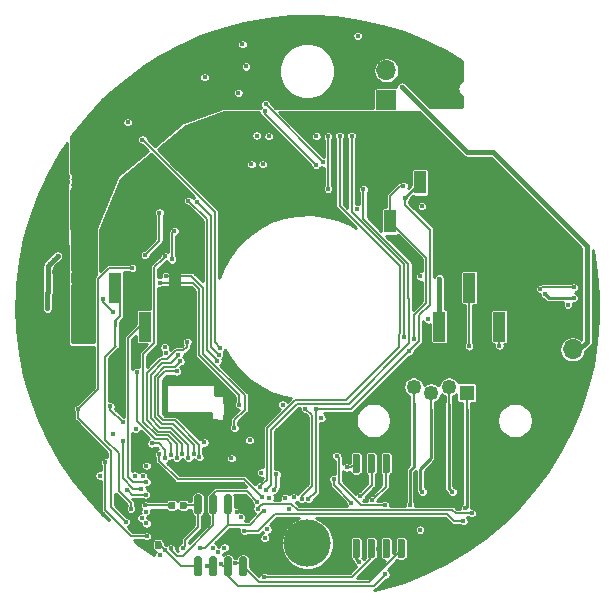
<source format=gbr>
G04 #@! TF.GenerationSoftware,KiCad,Pcbnew,5.1.5-52549c5~84~ubuntu18.04.1*
G04 #@! TF.CreationDate,2020-03-24T02:23:38-04:00*
G04 #@! TF.ProjectId,SwarmBot,53776172-6d42-46f7-942e-6b696361645f,rev?*
G04 #@! TF.SameCoordinates,Original*
G04 #@! TF.FileFunction,Copper,L4,Bot*
G04 #@! TF.FilePolarity,Positive*
%FSLAX46Y46*%
G04 Gerber Fmt 4.6, Leading zero omitted, Abs format (unit mm)*
G04 Created by KiCad (PCBNEW 5.1.5-52549c5~84~ubuntu18.04.1) date 2020-03-24 02:23:38*
%MOMM*%
%LPD*%
G04 APERTURE LIST*
%ADD10C,0.100000*%
%ADD11O,1.700000X1.700000*%
%ADD12R,1.700000X1.700000*%
%ADD13R,1.000000X1.900000*%
%ADD14R,1.000000X2.510000*%
%ADD15O,1.250000X1.250000*%
%ADD16R,1.250000X1.250000*%
%ADD17C,4.000000*%
%ADD18C,0.400000*%
%ADD19C,0.200000*%
%ADD20C,0.250000*%
%ADD21C,0.450000*%
%ADD22C,0.175000*%
%ADD23C,0.254000*%
G04 APERTURE END LIST*
G04 #@! TA.AperFunction,SMDPad,CuDef*
D10*
G36*
X4299703Y-19620722D02*
G01*
X4314264Y-19622882D01*
X4328543Y-19626459D01*
X4342403Y-19631418D01*
X4355710Y-19637712D01*
X4368336Y-19645280D01*
X4380159Y-19654048D01*
X4391066Y-19663934D01*
X4400952Y-19674841D01*
X4409720Y-19686664D01*
X4417288Y-19699290D01*
X4423582Y-19712597D01*
X4428541Y-19726457D01*
X4432118Y-19740736D01*
X4434278Y-19755297D01*
X4435000Y-19770000D01*
X4435000Y-21070000D01*
X4434278Y-21084703D01*
X4432118Y-21099264D01*
X4428541Y-21113543D01*
X4423582Y-21127403D01*
X4417288Y-21140710D01*
X4409720Y-21153336D01*
X4400952Y-21165159D01*
X4391066Y-21176066D01*
X4380159Y-21185952D01*
X4368336Y-21194720D01*
X4355710Y-21202288D01*
X4342403Y-21208582D01*
X4328543Y-21213541D01*
X4314264Y-21217118D01*
X4299703Y-21219278D01*
X4285000Y-21220000D01*
X3985000Y-21220000D01*
X3970297Y-21219278D01*
X3955736Y-21217118D01*
X3941457Y-21213541D01*
X3927597Y-21208582D01*
X3914290Y-21202288D01*
X3901664Y-21194720D01*
X3889841Y-21185952D01*
X3878934Y-21176066D01*
X3869048Y-21165159D01*
X3860280Y-21153336D01*
X3852712Y-21140710D01*
X3846418Y-21127403D01*
X3841459Y-21113543D01*
X3837882Y-21099264D01*
X3835722Y-21084703D01*
X3835000Y-21070000D01*
X3835000Y-19770000D01*
X3835722Y-19755297D01*
X3837882Y-19740736D01*
X3841459Y-19726457D01*
X3846418Y-19712597D01*
X3852712Y-19699290D01*
X3860280Y-19686664D01*
X3869048Y-19674841D01*
X3878934Y-19663934D01*
X3889841Y-19654048D01*
X3901664Y-19645280D01*
X3914290Y-19637712D01*
X3927597Y-19631418D01*
X3941457Y-19626459D01*
X3955736Y-19622882D01*
X3970297Y-19620722D01*
X3985000Y-19620000D01*
X4285000Y-19620000D01*
X4299703Y-19620722D01*
G37*
G04 #@! TD.AperFunction*
G04 #@! TA.AperFunction,SMDPad,CuDef*
G36*
X5569703Y-19620722D02*
G01*
X5584264Y-19622882D01*
X5598543Y-19626459D01*
X5612403Y-19631418D01*
X5625710Y-19637712D01*
X5638336Y-19645280D01*
X5650159Y-19654048D01*
X5661066Y-19663934D01*
X5670952Y-19674841D01*
X5679720Y-19686664D01*
X5687288Y-19699290D01*
X5693582Y-19712597D01*
X5698541Y-19726457D01*
X5702118Y-19740736D01*
X5704278Y-19755297D01*
X5705000Y-19770000D01*
X5705000Y-21070000D01*
X5704278Y-21084703D01*
X5702118Y-21099264D01*
X5698541Y-21113543D01*
X5693582Y-21127403D01*
X5687288Y-21140710D01*
X5679720Y-21153336D01*
X5670952Y-21165159D01*
X5661066Y-21176066D01*
X5650159Y-21185952D01*
X5638336Y-21194720D01*
X5625710Y-21202288D01*
X5612403Y-21208582D01*
X5598543Y-21213541D01*
X5584264Y-21217118D01*
X5569703Y-21219278D01*
X5555000Y-21220000D01*
X5255000Y-21220000D01*
X5240297Y-21219278D01*
X5225736Y-21217118D01*
X5211457Y-21213541D01*
X5197597Y-21208582D01*
X5184290Y-21202288D01*
X5171664Y-21194720D01*
X5159841Y-21185952D01*
X5148934Y-21176066D01*
X5139048Y-21165159D01*
X5130280Y-21153336D01*
X5122712Y-21140710D01*
X5116418Y-21127403D01*
X5111459Y-21113543D01*
X5107882Y-21099264D01*
X5105722Y-21084703D01*
X5105000Y-21070000D01*
X5105000Y-19770000D01*
X5105722Y-19755297D01*
X5107882Y-19740736D01*
X5111459Y-19726457D01*
X5116418Y-19712597D01*
X5122712Y-19699290D01*
X5130280Y-19686664D01*
X5139048Y-19674841D01*
X5148934Y-19663934D01*
X5159841Y-19654048D01*
X5171664Y-19645280D01*
X5184290Y-19637712D01*
X5197597Y-19631418D01*
X5211457Y-19626459D01*
X5225736Y-19622882D01*
X5240297Y-19620722D01*
X5255000Y-19620000D01*
X5555000Y-19620000D01*
X5569703Y-19620722D01*
G37*
G04 #@! TD.AperFunction*
G04 #@! TA.AperFunction,SMDPad,CuDef*
G36*
X6839703Y-19620722D02*
G01*
X6854264Y-19622882D01*
X6868543Y-19626459D01*
X6882403Y-19631418D01*
X6895710Y-19637712D01*
X6908336Y-19645280D01*
X6920159Y-19654048D01*
X6931066Y-19663934D01*
X6940952Y-19674841D01*
X6949720Y-19686664D01*
X6957288Y-19699290D01*
X6963582Y-19712597D01*
X6968541Y-19726457D01*
X6972118Y-19740736D01*
X6974278Y-19755297D01*
X6975000Y-19770000D01*
X6975000Y-21070000D01*
X6974278Y-21084703D01*
X6972118Y-21099264D01*
X6968541Y-21113543D01*
X6963582Y-21127403D01*
X6957288Y-21140710D01*
X6949720Y-21153336D01*
X6940952Y-21165159D01*
X6931066Y-21176066D01*
X6920159Y-21185952D01*
X6908336Y-21194720D01*
X6895710Y-21202288D01*
X6882403Y-21208582D01*
X6868543Y-21213541D01*
X6854264Y-21217118D01*
X6839703Y-21219278D01*
X6825000Y-21220000D01*
X6525000Y-21220000D01*
X6510297Y-21219278D01*
X6495736Y-21217118D01*
X6481457Y-21213541D01*
X6467597Y-21208582D01*
X6454290Y-21202288D01*
X6441664Y-21194720D01*
X6429841Y-21185952D01*
X6418934Y-21176066D01*
X6409048Y-21165159D01*
X6400280Y-21153336D01*
X6392712Y-21140710D01*
X6386418Y-21127403D01*
X6381459Y-21113543D01*
X6377882Y-21099264D01*
X6375722Y-21084703D01*
X6375000Y-21070000D01*
X6375000Y-19770000D01*
X6375722Y-19755297D01*
X6377882Y-19740736D01*
X6381459Y-19726457D01*
X6386418Y-19712597D01*
X6392712Y-19699290D01*
X6400280Y-19686664D01*
X6409048Y-19674841D01*
X6418934Y-19663934D01*
X6429841Y-19654048D01*
X6441664Y-19645280D01*
X6454290Y-19637712D01*
X6467597Y-19631418D01*
X6481457Y-19626459D01*
X6495736Y-19622882D01*
X6510297Y-19620722D01*
X6525000Y-19620000D01*
X6825000Y-19620000D01*
X6839703Y-19620722D01*
G37*
G04 #@! TD.AperFunction*
G04 #@! TA.AperFunction,SMDPad,CuDef*
G36*
X8109703Y-19620722D02*
G01*
X8124264Y-19622882D01*
X8138543Y-19626459D01*
X8152403Y-19631418D01*
X8165710Y-19637712D01*
X8178336Y-19645280D01*
X8190159Y-19654048D01*
X8201066Y-19663934D01*
X8210952Y-19674841D01*
X8219720Y-19686664D01*
X8227288Y-19699290D01*
X8233582Y-19712597D01*
X8238541Y-19726457D01*
X8242118Y-19740736D01*
X8244278Y-19755297D01*
X8245000Y-19770000D01*
X8245000Y-21070000D01*
X8244278Y-21084703D01*
X8242118Y-21099264D01*
X8238541Y-21113543D01*
X8233582Y-21127403D01*
X8227288Y-21140710D01*
X8219720Y-21153336D01*
X8210952Y-21165159D01*
X8201066Y-21176066D01*
X8190159Y-21185952D01*
X8178336Y-21194720D01*
X8165710Y-21202288D01*
X8152403Y-21208582D01*
X8138543Y-21213541D01*
X8124264Y-21217118D01*
X8109703Y-21219278D01*
X8095000Y-21220000D01*
X7795000Y-21220000D01*
X7780297Y-21219278D01*
X7765736Y-21217118D01*
X7751457Y-21213541D01*
X7737597Y-21208582D01*
X7724290Y-21202288D01*
X7711664Y-21194720D01*
X7699841Y-21185952D01*
X7688934Y-21176066D01*
X7679048Y-21165159D01*
X7670280Y-21153336D01*
X7662712Y-21140710D01*
X7656418Y-21127403D01*
X7651459Y-21113543D01*
X7647882Y-21099264D01*
X7645722Y-21084703D01*
X7645000Y-21070000D01*
X7645000Y-19770000D01*
X7645722Y-19755297D01*
X7647882Y-19740736D01*
X7651459Y-19726457D01*
X7656418Y-19712597D01*
X7662712Y-19699290D01*
X7670280Y-19686664D01*
X7679048Y-19674841D01*
X7688934Y-19663934D01*
X7699841Y-19654048D01*
X7711664Y-19645280D01*
X7724290Y-19637712D01*
X7737597Y-19631418D01*
X7751457Y-19626459D01*
X7765736Y-19622882D01*
X7780297Y-19620722D01*
X7795000Y-19620000D01*
X8095000Y-19620000D01*
X8109703Y-19620722D01*
G37*
G04 #@! TD.AperFunction*
G04 #@! TA.AperFunction,SMDPad,CuDef*
G36*
X8109703Y-12420722D02*
G01*
X8124264Y-12422882D01*
X8138543Y-12426459D01*
X8152403Y-12431418D01*
X8165710Y-12437712D01*
X8178336Y-12445280D01*
X8190159Y-12454048D01*
X8201066Y-12463934D01*
X8210952Y-12474841D01*
X8219720Y-12486664D01*
X8227288Y-12499290D01*
X8233582Y-12512597D01*
X8238541Y-12526457D01*
X8242118Y-12540736D01*
X8244278Y-12555297D01*
X8245000Y-12570000D01*
X8245000Y-13870000D01*
X8244278Y-13884703D01*
X8242118Y-13899264D01*
X8238541Y-13913543D01*
X8233582Y-13927403D01*
X8227288Y-13940710D01*
X8219720Y-13953336D01*
X8210952Y-13965159D01*
X8201066Y-13976066D01*
X8190159Y-13985952D01*
X8178336Y-13994720D01*
X8165710Y-14002288D01*
X8152403Y-14008582D01*
X8138543Y-14013541D01*
X8124264Y-14017118D01*
X8109703Y-14019278D01*
X8095000Y-14020000D01*
X7795000Y-14020000D01*
X7780297Y-14019278D01*
X7765736Y-14017118D01*
X7751457Y-14013541D01*
X7737597Y-14008582D01*
X7724290Y-14002288D01*
X7711664Y-13994720D01*
X7699841Y-13985952D01*
X7688934Y-13976066D01*
X7679048Y-13965159D01*
X7670280Y-13953336D01*
X7662712Y-13940710D01*
X7656418Y-13927403D01*
X7651459Y-13913543D01*
X7647882Y-13899264D01*
X7645722Y-13884703D01*
X7645000Y-13870000D01*
X7645000Y-12570000D01*
X7645722Y-12555297D01*
X7647882Y-12540736D01*
X7651459Y-12526457D01*
X7656418Y-12512597D01*
X7662712Y-12499290D01*
X7670280Y-12486664D01*
X7679048Y-12474841D01*
X7688934Y-12463934D01*
X7699841Y-12454048D01*
X7711664Y-12445280D01*
X7724290Y-12437712D01*
X7737597Y-12431418D01*
X7751457Y-12426459D01*
X7765736Y-12422882D01*
X7780297Y-12420722D01*
X7795000Y-12420000D01*
X8095000Y-12420000D01*
X8109703Y-12420722D01*
G37*
G04 #@! TD.AperFunction*
G04 #@! TA.AperFunction,SMDPad,CuDef*
G36*
X6839703Y-12420722D02*
G01*
X6854264Y-12422882D01*
X6868543Y-12426459D01*
X6882403Y-12431418D01*
X6895710Y-12437712D01*
X6908336Y-12445280D01*
X6920159Y-12454048D01*
X6931066Y-12463934D01*
X6940952Y-12474841D01*
X6949720Y-12486664D01*
X6957288Y-12499290D01*
X6963582Y-12512597D01*
X6968541Y-12526457D01*
X6972118Y-12540736D01*
X6974278Y-12555297D01*
X6975000Y-12570000D01*
X6975000Y-13870000D01*
X6974278Y-13884703D01*
X6972118Y-13899264D01*
X6968541Y-13913543D01*
X6963582Y-13927403D01*
X6957288Y-13940710D01*
X6949720Y-13953336D01*
X6940952Y-13965159D01*
X6931066Y-13976066D01*
X6920159Y-13985952D01*
X6908336Y-13994720D01*
X6895710Y-14002288D01*
X6882403Y-14008582D01*
X6868543Y-14013541D01*
X6854264Y-14017118D01*
X6839703Y-14019278D01*
X6825000Y-14020000D01*
X6525000Y-14020000D01*
X6510297Y-14019278D01*
X6495736Y-14017118D01*
X6481457Y-14013541D01*
X6467597Y-14008582D01*
X6454290Y-14002288D01*
X6441664Y-13994720D01*
X6429841Y-13985952D01*
X6418934Y-13976066D01*
X6409048Y-13965159D01*
X6400280Y-13953336D01*
X6392712Y-13940710D01*
X6386418Y-13927403D01*
X6381459Y-13913543D01*
X6377882Y-13899264D01*
X6375722Y-13884703D01*
X6375000Y-13870000D01*
X6375000Y-12570000D01*
X6375722Y-12555297D01*
X6377882Y-12540736D01*
X6381459Y-12526457D01*
X6386418Y-12512597D01*
X6392712Y-12499290D01*
X6400280Y-12486664D01*
X6409048Y-12474841D01*
X6418934Y-12463934D01*
X6429841Y-12454048D01*
X6441664Y-12445280D01*
X6454290Y-12437712D01*
X6467597Y-12431418D01*
X6481457Y-12426459D01*
X6495736Y-12422882D01*
X6510297Y-12420722D01*
X6525000Y-12420000D01*
X6825000Y-12420000D01*
X6839703Y-12420722D01*
G37*
G04 #@! TD.AperFunction*
G04 #@! TA.AperFunction,SMDPad,CuDef*
G36*
X5569703Y-12420722D02*
G01*
X5584264Y-12422882D01*
X5598543Y-12426459D01*
X5612403Y-12431418D01*
X5625710Y-12437712D01*
X5638336Y-12445280D01*
X5650159Y-12454048D01*
X5661066Y-12463934D01*
X5670952Y-12474841D01*
X5679720Y-12486664D01*
X5687288Y-12499290D01*
X5693582Y-12512597D01*
X5698541Y-12526457D01*
X5702118Y-12540736D01*
X5704278Y-12555297D01*
X5705000Y-12570000D01*
X5705000Y-13870000D01*
X5704278Y-13884703D01*
X5702118Y-13899264D01*
X5698541Y-13913543D01*
X5693582Y-13927403D01*
X5687288Y-13940710D01*
X5679720Y-13953336D01*
X5670952Y-13965159D01*
X5661066Y-13976066D01*
X5650159Y-13985952D01*
X5638336Y-13994720D01*
X5625710Y-14002288D01*
X5612403Y-14008582D01*
X5598543Y-14013541D01*
X5584264Y-14017118D01*
X5569703Y-14019278D01*
X5555000Y-14020000D01*
X5255000Y-14020000D01*
X5240297Y-14019278D01*
X5225736Y-14017118D01*
X5211457Y-14013541D01*
X5197597Y-14008582D01*
X5184290Y-14002288D01*
X5171664Y-13994720D01*
X5159841Y-13985952D01*
X5148934Y-13976066D01*
X5139048Y-13965159D01*
X5130280Y-13953336D01*
X5122712Y-13940710D01*
X5116418Y-13927403D01*
X5111459Y-13913543D01*
X5107882Y-13899264D01*
X5105722Y-13884703D01*
X5105000Y-13870000D01*
X5105000Y-12570000D01*
X5105722Y-12555297D01*
X5107882Y-12540736D01*
X5111459Y-12526457D01*
X5116418Y-12512597D01*
X5122712Y-12499290D01*
X5130280Y-12486664D01*
X5139048Y-12474841D01*
X5148934Y-12463934D01*
X5159841Y-12454048D01*
X5171664Y-12445280D01*
X5184290Y-12437712D01*
X5197597Y-12431418D01*
X5211457Y-12426459D01*
X5225736Y-12422882D01*
X5240297Y-12420722D01*
X5255000Y-12420000D01*
X5555000Y-12420000D01*
X5569703Y-12420722D01*
G37*
G04 #@! TD.AperFunction*
G04 #@! TA.AperFunction,SMDPad,CuDef*
G36*
X4299703Y-12420722D02*
G01*
X4314264Y-12422882D01*
X4328543Y-12426459D01*
X4342403Y-12431418D01*
X4355710Y-12437712D01*
X4368336Y-12445280D01*
X4380159Y-12454048D01*
X4391066Y-12463934D01*
X4400952Y-12474841D01*
X4409720Y-12486664D01*
X4417288Y-12499290D01*
X4423582Y-12512597D01*
X4428541Y-12526457D01*
X4432118Y-12540736D01*
X4434278Y-12555297D01*
X4435000Y-12570000D01*
X4435000Y-13870000D01*
X4434278Y-13884703D01*
X4432118Y-13899264D01*
X4428541Y-13913543D01*
X4423582Y-13927403D01*
X4417288Y-13940710D01*
X4409720Y-13953336D01*
X4400952Y-13965159D01*
X4391066Y-13976066D01*
X4380159Y-13985952D01*
X4368336Y-13994720D01*
X4355710Y-14002288D01*
X4342403Y-14008582D01*
X4328543Y-14013541D01*
X4314264Y-14017118D01*
X4299703Y-14019278D01*
X4285000Y-14020000D01*
X3985000Y-14020000D01*
X3970297Y-14019278D01*
X3955736Y-14017118D01*
X3941457Y-14013541D01*
X3927597Y-14008582D01*
X3914290Y-14002288D01*
X3901664Y-13994720D01*
X3889841Y-13985952D01*
X3878934Y-13976066D01*
X3869048Y-13965159D01*
X3860280Y-13953336D01*
X3852712Y-13940710D01*
X3846418Y-13927403D01*
X3841459Y-13913543D01*
X3837882Y-13899264D01*
X3835722Y-13884703D01*
X3835000Y-13870000D01*
X3835000Y-12570000D01*
X3835722Y-12555297D01*
X3837882Y-12540736D01*
X3841459Y-12526457D01*
X3846418Y-12512597D01*
X3852712Y-12499290D01*
X3860280Y-12486664D01*
X3869048Y-12474841D01*
X3878934Y-12463934D01*
X3889841Y-12454048D01*
X3901664Y-12445280D01*
X3914290Y-12437712D01*
X3927597Y-12431418D01*
X3941457Y-12426459D01*
X3955736Y-12422882D01*
X3970297Y-12420722D01*
X3985000Y-12420000D01*
X4285000Y-12420000D01*
X4299703Y-12420722D01*
G37*
G04 #@! TD.AperFunction*
D11*
X6700000Y20040000D03*
D12*
X6700000Y17500000D03*
D11*
X22460000Y-3590000D03*
D12*
X22460000Y-6130000D03*
D13*
X7030000Y7250000D03*
X9570000Y10550000D03*
D14*
X-13730000Y-1655000D03*
X-18810000Y-1655000D03*
X-11190000Y1655000D03*
X-16270000Y1655000D03*
X16270000Y-1655000D03*
X11190000Y-1655000D03*
X18810000Y1655000D03*
X13730000Y1655000D03*
D15*
X9000000Y-6750000D03*
X10500000Y-7250000D03*
X12000000Y-6750000D03*
D16*
X13500000Y-7250000D03*
G04 #@! TA.AperFunction,SMDPad,CuDef*
D10*
G36*
X-10343042Y-16480710D02*
G01*
X-10328724Y-16482834D01*
X-10314683Y-16486351D01*
X-10301054Y-16491228D01*
X-10287969Y-16497417D01*
X-10275553Y-16504858D01*
X-10263927Y-16513481D01*
X-10253202Y-16523202D01*
X-10243481Y-16533927D01*
X-10234858Y-16545553D01*
X-10227417Y-16557969D01*
X-10221228Y-16571054D01*
X-10216351Y-16584683D01*
X-10212834Y-16598724D01*
X-10210710Y-16613042D01*
X-10210000Y-16627500D01*
X-10210000Y-16972500D01*
X-10210710Y-16986958D01*
X-10212834Y-17001276D01*
X-10216351Y-17015317D01*
X-10221228Y-17028946D01*
X-10227417Y-17042031D01*
X-10234858Y-17054447D01*
X-10243481Y-17066073D01*
X-10253202Y-17076798D01*
X-10263927Y-17086519D01*
X-10275553Y-17095142D01*
X-10287969Y-17102583D01*
X-10301054Y-17108772D01*
X-10314683Y-17113649D01*
X-10328724Y-17117166D01*
X-10343042Y-17119290D01*
X-10357500Y-17120000D01*
X-10652500Y-17120000D01*
X-10666958Y-17119290D01*
X-10681276Y-17117166D01*
X-10695317Y-17113649D01*
X-10708946Y-17108772D01*
X-10722031Y-17102583D01*
X-10734447Y-17095142D01*
X-10746073Y-17086519D01*
X-10756798Y-17076798D01*
X-10766519Y-17066073D01*
X-10775142Y-17054447D01*
X-10782583Y-17042031D01*
X-10788772Y-17028946D01*
X-10793649Y-17015317D01*
X-10797166Y-17001276D01*
X-10799290Y-16986958D01*
X-10800000Y-16972500D01*
X-10800000Y-16627500D01*
X-10799290Y-16613042D01*
X-10797166Y-16598724D01*
X-10793649Y-16584683D01*
X-10788772Y-16571054D01*
X-10782583Y-16557969D01*
X-10775142Y-16545553D01*
X-10766519Y-16533927D01*
X-10756798Y-16523202D01*
X-10746073Y-16513481D01*
X-10734447Y-16504858D01*
X-10722031Y-16497417D01*
X-10708946Y-16491228D01*
X-10695317Y-16486351D01*
X-10681276Y-16482834D01*
X-10666958Y-16480710D01*
X-10652500Y-16480000D01*
X-10357500Y-16480000D01*
X-10343042Y-16480710D01*
G37*
G04 #@! TD.AperFunction*
G04 #@! TA.AperFunction,SMDPad,CuDef*
G36*
X-11313042Y-16480710D02*
G01*
X-11298724Y-16482834D01*
X-11284683Y-16486351D01*
X-11271054Y-16491228D01*
X-11257969Y-16497417D01*
X-11245553Y-16504858D01*
X-11233927Y-16513481D01*
X-11223202Y-16523202D01*
X-11213481Y-16533927D01*
X-11204858Y-16545553D01*
X-11197417Y-16557969D01*
X-11191228Y-16571054D01*
X-11186351Y-16584683D01*
X-11182834Y-16598724D01*
X-11180710Y-16613042D01*
X-11180000Y-16627500D01*
X-11180000Y-16972500D01*
X-11180710Y-16986958D01*
X-11182834Y-17001276D01*
X-11186351Y-17015317D01*
X-11191228Y-17028946D01*
X-11197417Y-17042031D01*
X-11204858Y-17054447D01*
X-11213481Y-17066073D01*
X-11223202Y-17076798D01*
X-11233927Y-17086519D01*
X-11245553Y-17095142D01*
X-11257969Y-17102583D01*
X-11271054Y-17108772D01*
X-11284683Y-17113649D01*
X-11298724Y-17117166D01*
X-11313042Y-17119290D01*
X-11327500Y-17120000D01*
X-11622500Y-17120000D01*
X-11636958Y-17119290D01*
X-11651276Y-17117166D01*
X-11665317Y-17113649D01*
X-11678946Y-17108772D01*
X-11692031Y-17102583D01*
X-11704447Y-17095142D01*
X-11716073Y-17086519D01*
X-11726798Y-17076798D01*
X-11736519Y-17066073D01*
X-11745142Y-17054447D01*
X-11752583Y-17042031D01*
X-11758772Y-17028946D01*
X-11763649Y-17015317D01*
X-11767166Y-17001276D01*
X-11769290Y-16986958D01*
X-11770000Y-16972500D01*
X-11770000Y-16627500D01*
X-11769290Y-16613042D01*
X-11767166Y-16598724D01*
X-11763649Y-16584683D01*
X-11758772Y-16571054D01*
X-11752583Y-16557969D01*
X-11745142Y-16545553D01*
X-11736519Y-16533927D01*
X-11726798Y-16523202D01*
X-11716073Y-16513481D01*
X-11704447Y-16504858D01*
X-11692031Y-16497417D01*
X-11678946Y-16491228D01*
X-11665317Y-16486351D01*
X-11651276Y-16482834D01*
X-11636958Y-16480710D01*
X-11622500Y-16480000D01*
X-11327500Y-16480000D01*
X-11313042Y-16480710D01*
G37*
G04 #@! TD.AperFunction*
G04 #@! TA.AperFunction,SMDPad,CuDef*
G36*
X-9085297Y-21115722D02*
G01*
X-9070736Y-21117882D01*
X-9056457Y-21121459D01*
X-9042597Y-21126418D01*
X-9029290Y-21132712D01*
X-9016664Y-21140280D01*
X-9004841Y-21149048D01*
X-8993934Y-21158934D01*
X-8984048Y-21169841D01*
X-8975280Y-21181664D01*
X-8967712Y-21194290D01*
X-8961418Y-21207597D01*
X-8956459Y-21221457D01*
X-8952882Y-21235736D01*
X-8950722Y-21250297D01*
X-8950000Y-21265000D01*
X-8950000Y-22615000D01*
X-8950722Y-22629703D01*
X-8952882Y-22644264D01*
X-8956459Y-22658543D01*
X-8961418Y-22672403D01*
X-8967712Y-22685710D01*
X-8975280Y-22698336D01*
X-8984048Y-22710159D01*
X-8993934Y-22721066D01*
X-9004841Y-22730952D01*
X-9016664Y-22739720D01*
X-9029290Y-22747288D01*
X-9042597Y-22753582D01*
X-9056457Y-22758541D01*
X-9070736Y-22762118D01*
X-9085297Y-22764278D01*
X-9100000Y-22765000D01*
X-9400000Y-22765000D01*
X-9414703Y-22764278D01*
X-9429264Y-22762118D01*
X-9443543Y-22758541D01*
X-9457403Y-22753582D01*
X-9470710Y-22747288D01*
X-9483336Y-22739720D01*
X-9495159Y-22730952D01*
X-9506066Y-22721066D01*
X-9515952Y-22710159D01*
X-9524720Y-22698336D01*
X-9532288Y-22685710D01*
X-9538582Y-22672403D01*
X-9543541Y-22658543D01*
X-9547118Y-22644264D01*
X-9549278Y-22629703D01*
X-9550000Y-22615000D01*
X-9550000Y-21265000D01*
X-9549278Y-21250297D01*
X-9547118Y-21235736D01*
X-9543541Y-21221457D01*
X-9538582Y-21207597D01*
X-9532288Y-21194290D01*
X-9524720Y-21181664D01*
X-9515952Y-21169841D01*
X-9506066Y-21158934D01*
X-9495159Y-21149048D01*
X-9483336Y-21140280D01*
X-9470710Y-21132712D01*
X-9457403Y-21126418D01*
X-9443543Y-21121459D01*
X-9429264Y-21117882D01*
X-9414703Y-21115722D01*
X-9400000Y-21115000D01*
X-9100000Y-21115000D01*
X-9085297Y-21115722D01*
G37*
G04 #@! TD.AperFunction*
G04 #@! TA.AperFunction,SMDPad,CuDef*
G36*
X-7815297Y-21115722D02*
G01*
X-7800736Y-21117882D01*
X-7786457Y-21121459D01*
X-7772597Y-21126418D01*
X-7759290Y-21132712D01*
X-7746664Y-21140280D01*
X-7734841Y-21149048D01*
X-7723934Y-21158934D01*
X-7714048Y-21169841D01*
X-7705280Y-21181664D01*
X-7697712Y-21194290D01*
X-7691418Y-21207597D01*
X-7686459Y-21221457D01*
X-7682882Y-21235736D01*
X-7680722Y-21250297D01*
X-7680000Y-21265000D01*
X-7680000Y-22615000D01*
X-7680722Y-22629703D01*
X-7682882Y-22644264D01*
X-7686459Y-22658543D01*
X-7691418Y-22672403D01*
X-7697712Y-22685710D01*
X-7705280Y-22698336D01*
X-7714048Y-22710159D01*
X-7723934Y-22721066D01*
X-7734841Y-22730952D01*
X-7746664Y-22739720D01*
X-7759290Y-22747288D01*
X-7772597Y-22753582D01*
X-7786457Y-22758541D01*
X-7800736Y-22762118D01*
X-7815297Y-22764278D01*
X-7830000Y-22765000D01*
X-8130000Y-22765000D01*
X-8144703Y-22764278D01*
X-8159264Y-22762118D01*
X-8173543Y-22758541D01*
X-8187403Y-22753582D01*
X-8200710Y-22747288D01*
X-8213336Y-22739720D01*
X-8225159Y-22730952D01*
X-8236066Y-22721066D01*
X-8245952Y-22710159D01*
X-8254720Y-22698336D01*
X-8262288Y-22685710D01*
X-8268582Y-22672403D01*
X-8273541Y-22658543D01*
X-8277118Y-22644264D01*
X-8279278Y-22629703D01*
X-8280000Y-22615000D01*
X-8280000Y-21265000D01*
X-8279278Y-21250297D01*
X-8277118Y-21235736D01*
X-8273541Y-21221457D01*
X-8268582Y-21207597D01*
X-8262288Y-21194290D01*
X-8254720Y-21181664D01*
X-8245952Y-21169841D01*
X-8236066Y-21158934D01*
X-8225159Y-21149048D01*
X-8213336Y-21140280D01*
X-8200710Y-21132712D01*
X-8187403Y-21126418D01*
X-8173543Y-21121459D01*
X-8159264Y-21117882D01*
X-8144703Y-21115722D01*
X-8130000Y-21115000D01*
X-7830000Y-21115000D01*
X-7815297Y-21115722D01*
G37*
G04 #@! TD.AperFunction*
G04 #@! TA.AperFunction,SMDPad,CuDef*
G36*
X-6545297Y-21115722D02*
G01*
X-6530736Y-21117882D01*
X-6516457Y-21121459D01*
X-6502597Y-21126418D01*
X-6489290Y-21132712D01*
X-6476664Y-21140280D01*
X-6464841Y-21149048D01*
X-6453934Y-21158934D01*
X-6444048Y-21169841D01*
X-6435280Y-21181664D01*
X-6427712Y-21194290D01*
X-6421418Y-21207597D01*
X-6416459Y-21221457D01*
X-6412882Y-21235736D01*
X-6410722Y-21250297D01*
X-6410000Y-21265000D01*
X-6410000Y-22615000D01*
X-6410722Y-22629703D01*
X-6412882Y-22644264D01*
X-6416459Y-22658543D01*
X-6421418Y-22672403D01*
X-6427712Y-22685710D01*
X-6435280Y-22698336D01*
X-6444048Y-22710159D01*
X-6453934Y-22721066D01*
X-6464841Y-22730952D01*
X-6476664Y-22739720D01*
X-6489290Y-22747288D01*
X-6502597Y-22753582D01*
X-6516457Y-22758541D01*
X-6530736Y-22762118D01*
X-6545297Y-22764278D01*
X-6560000Y-22765000D01*
X-6860000Y-22765000D01*
X-6874703Y-22764278D01*
X-6889264Y-22762118D01*
X-6903543Y-22758541D01*
X-6917403Y-22753582D01*
X-6930710Y-22747288D01*
X-6943336Y-22739720D01*
X-6955159Y-22730952D01*
X-6966066Y-22721066D01*
X-6975952Y-22710159D01*
X-6984720Y-22698336D01*
X-6992288Y-22685710D01*
X-6998582Y-22672403D01*
X-7003541Y-22658543D01*
X-7007118Y-22644264D01*
X-7009278Y-22629703D01*
X-7010000Y-22615000D01*
X-7010000Y-21265000D01*
X-7009278Y-21250297D01*
X-7007118Y-21235736D01*
X-7003541Y-21221457D01*
X-6998582Y-21207597D01*
X-6992288Y-21194290D01*
X-6984720Y-21181664D01*
X-6975952Y-21169841D01*
X-6966066Y-21158934D01*
X-6955159Y-21149048D01*
X-6943336Y-21140280D01*
X-6930710Y-21132712D01*
X-6917403Y-21126418D01*
X-6903543Y-21121459D01*
X-6889264Y-21117882D01*
X-6874703Y-21115722D01*
X-6860000Y-21115000D01*
X-6560000Y-21115000D01*
X-6545297Y-21115722D01*
G37*
G04 #@! TD.AperFunction*
G04 #@! TA.AperFunction,SMDPad,CuDef*
G36*
X-5275297Y-21115722D02*
G01*
X-5260736Y-21117882D01*
X-5246457Y-21121459D01*
X-5232597Y-21126418D01*
X-5219290Y-21132712D01*
X-5206664Y-21140280D01*
X-5194841Y-21149048D01*
X-5183934Y-21158934D01*
X-5174048Y-21169841D01*
X-5165280Y-21181664D01*
X-5157712Y-21194290D01*
X-5151418Y-21207597D01*
X-5146459Y-21221457D01*
X-5142882Y-21235736D01*
X-5140722Y-21250297D01*
X-5140000Y-21265000D01*
X-5140000Y-22615000D01*
X-5140722Y-22629703D01*
X-5142882Y-22644264D01*
X-5146459Y-22658543D01*
X-5151418Y-22672403D01*
X-5157712Y-22685710D01*
X-5165280Y-22698336D01*
X-5174048Y-22710159D01*
X-5183934Y-22721066D01*
X-5194841Y-22730952D01*
X-5206664Y-22739720D01*
X-5219290Y-22747288D01*
X-5232597Y-22753582D01*
X-5246457Y-22758541D01*
X-5260736Y-22762118D01*
X-5275297Y-22764278D01*
X-5290000Y-22765000D01*
X-5590000Y-22765000D01*
X-5604703Y-22764278D01*
X-5619264Y-22762118D01*
X-5633543Y-22758541D01*
X-5647403Y-22753582D01*
X-5660710Y-22747288D01*
X-5673336Y-22739720D01*
X-5685159Y-22730952D01*
X-5696066Y-22721066D01*
X-5705952Y-22710159D01*
X-5714720Y-22698336D01*
X-5722288Y-22685710D01*
X-5728582Y-22672403D01*
X-5733541Y-22658543D01*
X-5737118Y-22644264D01*
X-5739278Y-22629703D01*
X-5740000Y-22615000D01*
X-5740000Y-21265000D01*
X-5739278Y-21250297D01*
X-5737118Y-21235736D01*
X-5733541Y-21221457D01*
X-5728582Y-21207597D01*
X-5722288Y-21194290D01*
X-5714720Y-21181664D01*
X-5705952Y-21169841D01*
X-5696066Y-21158934D01*
X-5685159Y-21149048D01*
X-5673336Y-21140280D01*
X-5660710Y-21132712D01*
X-5647403Y-21126418D01*
X-5633543Y-21121459D01*
X-5619264Y-21117882D01*
X-5604703Y-21115722D01*
X-5590000Y-21115000D01*
X-5290000Y-21115000D01*
X-5275297Y-21115722D01*
G37*
G04 #@! TD.AperFunction*
G04 #@! TA.AperFunction,SMDPad,CuDef*
G36*
X-5275297Y-15865722D02*
G01*
X-5260736Y-15867882D01*
X-5246457Y-15871459D01*
X-5232597Y-15876418D01*
X-5219290Y-15882712D01*
X-5206664Y-15890280D01*
X-5194841Y-15899048D01*
X-5183934Y-15908934D01*
X-5174048Y-15919841D01*
X-5165280Y-15931664D01*
X-5157712Y-15944290D01*
X-5151418Y-15957597D01*
X-5146459Y-15971457D01*
X-5142882Y-15985736D01*
X-5140722Y-16000297D01*
X-5140000Y-16015000D01*
X-5140000Y-17365000D01*
X-5140722Y-17379703D01*
X-5142882Y-17394264D01*
X-5146459Y-17408543D01*
X-5151418Y-17422403D01*
X-5157712Y-17435710D01*
X-5165280Y-17448336D01*
X-5174048Y-17460159D01*
X-5183934Y-17471066D01*
X-5194841Y-17480952D01*
X-5206664Y-17489720D01*
X-5219290Y-17497288D01*
X-5232597Y-17503582D01*
X-5246457Y-17508541D01*
X-5260736Y-17512118D01*
X-5275297Y-17514278D01*
X-5290000Y-17515000D01*
X-5590000Y-17515000D01*
X-5604703Y-17514278D01*
X-5619264Y-17512118D01*
X-5633543Y-17508541D01*
X-5647403Y-17503582D01*
X-5660710Y-17497288D01*
X-5673336Y-17489720D01*
X-5685159Y-17480952D01*
X-5696066Y-17471066D01*
X-5705952Y-17460159D01*
X-5714720Y-17448336D01*
X-5722288Y-17435710D01*
X-5728582Y-17422403D01*
X-5733541Y-17408543D01*
X-5737118Y-17394264D01*
X-5739278Y-17379703D01*
X-5740000Y-17365000D01*
X-5740000Y-16015000D01*
X-5739278Y-16000297D01*
X-5737118Y-15985736D01*
X-5733541Y-15971457D01*
X-5728582Y-15957597D01*
X-5722288Y-15944290D01*
X-5714720Y-15931664D01*
X-5705952Y-15919841D01*
X-5696066Y-15908934D01*
X-5685159Y-15899048D01*
X-5673336Y-15890280D01*
X-5660710Y-15882712D01*
X-5647403Y-15876418D01*
X-5633543Y-15871459D01*
X-5619264Y-15867882D01*
X-5604703Y-15865722D01*
X-5590000Y-15865000D01*
X-5290000Y-15865000D01*
X-5275297Y-15865722D01*
G37*
G04 #@! TD.AperFunction*
G04 #@! TA.AperFunction,SMDPad,CuDef*
G36*
X-6545297Y-15865722D02*
G01*
X-6530736Y-15867882D01*
X-6516457Y-15871459D01*
X-6502597Y-15876418D01*
X-6489290Y-15882712D01*
X-6476664Y-15890280D01*
X-6464841Y-15899048D01*
X-6453934Y-15908934D01*
X-6444048Y-15919841D01*
X-6435280Y-15931664D01*
X-6427712Y-15944290D01*
X-6421418Y-15957597D01*
X-6416459Y-15971457D01*
X-6412882Y-15985736D01*
X-6410722Y-16000297D01*
X-6410000Y-16015000D01*
X-6410000Y-17365000D01*
X-6410722Y-17379703D01*
X-6412882Y-17394264D01*
X-6416459Y-17408543D01*
X-6421418Y-17422403D01*
X-6427712Y-17435710D01*
X-6435280Y-17448336D01*
X-6444048Y-17460159D01*
X-6453934Y-17471066D01*
X-6464841Y-17480952D01*
X-6476664Y-17489720D01*
X-6489290Y-17497288D01*
X-6502597Y-17503582D01*
X-6516457Y-17508541D01*
X-6530736Y-17512118D01*
X-6545297Y-17514278D01*
X-6560000Y-17515000D01*
X-6860000Y-17515000D01*
X-6874703Y-17514278D01*
X-6889264Y-17512118D01*
X-6903543Y-17508541D01*
X-6917403Y-17503582D01*
X-6930710Y-17497288D01*
X-6943336Y-17489720D01*
X-6955159Y-17480952D01*
X-6966066Y-17471066D01*
X-6975952Y-17460159D01*
X-6984720Y-17448336D01*
X-6992288Y-17435710D01*
X-6998582Y-17422403D01*
X-7003541Y-17408543D01*
X-7007118Y-17394264D01*
X-7009278Y-17379703D01*
X-7010000Y-17365000D01*
X-7010000Y-16015000D01*
X-7009278Y-16000297D01*
X-7007118Y-15985736D01*
X-7003541Y-15971457D01*
X-6998582Y-15957597D01*
X-6992288Y-15944290D01*
X-6984720Y-15931664D01*
X-6975952Y-15919841D01*
X-6966066Y-15908934D01*
X-6955159Y-15899048D01*
X-6943336Y-15890280D01*
X-6930710Y-15882712D01*
X-6917403Y-15876418D01*
X-6903543Y-15871459D01*
X-6889264Y-15867882D01*
X-6874703Y-15865722D01*
X-6860000Y-15865000D01*
X-6560000Y-15865000D01*
X-6545297Y-15865722D01*
G37*
G04 #@! TD.AperFunction*
G04 #@! TA.AperFunction,SMDPad,CuDef*
G36*
X-7815297Y-15865722D02*
G01*
X-7800736Y-15867882D01*
X-7786457Y-15871459D01*
X-7772597Y-15876418D01*
X-7759290Y-15882712D01*
X-7746664Y-15890280D01*
X-7734841Y-15899048D01*
X-7723934Y-15908934D01*
X-7714048Y-15919841D01*
X-7705280Y-15931664D01*
X-7697712Y-15944290D01*
X-7691418Y-15957597D01*
X-7686459Y-15971457D01*
X-7682882Y-15985736D01*
X-7680722Y-16000297D01*
X-7680000Y-16015000D01*
X-7680000Y-17365000D01*
X-7680722Y-17379703D01*
X-7682882Y-17394264D01*
X-7686459Y-17408543D01*
X-7691418Y-17422403D01*
X-7697712Y-17435710D01*
X-7705280Y-17448336D01*
X-7714048Y-17460159D01*
X-7723934Y-17471066D01*
X-7734841Y-17480952D01*
X-7746664Y-17489720D01*
X-7759290Y-17497288D01*
X-7772597Y-17503582D01*
X-7786457Y-17508541D01*
X-7800736Y-17512118D01*
X-7815297Y-17514278D01*
X-7830000Y-17515000D01*
X-8130000Y-17515000D01*
X-8144703Y-17514278D01*
X-8159264Y-17512118D01*
X-8173543Y-17508541D01*
X-8187403Y-17503582D01*
X-8200710Y-17497288D01*
X-8213336Y-17489720D01*
X-8225159Y-17480952D01*
X-8236066Y-17471066D01*
X-8245952Y-17460159D01*
X-8254720Y-17448336D01*
X-8262288Y-17435710D01*
X-8268582Y-17422403D01*
X-8273541Y-17408543D01*
X-8277118Y-17394264D01*
X-8279278Y-17379703D01*
X-8280000Y-17365000D01*
X-8280000Y-16015000D01*
X-8279278Y-16000297D01*
X-8277118Y-15985736D01*
X-8273541Y-15971457D01*
X-8268582Y-15957597D01*
X-8262288Y-15944290D01*
X-8254720Y-15931664D01*
X-8245952Y-15919841D01*
X-8236066Y-15908934D01*
X-8225159Y-15899048D01*
X-8213336Y-15890280D01*
X-8200710Y-15882712D01*
X-8187403Y-15876418D01*
X-8173543Y-15871459D01*
X-8159264Y-15867882D01*
X-8144703Y-15865722D01*
X-8130000Y-15865000D01*
X-7830000Y-15865000D01*
X-7815297Y-15865722D01*
G37*
G04 #@! TD.AperFunction*
G04 #@! TA.AperFunction,SMDPad,CuDef*
G36*
X-9085297Y-15865722D02*
G01*
X-9070736Y-15867882D01*
X-9056457Y-15871459D01*
X-9042597Y-15876418D01*
X-9029290Y-15882712D01*
X-9016664Y-15890280D01*
X-9004841Y-15899048D01*
X-8993934Y-15908934D01*
X-8984048Y-15919841D01*
X-8975280Y-15931664D01*
X-8967712Y-15944290D01*
X-8961418Y-15957597D01*
X-8956459Y-15971457D01*
X-8952882Y-15985736D01*
X-8950722Y-16000297D01*
X-8950000Y-16015000D01*
X-8950000Y-17365000D01*
X-8950722Y-17379703D01*
X-8952882Y-17394264D01*
X-8956459Y-17408543D01*
X-8961418Y-17422403D01*
X-8967712Y-17435710D01*
X-8975280Y-17448336D01*
X-8984048Y-17460159D01*
X-8993934Y-17471066D01*
X-9004841Y-17480952D01*
X-9016664Y-17489720D01*
X-9029290Y-17497288D01*
X-9042597Y-17503582D01*
X-9056457Y-17508541D01*
X-9070736Y-17512118D01*
X-9085297Y-17514278D01*
X-9100000Y-17515000D01*
X-9400000Y-17515000D01*
X-9414703Y-17514278D01*
X-9429264Y-17512118D01*
X-9443543Y-17508541D01*
X-9457403Y-17503582D01*
X-9470710Y-17497288D01*
X-9483336Y-17489720D01*
X-9495159Y-17480952D01*
X-9506066Y-17471066D01*
X-9515952Y-17460159D01*
X-9524720Y-17448336D01*
X-9532288Y-17435710D01*
X-9538582Y-17422403D01*
X-9543541Y-17408543D01*
X-9547118Y-17394264D01*
X-9549278Y-17379703D01*
X-9550000Y-17365000D01*
X-9550000Y-16015000D01*
X-9549278Y-16000297D01*
X-9547118Y-15985736D01*
X-9543541Y-15971457D01*
X-9538582Y-15957597D01*
X-9532288Y-15944290D01*
X-9524720Y-15931664D01*
X-9515952Y-15919841D01*
X-9506066Y-15908934D01*
X-9495159Y-15899048D01*
X-9483336Y-15890280D01*
X-9470710Y-15882712D01*
X-9457403Y-15876418D01*
X-9443543Y-15871459D01*
X-9429264Y-15867882D01*
X-9414703Y-15865722D01*
X-9400000Y-15865000D01*
X-9100000Y-15865000D01*
X-9085297Y-15865722D01*
G37*
G04 #@! TD.AperFunction*
G04 #@! TA.AperFunction,SMDPad,CuDef*
G36*
X-12468042Y-19820710D02*
G01*
X-12453724Y-19822834D01*
X-12439683Y-19826351D01*
X-12426054Y-19831228D01*
X-12412969Y-19837417D01*
X-12400553Y-19844858D01*
X-12388927Y-19853481D01*
X-12378202Y-19863202D01*
X-12368481Y-19873927D01*
X-12359858Y-19885553D01*
X-12352417Y-19897969D01*
X-12346228Y-19911054D01*
X-12341351Y-19924683D01*
X-12337834Y-19938724D01*
X-12335710Y-19953042D01*
X-12335000Y-19967500D01*
X-12335000Y-20312500D01*
X-12335710Y-20326958D01*
X-12337834Y-20341276D01*
X-12341351Y-20355317D01*
X-12346228Y-20368946D01*
X-12352417Y-20382031D01*
X-12359858Y-20394447D01*
X-12368481Y-20406073D01*
X-12378202Y-20416798D01*
X-12388927Y-20426519D01*
X-12400553Y-20435142D01*
X-12412969Y-20442583D01*
X-12426054Y-20448772D01*
X-12439683Y-20453649D01*
X-12453724Y-20457166D01*
X-12468042Y-20459290D01*
X-12482500Y-20460000D01*
X-12777500Y-20460000D01*
X-12791958Y-20459290D01*
X-12806276Y-20457166D01*
X-12820317Y-20453649D01*
X-12833946Y-20448772D01*
X-12847031Y-20442583D01*
X-12859447Y-20435142D01*
X-12871073Y-20426519D01*
X-12881798Y-20416798D01*
X-12891519Y-20406073D01*
X-12900142Y-20394447D01*
X-12907583Y-20382031D01*
X-12913772Y-20368946D01*
X-12918649Y-20355317D01*
X-12922166Y-20341276D01*
X-12924290Y-20326958D01*
X-12925000Y-20312500D01*
X-12925000Y-19967500D01*
X-12924290Y-19953042D01*
X-12922166Y-19938724D01*
X-12918649Y-19924683D01*
X-12913772Y-19911054D01*
X-12907583Y-19897969D01*
X-12900142Y-19885553D01*
X-12891519Y-19873927D01*
X-12881798Y-19863202D01*
X-12871073Y-19853481D01*
X-12859447Y-19844858D01*
X-12847031Y-19837417D01*
X-12833946Y-19831228D01*
X-12820317Y-19826351D01*
X-12806276Y-19822834D01*
X-12791958Y-19820710D01*
X-12777500Y-19820000D01*
X-12482500Y-19820000D01*
X-12468042Y-19820710D01*
G37*
G04 #@! TD.AperFunction*
G04 #@! TA.AperFunction,SMDPad,CuDef*
G36*
X-13438042Y-19820710D02*
G01*
X-13423724Y-19822834D01*
X-13409683Y-19826351D01*
X-13396054Y-19831228D01*
X-13382969Y-19837417D01*
X-13370553Y-19844858D01*
X-13358927Y-19853481D01*
X-13348202Y-19863202D01*
X-13338481Y-19873927D01*
X-13329858Y-19885553D01*
X-13322417Y-19897969D01*
X-13316228Y-19911054D01*
X-13311351Y-19924683D01*
X-13307834Y-19938724D01*
X-13305710Y-19953042D01*
X-13305000Y-19967500D01*
X-13305000Y-20312500D01*
X-13305710Y-20326958D01*
X-13307834Y-20341276D01*
X-13311351Y-20355317D01*
X-13316228Y-20368946D01*
X-13322417Y-20382031D01*
X-13329858Y-20394447D01*
X-13338481Y-20406073D01*
X-13348202Y-20416798D01*
X-13358927Y-20426519D01*
X-13370553Y-20435142D01*
X-13382969Y-20442583D01*
X-13396054Y-20448772D01*
X-13409683Y-20453649D01*
X-13423724Y-20457166D01*
X-13438042Y-20459290D01*
X-13452500Y-20460000D01*
X-13747500Y-20460000D01*
X-13761958Y-20459290D01*
X-13776276Y-20457166D01*
X-13790317Y-20453649D01*
X-13803946Y-20448772D01*
X-13817031Y-20442583D01*
X-13829447Y-20435142D01*
X-13841073Y-20426519D01*
X-13851798Y-20416798D01*
X-13861519Y-20406073D01*
X-13870142Y-20394447D01*
X-13877583Y-20382031D01*
X-13883772Y-20368946D01*
X-13888649Y-20355317D01*
X-13892166Y-20341276D01*
X-13894290Y-20326958D01*
X-13895000Y-20312500D01*
X-13895000Y-19967500D01*
X-13894290Y-19953042D01*
X-13892166Y-19938724D01*
X-13888649Y-19924683D01*
X-13883772Y-19911054D01*
X-13877583Y-19897969D01*
X-13870142Y-19885553D01*
X-13861519Y-19873927D01*
X-13851798Y-19863202D01*
X-13841073Y-19853481D01*
X-13829447Y-19844858D01*
X-13817031Y-19837417D01*
X-13803946Y-19831228D01*
X-13790317Y-19826351D01*
X-13776276Y-19822834D01*
X-13761958Y-19820710D01*
X-13747500Y-19820000D01*
X-13452500Y-19820000D01*
X-13438042Y-19820710D01*
G37*
G04 #@! TD.AperFunction*
D17*
X0Y-20000000D03*
D18*
X-11550000Y-490000D03*
X-8178800Y-12547600D03*
X10363200Y-16611600D03*
X-22707600Y3860800D03*
X-24130000Y3860800D03*
X-21386800Y1981200D03*
X-20320000Y1981200D03*
X-20320000Y2997200D03*
X-7315200Y-14122400D03*
X-12040000Y-14120000D03*
X-12242800Y-19050000D03*
X-50800Y-10261600D03*
X-101600Y-12090400D03*
X-1879600Y-12090400D03*
X-5181600Y20370800D03*
X-5842000Y18135600D03*
X-8686800Y19456400D03*
X-5486400Y22250400D03*
X5232400Y11938000D03*
X-1879600Y-10312400D03*
X-4114800Y-12954000D03*
X-20421600Y3606800D03*
X-21437600Y2997200D03*
X-22707600Y3403600D03*
X-24130000Y3403600D03*
X-22707600Y2895600D03*
X-24130000Y2895600D03*
X-24130000Y2438400D03*
X-22707600Y2438400D03*
X-22707600Y1981200D03*
X-24130000Y1981200D03*
X-24130000Y-2946400D03*
X-22707600Y-1981200D03*
X-22707600Y-2438400D03*
X-22707600Y-3403600D03*
X-22707600Y-3860800D03*
X-24130000Y-3860800D03*
X-24130000Y-1981200D03*
X-24130000Y-3403600D03*
X-24130000Y-2438400D03*
X-22707600Y-2946400D03*
X-20624800Y-1930400D03*
X-21691600Y-2946400D03*
X-21742400Y-1930400D03*
X-20624800Y-2946400D03*
X-22707600Y-1066800D03*
X-24130000Y-1066800D03*
X-22707600Y-609600D03*
X-24130000Y-609600D03*
X-22707600Y1066800D03*
X-24130000Y609600D03*
X-22707600Y609600D03*
X-24130000Y1066800D03*
X-22072000Y-7136800D03*
X-22072000Y-7695600D03*
X-16327120Y-7459980D03*
X-20320000Y10210800D03*
X-14478000Y9398000D03*
X6807200Y-15951200D03*
X11633200Y-16611600D03*
X11633200Y-17932400D03*
X10414000Y-17932400D03*
X15290800Y-16256000D03*
X10668000Y-13919200D03*
X-8178800Y-12141200D03*
X-8178800Y-11734800D03*
X-8178800Y-11328400D03*
X-9144000Y-10515600D03*
X-8991600Y-10922000D03*
X-8178800Y-10922000D03*
X-8585200Y-10922000D03*
X-9144000Y-10109200D03*
X-9144000Y-9702800D03*
X-12141200Y-6451600D03*
X-12141200Y-6858000D03*
X-12141200Y-7264400D03*
X-12141200Y-7670800D03*
X-12141200Y-8077200D03*
X-12141200Y-8483600D03*
X-12141200Y-8890000D03*
X-6908800Y-9550400D03*
X-6908800Y-9956800D03*
X-6908800Y-10769600D03*
X-6908800Y-11176000D03*
X-6908800Y-12395200D03*
X-6908800Y-11988800D03*
X-6908800Y-11582400D03*
X-6908800Y-10363200D03*
X-11633200Y-9093200D03*
X-10007600Y-9093200D03*
X-9601200Y-9093200D03*
X-11226800Y-9093200D03*
X-10820400Y-9093200D03*
X-10414000Y-9093200D03*
X-11684000Y-6324600D03*
X-11277600Y-6324600D03*
X-9652000Y-6324600D03*
X-9245600Y-6324600D03*
X-10871200Y-6324600D03*
X-10464800Y-6324600D03*
X-10058400Y-6324600D03*
X-8026400Y-6299200D03*
X-7658100Y-6507480D03*
X-8432800Y-6299200D03*
X-8839200Y-6299200D03*
X-6918960Y-8282940D03*
X-6918960Y-7876540D03*
X-7315200Y-7335520D03*
X-6918960Y-7470140D03*
X-6908800Y-9144000D03*
X-6908800Y-8712200D03*
X-5867400Y-13284200D03*
X-11570000Y-1640000D03*
X1701800Y8255000D03*
X-1290000Y12350000D03*
X-15808960Y-16349980D03*
X-6021200Y-20797810D03*
X-14742563Y-2895600D03*
X-11550000Y-1050000D03*
X-7726680Y-7325360D03*
X-7729220Y-6916420D03*
X9146446Y150321D03*
X-1000000Y-11210000D03*
X10340000Y-2460000D03*
X-9160000Y-9080000D03*
X-8740000Y-9060000D03*
X-8330000Y-9060000D03*
X-8240000Y-9610000D03*
X-8680000Y-9630000D03*
X-20290000Y10620000D03*
X-20290000Y11030000D03*
X5999094Y-20527097D03*
X-4710000Y-16950000D03*
X4270000Y22970000D03*
X-16940000Y5110000D03*
X22072800Y192000D03*
X-15194400Y15645600D03*
X769300Y14463700D03*
X-4886960Y-11269980D03*
X-2080260Y-8257540D03*
X1183281Y-9401682D03*
X-6421120Y-12801600D03*
X-14620240Y-14272260D03*
X-17571720Y-14274800D03*
X9710815Y8537285D03*
X9572990Y2597142D03*
X-8724241Y-11462697D03*
X4207010Y8280400D03*
X10240000Y-1050000D03*
X-13710000Y-16800000D03*
X-3878580Y-14020453D03*
X-3590000Y-19570000D03*
X4400000Y-21580000D03*
X-21996400Y-101600D03*
X-21996400Y355600D03*
X-21996400Y762000D03*
X-21940300Y1264700D03*
X-21132800Y4318000D03*
X-21437600Y4013200D03*
X-21767800Y3683000D03*
X-18288000Y9753600D03*
X-18186400Y11074400D03*
X11190500Y2400920D03*
X11190500Y1923400D03*
X11190500Y1456040D03*
X11190500Y1034400D03*
X11190500Y587360D03*
X11190500Y160640D03*
X11190500Y-286400D03*
X10418428Y17368428D03*
X10115000Y17665000D03*
X9820000Y17960000D03*
X9690000Y18360000D03*
X9690000Y18780000D03*
X9690000Y19210000D03*
X9690000Y19630000D03*
X9690000Y20040000D03*
X-14020800Y-17856200D03*
X13700760Y-3312160D03*
X-13614400Y-18313400D03*
X16250000Y-3260000D03*
X12293600Y-15646400D03*
X8703330Y-16751378D03*
X9753600Y-15646400D03*
X13360400Y-17035490D03*
X-17292320Y703580D03*
X-16410000Y-460000D03*
X-19375120Y-8615680D03*
X-15377160Y-18171160D03*
X-14827971Y3303070D03*
X-13746480Y4396740D03*
X-12519660Y8001000D03*
X-11049000Y-12776200D03*
X-15596575Y-9774260D03*
X-16683672Y-8403908D03*
X-14521180Y-10317480D03*
X-12031980Y4300220D03*
X-11244580Y6436360D03*
X-11449997Y4028117D03*
X13208000Y-18135600D03*
X-5330000Y-18964021D03*
X13944600Y-17462500D03*
X-13610000Y-13430000D03*
X-4186942Y-17073058D03*
X-12471400Y2070100D03*
X-5750560Y-8267700D03*
X-5638800Y-17777170D03*
X-11963400Y2654300D03*
X-6184900Y-10238740D03*
X-5985056Y-17379869D03*
X720682Y-8650118D03*
X8585200Y-3759200D03*
X8280000Y9260000D03*
X106900Y-16242990D03*
X-175260Y-8613140D03*
X-466654Y-16240074D03*
X8140000Y10260000D03*
X9032990Y-2703059D03*
X-13614400Y-14808200D03*
X-14927262Y-17098962D03*
X-3530000Y17190000D03*
X1345190Y12240000D03*
X740000Y12030000D03*
X-3610000Y16570000D03*
X-13959420Y14183780D03*
X-7366000Y-3454400D03*
X-9309100Y8902700D03*
X-7486198Y-4019805D03*
X-10058400Y9004300D03*
X-7626577Y-4527777D03*
X22550000Y770000D03*
X20130000Y1080000D03*
X22560000Y1660000D03*
X19729691Y1532301D03*
X2740000Y14490000D03*
X-7946739Y-20419151D03*
X-3997267Y-15201476D03*
X-13589000Y-19405600D03*
X-17091660Y-13149580D03*
X-4270000Y14520000D03*
X-13665005Y-17325088D03*
X-13665200Y-15875000D03*
X-15285720Y-15499080D03*
X-16469650Y-10737655D03*
X-4724400Y12090400D03*
X-14053490Y-15382530D03*
X-15615630Y-11361173D03*
X1760000Y10000000D03*
X1760000Y14460000D03*
X-13940428Y-14285801D03*
X-11968480Y-3911600D03*
X-3759200Y12090400D03*
X-12039600Y-12776200D03*
X-13170000Y-11540000D03*
X-11557000Y-12547600D03*
X-14432280Y-5478780D03*
X-12068984Y-3394260D03*
X-3250000Y14460000D03*
X-10566400Y-12446000D03*
X-10160000Y-2941320D03*
X-10058400Y-12776200D03*
X-10923620Y-4097010D03*
X-10754779Y-4596243D03*
X-9585666Y-12407974D03*
X-11042131Y-5456480D03*
X-9148515Y-12702323D03*
X-7010400Y-20370800D03*
X-2852420Y-15491460D03*
X3760000Y14510000D03*
X-2608580Y-14142720D03*
X8166100Y-2534920D03*
X-3479800Y-15496540D03*
X4763148Y9998317D03*
X-7524368Y-20734339D03*
X8045000Y18615000D03*
X8365000Y18295000D03*
X8680000Y17980000D03*
X8995000Y17665000D03*
X9310000Y17350000D03*
X9620000Y17040000D03*
X9925000Y16735000D03*
X10220000Y16420000D03*
X10565000Y16095000D03*
X-12522200Y-12446000D03*
X-3849642Y-16055487D03*
X-12069946Y-20573029D03*
X-6080000Y-21680000D03*
X-9050000Y-20360000D03*
X-3674011Y-17230000D03*
X5490000Y-16335490D03*
X-1549321Y-17078389D03*
X6593726Y-21046416D03*
X-7300000Y-21724672D03*
X6604000Y-22631400D03*
X-8445253Y-21951683D03*
X-3620000Y-22860000D03*
X-10560000Y-20400000D03*
X-11560000Y-20440000D03*
X-4228346Y-16482497D03*
X-3200000Y-16140000D03*
X-1880000Y-16165989D03*
X4510000Y-16010000D03*
X-12500000Y-21030000D03*
X-3380000Y-18820000D03*
X-1150000Y-16110000D03*
X3340000Y-13580000D03*
X3730000Y-16560000D03*
X2235537Y-14556307D03*
X2490000Y-12600000D03*
X6570000Y-16750000D03*
X9550000Y-18860000D03*
D19*
X4135000Y-20545000D02*
X4060000Y-20620000D01*
X-11475000Y-16800000D02*
X-13710000Y-16800000D01*
D20*
X4135000Y-21315000D02*
X4400000Y-21580000D01*
X4135000Y-20420000D02*
X4135000Y-21315000D01*
D21*
X-21996400Y1208600D02*
X-21940300Y1264700D01*
X-21996400Y-101600D02*
X-21996400Y1208600D01*
X-21940300Y1264700D02*
X-21940300Y3510500D01*
X-21940300Y3510500D02*
X-21767800Y3683000D01*
X-21437600Y4013200D02*
X-21132800Y4318000D01*
X-21767800Y3683000D02*
X-21437600Y4013200D01*
X11190500Y1923400D02*
X11190500Y2400920D01*
X11190500Y1456040D02*
X11190500Y1923400D01*
X11190500Y1034400D02*
X11190500Y1456040D01*
X11190500Y587360D02*
X11190500Y1034400D01*
X11190500Y160640D02*
X11190500Y587360D01*
X11190500Y-286400D02*
X11190500Y160640D01*
X11175620Y-301280D02*
X11190500Y-286400D01*
X11175620Y-1727460D02*
X11175620Y-301280D01*
D19*
X13700760Y1549240D02*
X13700760Y-3312160D01*
X13690000Y1560000D02*
X13700760Y1549240D01*
X16250000Y-1850000D02*
X16330000Y-1770000D01*
X16250000Y-3260000D02*
X16250000Y-1850000D01*
D20*
X12293600Y-15646400D02*
X11980000Y-15332800D01*
X11980000Y-15332800D02*
X11980000Y-8170000D01*
D19*
X12000000Y-8150000D02*
X12000000Y-6750000D01*
X11980000Y-8170000D02*
X12000000Y-8150000D01*
D20*
X8703330Y-13816670D02*
X8703330Y-16751378D01*
X9020000Y-13500000D02*
X8703330Y-13816670D01*
X9000000Y-8150000D02*
X9020000Y-8170000D01*
X9020000Y-8170000D02*
X9020000Y-13500000D01*
D19*
X9000000Y-8150000D02*
X9000000Y-6750000D01*
D20*
X9553601Y-13706399D02*
X10480000Y-12780000D01*
X9753600Y-15646400D02*
X9553601Y-15446401D01*
X9553601Y-15446401D02*
X9553601Y-13706399D01*
X10480000Y-12780000D02*
X10480000Y-8670000D01*
D19*
X10500000Y-8650000D02*
X10500000Y-7250000D01*
X10480000Y-8670000D02*
X10500000Y-8650000D01*
D20*
X13500000Y-16895890D02*
X13360400Y-17035490D01*
X13500000Y-8650000D02*
X13500000Y-16895890D01*
D19*
X13500000Y-8650000D02*
X13500000Y-7250000D01*
X-17292320Y703580D02*
X-17292320Y420738D01*
X-16411582Y-460000D02*
X-16410000Y-460000D01*
X-17292320Y420738D02*
X-16411582Y-460000D01*
X-13746480Y4396740D02*
X-12519660Y5623560D01*
X-12519660Y5623560D02*
X-12519660Y8001000D01*
X-16613490Y-16934830D02*
X-16613490Y-12185212D01*
X-15377160Y-18171160D02*
X-16613490Y-16934830D01*
X-16613490Y-12185212D02*
X-19375120Y-9423582D01*
X-19375120Y-9423582D02*
X-19375120Y-8898522D01*
X-19375120Y-8898522D02*
X-19375120Y-8615680D01*
X-16776930Y3303070D02*
X-15110813Y3303070D01*
X-17729481Y2350519D02*
X-16776930Y3303070D01*
X-15110813Y3303070D02*
X-14827971Y3303070D01*
X-19375120Y-8615680D02*
X-17729481Y-6970041D01*
X-17729481Y-6970041D02*
X-17729481Y2350519D01*
X-15596575Y-9774260D02*
X-16683672Y-8687163D01*
X-16683672Y-8687163D02*
X-16683672Y-8403908D01*
X-12966700Y1564640D02*
X-12951460Y1579880D01*
X-12966700Y3365500D02*
X-12231979Y4100221D01*
X-12231979Y4100221D02*
X-12031980Y4300220D01*
X-12966700Y1564640D02*
X-12966700Y3365500D01*
X-11049000Y-11602537D02*
X-11049000Y-12776200D01*
X-12966700Y-3032802D02*
X-13919200Y-3985302D01*
X-13919200Y-3985302D02*
X-13919200Y-9696375D01*
X-12741186Y-10874389D02*
X-11777148Y-10874389D01*
X-11777148Y-10874389D02*
X-11049000Y-11602537D01*
X-12966700Y1564640D02*
X-12966700Y-3032802D01*
X-13919200Y-9696375D02*
X-12741186Y-10874389D01*
X-11442700Y4035414D02*
X-11449997Y4028117D01*
X-11244580Y6436360D02*
X-11442700Y6238240D01*
X-11442700Y6238240D02*
X-11442700Y4035414D01*
X-4165983Y-18964021D02*
X-5047158Y-18964021D01*
X-2707361Y-17505399D02*
X-4165983Y-18964021D01*
X-5047158Y-18964021D02*
X-5330000Y-18964021D01*
X11838161Y-17505399D02*
X-2707361Y-17505399D01*
X13208000Y-18135600D02*
X12468362Y-18135600D01*
X12468362Y-18135600D02*
X11838161Y-17505399D01*
X-817360Y-17178388D02*
X-1344360Y-16651388D01*
X-1344360Y-16651388D02*
X-3765272Y-16651388D01*
X-3765272Y-16651388D02*
X-3986943Y-16873059D01*
X12278910Y-17178388D02*
X-817360Y-17178388D01*
X12563022Y-17462500D02*
X12278910Y-17178388D01*
X13944600Y-17462500D02*
X12563022Y-17462500D01*
X-3986943Y-16873059D02*
X-4186942Y-17073058D01*
X-9144000Y-4076700D02*
X-5750560Y-7470140D01*
X-9144000Y1511300D02*
X-9144000Y-4076700D01*
X-12471400Y2070100D02*
X-9702800Y2070100D01*
X-9702800Y2070100D02*
X-9144000Y1511300D01*
X-5750560Y-7470140D02*
X-5750560Y-8267700D01*
X-9824537Y2654300D02*
X-11963400Y2654300D01*
X-6184900Y-10238740D02*
X-6184900Y-9588500D01*
X-5308600Y-8712200D02*
X-5308600Y-7449638D01*
X-6184900Y-9588500D02*
X-5308600Y-8712200D01*
X-5308600Y-7449638D02*
X-8816989Y-3941249D01*
X-8816989Y1646752D02*
X-9824537Y2654300D01*
X-8816989Y-3941249D02*
X-8816989Y1646752D01*
X3694282Y-8650118D02*
X720682Y-8650118D01*
X8585200Y-3759200D02*
X3694282Y-8650118D01*
X720682Y-15629208D02*
X106900Y-16242990D01*
X720682Y-8650118D02*
X720682Y-15629208D01*
X8280000Y8977158D02*
X8280000Y9260000D01*
X8280000Y8660000D02*
X8280000Y8977158D01*
X8585200Y-3754800D02*
X9460000Y-2880000D01*
X9460000Y-702463D02*
X10377011Y214548D01*
X8585200Y-3759200D02*
X8585200Y-3754800D01*
X9460000Y-2880000D02*
X9460000Y-702463D01*
X10377011Y214548D02*
X10377011Y6562989D01*
X10377011Y6562989D02*
X8280000Y8660000D01*
D20*
X8280000Y9260000D02*
X9570000Y10550000D01*
D19*
X-466654Y-15957232D02*
X-466654Y-16240074D01*
X380000Y-15110578D02*
X-466654Y-15957232D01*
X-175260Y-8613140D02*
X380000Y-9168400D01*
X380000Y-9168400D02*
X380000Y-15110578D01*
X9032990Y-2420217D02*
X9032990Y-2703059D01*
X9032990Y-667012D02*
X9032990Y-2420217D01*
X7880000Y10260000D02*
X7030000Y9410000D01*
X8140000Y10260000D02*
X7880000Y10260000D01*
X7030000Y9410000D02*
X7030000Y7207538D01*
X10050000Y4187538D02*
X10050000Y349998D01*
X7030000Y7207538D02*
X10050000Y4187538D01*
X10050000Y349998D02*
X9032990Y-667012D01*
X-15169573Y-2659573D02*
X-14130000Y-1620000D01*
X-15169573Y-14385867D02*
X-15169573Y-2659573D01*
X-13614400Y-14808200D02*
X-14747240Y-14808200D01*
X-14747240Y-14808200D02*
X-15169573Y-14385867D01*
D20*
X-14095000Y-1655000D02*
X-14130000Y-1620000D01*
X-13730000Y-1655000D02*
X-14095000Y-1655000D01*
D19*
X-14927262Y-16816120D02*
X-14927262Y-17098962D01*
X-14927262Y-16623716D02*
X-14927262Y-16816120D01*
X-15970618Y-15580360D02*
X-14927262Y-16623716D01*
X-16235680Y-3317240D02*
X-16230600Y-3322320D01*
X-17110674Y-4202394D02*
X-17110674Y-11225566D01*
X-16230600Y-3322320D02*
X-17110674Y-4202394D01*
X-16235680Y-1645920D02*
X-16235680Y-3317240D01*
X-17110674Y-11225566D02*
X-15970618Y-12365622D01*
X-15970618Y-12365622D02*
X-15970618Y-15580360D01*
X-16270000Y1655000D02*
X-16270000Y840000D01*
X-16270000Y840000D02*
X-15840000Y410000D01*
X-15840000Y410000D02*
X-15840000Y-780000D01*
X-15840000Y-780000D02*
X-16240000Y-1180000D01*
X-16240000Y-1180000D02*
X-16240000Y-1360000D01*
D20*
X-16235680Y-1645920D02*
X-16240000Y-1360000D01*
X-16240000Y-1360000D02*
X-16235680Y-1195680D01*
D19*
X-3530000Y17190000D02*
X-3528200Y17208200D01*
X-3530000Y17190000D02*
X1345190Y12314810D01*
X1345190Y12314810D02*
X1345190Y12240000D01*
X-3610000Y16380000D02*
X740000Y12030000D01*
X-3610000Y16570000D02*
X-3610000Y16380000D01*
X-7829297Y-2991103D02*
X-7829297Y8053657D01*
X-7366000Y-3454400D02*
X-7829297Y-2991103D01*
X-7829297Y8053657D02*
X-13759421Y13983781D01*
X-13759421Y13983781D02*
X-13959420Y14183780D01*
X-8156308Y7749908D02*
X-8156308Y-3349695D01*
X-9309100Y8902700D02*
X-8156308Y7749908D01*
X-8156308Y-3349695D02*
X-7686197Y-3819806D01*
X-7686197Y-3819806D02*
X-7486198Y-4019805D01*
X-7826576Y-4327778D02*
X-7626577Y-4527777D01*
X-8483319Y-3671035D02*
X-7826576Y-4327778D01*
X-8483319Y7429219D02*
X-8483319Y-3671035D01*
X-10058400Y9004300D02*
X-8483319Y7429219D01*
X22450000Y670000D02*
X22550000Y770000D01*
D20*
X22550000Y770000D02*
X20440000Y770000D01*
X20440000Y770000D02*
X20130000Y1080000D01*
D19*
X19857390Y1660000D02*
X19729691Y1532301D01*
X22560000Y1660000D02*
X19857390Y1660000D01*
X7830538Y-2238518D02*
X7739098Y-2329958D01*
X7739098Y-2329958D02*
X7739098Y-3383394D01*
X2740000Y8577876D02*
X7830538Y3487338D01*
X7739098Y-3383394D02*
X3283403Y-7839089D01*
X-3797268Y-15001477D02*
X-3997267Y-15201476D01*
X-1006672Y-7839089D02*
X-3405491Y-10237908D01*
X2740000Y14490000D02*
X2740000Y8577876D01*
X7830538Y3487338D02*
X7830538Y-2238518D01*
X-3405491Y-14609700D02*
X-3797268Y-15001477D01*
X-3405491Y-10237908D02*
X-3405491Y-14609700D01*
X3283403Y-7839089D02*
X-1006672Y-7839089D01*
X-14899823Y-19405600D02*
X-17091660Y-17213763D01*
X-13589000Y-19405600D02*
X-14899823Y-19405600D01*
X-17091660Y-13432422D02*
X-17091660Y-13149580D01*
X-17091660Y-17213763D02*
X-17091660Y-13432422D01*
X-14810740Y-15875000D02*
X-15156180Y-15529560D01*
X-13665200Y-15875000D02*
X-14810740Y-15875000D01*
X-15156180Y-15529560D02*
X-15255240Y-15529560D01*
X-15255240Y-15529560D02*
X-15285720Y-15499080D01*
X-14714112Y-15382530D02*
X-15615630Y-14481012D01*
X-14053490Y-15382530D02*
X-14714112Y-15382530D01*
X-15615630Y-11644015D02*
X-15615630Y-11361173D01*
X-15615630Y-14481012D02*
X-15615630Y-11644015D01*
X1772200Y14447800D02*
X1760000Y14460000D01*
X1772200Y10012200D02*
X1772200Y14447800D01*
X1760000Y10000000D02*
X1772200Y10012200D01*
X-12577300Y-11540000D02*
X-13170000Y-11540000D01*
X-12039600Y-12776200D02*
X-12039600Y-12077700D01*
X-12039600Y-12077700D02*
X-12577300Y-11540000D01*
X-12876638Y-11201400D02*
X-14432280Y-9645758D01*
X-11912600Y-11201400D02*
X-12876638Y-11201400D01*
X-11557000Y-11557000D02*
X-11912600Y-11201400D01*
X-14432280Y-9645758D02*
X-14432280Y-5761622D01*
X-14432280Y-5761622D02*
X-14432280Y-5478780D01*
X-11557000Y-12547600D02*
X-11557000Y-11557000D01*
X-13592130Y-6467430D02*
X-13592130Y-6337300D01*
X-10490000Y-3670000D02*
X-10160000Y-3340000D01*
X-11102040Y-3670000D02*
X-10490000Y-3670000D01*
X-11854461Y-4422421D02*
X-11102040Y-3670000D01*
X-12421379Y-4422421D02*
X-11854461Y-4422421D01*
X-13579207Y-5580249D02*
X-12421379Y-4422421D01*
X-13592130Y-6467430D02*
X-13579207Y-6454507D01*
X-10160000Y-3340000D02*
X-10160000Y-2941320D01*
X-13579207Y-6454507D02*
X-13579207Y-5580249D01*
X-10566400Y-12446000D02*
X-10566400Y-11610886D01*
X-13592130Y-9560982D02*
X-13592130Y-6467430D01*
X-10566400Y-11610886D02*
X-11629908Y-10547378D01*
X-11629908Y-10547378D02*
X-12605734Y-10547378D01*
X-12605734Y-10547378D02*
X-13592130Y-9560982D01*
X-11576042Y-4749432D02*
X-11123619Y-4297009D01*
X-11123619Y-4297009D02*
X-10923620Y-4097010D01*
X-12285928Y-4749432D02*
X-11576042Y-4749432D01*
X-13252196Y-5715700D02*
X-12285928Y-4749432D01*
X-13252196Y-9415125D02*
X-13252196Y-5715700D01*
X-12446954Y-10220367D02*
X-13252196Y-9415125D01*
X-10058400Y-11656424D02*
X-11494457Y-10220367D01*
X-10058400Y-12776200D02*
X-10058400Y-11656424D01*
X-11494457Y-10220367D02*
X-12446954Y-10220367D01*
X-11359006Y-9893356D02*
X-9585666Y-11666696D01*
X-10754779Y-4596243D02*
X-10954778Y-4796242D01*
X-11236835Y-5076443D02*
X-12094410Y-5076443D01*
X-12094410Y-5076443D02*
X-12925185Y-5907218D01*
X-12925185Y-5907218D02*
X-12925185Y-9279673D01*
X-12925185Y-9279673D02*
X-12311502Y-9893356D01*
X-9585666Y-12125132D02*
X-9585666Y-12407974D01*
X-9585666Y-11666696D02*
X-9585666Y-12125132D01*
X-10954778Y-4796242D02*
X-10956634Y-4796242D01*
X-12311502Y-9893356D02*
X-11359006Y-9893356D01*
X-10956634Y-4796242D02*
X-11236835Y-5076443D01*
X-12176050Y-9566345D02*
X-11223555Y-9566345D01*
X-11042131Y-5456480D02*
X-12009680Y-5456480D01*
X-12598174Y-6044974D02*
X-12598174Y-9144221D01*
X-12598174Y-9144221D02*
X-12176050Y-9566345D01*
X-12009680Y-5456480D02*
X-12598174Y-6044974D01*
X-11223555Y-9566345D02*
X-9148515Y-11641385D01*
X-9148515Y-12419481D02*
X-9148515Y-12702323D01*
X-9148515Y-11641385D02*
X-9148515Y-12419481D01*
X-2608580Y-15247620D02*
X-2852420Y-15491460D01*
X-2608580Y-14142720D02*
X-2608580Y-15247620D01*
X8166100Y-2252078D02*
X8166100Y-2534920D01*
X8166100Y3614238D02*
X8166100Y-2252078D01*
X3760000Y8020338D02*
X8166100Y3614238D01*
X3760000Y14510000D02*
X3760000Y8020338D01*
X8559800Y774700D02*
X8547100Y762000D01*
X-871220Y-8166100D02*
X3521438Y-8166100D01*
X-3078480Y-10373360D02*
X-871220Y-8166100D01*
X-3078480Y-15095220D02*
X-3078480Y-10373360D01*
X-3479800Y-15496540D02*
X-3078480Y-15095220D01*
X3521438Y-8166100D02*
X8605988Y-3081550D01*
X8605988Y-3081550D02*
X8605988Y728512D01*
X8605988Y728512D02*
X8559800Y774700D01*
X4763148Y7479652D02*
X4763148Y9715475D01*
X4763148Y9715475D02*
X4763148Y9998317D01*
X8559800Y3683000D02*
X4763148Y7479652D01*
X8559800Y774700D02*
X8559800Y3683000D01*
D21*
X10220000Y16420000D02*
X8010000Y18630000D01*
X15760000Y13130000D02*
X13510000Y13130000D01*
X23690000Y5200000D02*
X15760000Y13130000D01*
X23690000Y-2922894D02*
X23690000Y5200000D01*
X13510000Y13130000D02*
X10220000Y16420000D01*
X22460000Y-3590000D02*
X23022894Y-3590000D01*
X23022894Y-3590000D02*
X23690000Y-2922894D01*
D19*
X-12522200Y-13017800D02*
X-10957011Y-14582989D01*
X-5322140Y-14582989D02*
X-4049641Y-15855488D01*
X-4049641Y-15855488D02*
X-3849642Y-16055487D01*
X-10957011Y-14582989D02*
X-5322140Y-14582989D01*
X-12522200Y-12446000D02*
X-12522200Y-13017800D01*
X-10702975Y-21940000D02*
X-12069946Y-20573029D01*
X-9250000Y-21940000D02*
X-10702975Y-21940000D01*
X-12502975Y-20140000D02*
X-12069946Y-20573029D01*
X-12630000Y-20140000D02*
X-12502975Y-20140000D01*
X-5700000Y-21680000D02*
X-5440000Y-21940000D01*
X-6080000Y-21680000D02*
X-5700000Y-21680000D01*
X-5440000Y-21940000D02*
X-4092999Y-23287001D01*
X-4092999Y-23287001D02*
X5265635Y-23287001D01*
X5265635Y-23287001D02*
X7945000Y-20607636D01*
X7945000Y-20607636D02*
X7945000Y-20270000D01*
X-9050000Y-20360000D02*
X-8630000Y-20360000D01*
X-6710000Y-18440000D02*
X-6710000Y-16690000D01*
X-8630000Y-20360000D02*
X-6710000Y-18440000D01*
X-3874010Y-17429999D02*
X-3674011Y-17230000D01*
X-4884011Y-18440000D02*
X-3874010Y-17429999D01*
X-6710000Y-18440000D02*
X-4884011Y-18440000D01*
X5689999Y-16135491D02*
X5490000Y-16335490D01*
X6629400Y-13233400D02*
X6629400Y-15196090D01*
X6629400Y-15196090D02*
X5689999Y-16135491D01*
X6675000Y-20965142D02*
X6593726Y-21046416D01*
X-6710000Y-21940000D02*
X-7084672Y-21940000D01*
X-7084672Y-21940000D02*
X-7100001Y-21924671D01*
X-7100001Y-21924671D02*
X-7300000Y-21724672D01*
X5621388Y-23614012D02*
X6404001Y-22831399D01*
X-6710000Y-21940000D02*
X-6710000Y-22765000D01*
X6404001Y-22831399D02*
X6604000Y-22631400D01*
X-6710000Y-22765000D02*
X-5860988Y-23614012D01*
X-5860988Y-23614012D02*
X5621388Y-23614012D01*
X-7991683Y-21951683D02*
X-7980000Y-21940000D01*
X-8445253Y-21951683D02*
X-7991683Y-21951683D01*
X3751962Y-22860000D02*
X-3337158Y-22860000D01*
X-3337158Y-22860000D02*
X-3620000Y-22860000D01*
X5405000Y-21206962D02*
X3751962Y-22860000D01*
X-10360001Y-20200001D02*
X-10360001Y-19740001D01*
X-10560000Y-20400000D02*
X-10360001Y-20200001D01*
X-9250000Y-18630000D02*
X-9250000Y-16690000D01*
X-10360001Y-19740001D02*
X-9250000Y-18630000D01*
X-9360000Y-16800000D02*
X-9250000Y-16690000D01*
X-10505000Y-16800000D02*
X-9360000Y-16800000D01*
X-7980000Y-18490000D02*
X-7980000Y-16690000D01*
X-10550000Y-21060000D02*
X-7980000Y-18490000D01*
X-11040000Y-21060000D02*
X-10550000Y-21060000D01*
X-11560000Y-20440000D02*
X-11560000Y-20540000D01*
X-11560000Y-20540000D02*
X-11040000Y-21060000D01*
X-5110843Y-15600000D02*
X-4228346Y-16482497D01*
X-7715000Y-15600000D02*
X-5110843Y-15600000D01*
X-7980000Y-16690000D02*
X-7980000Y-15865000D01*
X-7980000Y-15865000D02*
X-7715000Y-15600000D01*
X5450000Y-15070000D02*
X4709999Y-15810001D01*
X5435600Y-13335000D02*
X5450000Y-13349400D01*
X4709999Y-15810001D02*
X4510000Y-16010000D01*
X5450000Y-13349400D02*
X5450000Y-15070000D01*
X3742800Y-13580000D02*
X3340000Y-13580000D01*
X4114800Y-13208000D02*
X3742800Y-13580000D01*
D22*
X3730000Y-16560000D02*
X2235537Y-15065537D01*
X2235537Y-15065537D02*
X2235537Y-14556307D01*
X2689999Y-12799999D02*
X2689999Y-14870001D01*
X2490000Y-12600000D02*
X2689999Y-12799999D01*
X4569998Y-16750000D02*
X6570000Y-16750000D01*
X2689999Y-14870001D02*
X4569998Y-16750000D01*
D23*
G36*
X-4046553Y16437573D02*
G01*
X-4012330Y16354950D01*
X-3962645Y16280592D01*
X-3944168Y16262115D01*
X-3938635Y16243875D01*
X-3905764Y16182377D01*
X-3861525Y16128474D01*
X-3848023Y16117393D01*
X286476Y11982893D01*
X303447Y11897573D01*
X337670Y11814950D01*
X387355Y11740592D01*
X450592Y11677355D01*
X524950Y11627670D01*
X607573Y11593447D01*
X695285Y11576000D01*
X784715Y11576000D01*
X872427Y11593447D01*
X955050Y11627670D01*
X1029408Y11677355D01*
X1092645Y11740592D01*
X1142330Y11814950D01*
X1148578Y11830033D01*
X1212763Y11803447D01*
X1300475Y11786000D01*
X1389905Y11786000D01*
X1418200Y11791628D01*
X1418200Y10300253D01*
X1407355Y10289408D01*
X1357670Y10215050D01*
X1323447Y10132427D01*
X1306000Y10044715D01*
X1306000Y9955285D01*
X1323447Y9867573D01*
X1357670Y9784950D01*
X1407355Y9710592D01*
X1470592Y9647355D01*
X1544950Y9597670D01*
X1627573Y9563447D01*
X1715285Y9546000D01*
X1804715Y9546000D01*
X1892427Y9563447D01*
X1975050Y9597670D01*
X2049408Y9647355D01*
X2112645Y9710592D01*
X2162330Y9784950D01*
X2196553Y9867573D01*
X2214000Y9955285D01*
X2214000Y10044715D01*
X2196553Y10132427D01*
X2162330Y10215050D01*
X2126200Y10269122D01*
X2126200Y14190878D01*
X2162330Y14244950D01*
X2196553Y14327573D01*
X2214000Y14415285D01*
X2214000Y14504715D01*
X2196553Y14592427D01*
X2162330Y14675050D01*
X2112645Y14749408D01*
X2049408Y14812645D01*
X1975050Y14862330D01*
X1892427Y14896553D01*
X1804715Y14914000D01*
X1715285Y14914000D01*
X1627573Y14896553D01*
X1544950Y14862330D01*
X1470592Y14812645D01*
X1407355Y14749408D01*
X1357670Y14675050D01*
X1323447Y14592427D01*
X1306000Y14504715D01*
X1306000Y14415285D01*
X1323447Y14327573D01*
X1357670Y14244950D01*
X1407355Y14170592D01*
X1418201Y14159746D01*
X1418201Y12742430D01*
X-347784Y14508415D01*
X315300Y14508415D01*
X315300Y14418985D01*
X332747Y14331273D01*
X366970Y14248650D01*
X416655Y14174292D01*
X479892Y14111055D01*
X554250Y14061370D01*
X636873Y14027147D01*
X724585Y14009700D01*
X814015Y14009700D01*
X901727Y14027147D01*
X984350Y14061370D01*
X1058708Y14111055D01*
X1121945Y14174292D01*
X1171630Y14248650D01*
X1205853Y14331273D01*
X1223300Y14418985D01*
X1223300Y14508415D01*
X1205853Y14596127D01*
X1171630Y14678750D01*
X1121945Y14753108D01*
X1058708Y14816345D01*
X984350Y14866030D01*
X901727Y14900253D01*
X814015Y14917700D01*
X724585Y14917700D01*
X636873Y14900253D01*
X554250Y14866030D01*
X479892Y14816345D01*
X416655Y14753108D01*
X366970Y14678750D01*
X332747Y14596127D01*
X315300Y14508415D01*
X-347784Y14508415D01*
X-2349370Y16510000D01*
X9452592Y16510000D01*
X9897931Y16064661D01*
X9897937Y16064656D01*
X13154657Y12807935D01*
X13169657Y12789657D01*
X13212417Y12754565D01*
X13242594Y12729800D01*
X13309571Y12694000D01*
X13325808Y12685321D01*
X13416100Y12657931D01*
X13486474Y12651000D01*
X13486477Y12651000D01*
X13510000Y12648683D01*
X13533523Y12651000D01*
X15561593Y12651000D01*
X23211001Y5001591D01*
X23211000Y-2724485D01*
X23183389Y-2752097D01*
X23163759Y-2732467D01*
X22982940Y-2611648D01*
X22782025Y-2528426D01*
X22568735Y-2486000D01*
X22351265Y-2486000D01*
X22137975Y-2528426D01*
X21937060Y-2611648D01*
X21756241Y-2732467D01*
X21602467Y-2886241D01*
X21481648Y-3067060D01*
X21398426Y-3267975D01*
X21356000Y-3481265D01*
X21356000Y-3698735D01*
X21398426Y-3912025D01*
X21481648Y-4112940D01*
X21602467Y-4293759D01*
X21756241Y-4447533D01*
X21937060Y-4568352D01*
X22137975Y-4651574D01*
X22351265Y-4694000D01*
X22568735Y-4694000D01*
X22782025Y-4651574D01*
X22982940Y-4568352D01*
X23163759Y-4447533D01*
X23317533Y-4293759D01*
X23438352Y-4112940D01*
X23521574Y-3912025D01*
X23557155Y-3733146D01*
X24012070Y-3278233D01*
X24030343Y-3263237D01*
X24057270Y-3230426D01*
X24090200Y-3190301D01*
X24123913Y-3127227D01*
X24134679Y-3107086D01*
X24162069Y-3016794D01*
X24169000Y-2946420D01*
X24169000Y-2946416D01*
X24171317Y-2922895D01*
X24169000Y-2899374D01*
X24169000Y4814708D01*
X24470818Y2933322D01*
X24626515Y979839D01*
X24626515Y-979839D01*
X24470818Y-2933322D01*
X24160409Y-4868260D01*
X23697250Y-6772419D01*
X23084269Y-8633761D01*
X22325342Y-10440517D01*
X21425267Y-12181266D01*
X20389735Y-13845000D01*
X19225292Y-15421201D01*
X17939301Y-16899905D01*
X16539892Y-18271762D01*
X15035912Y-19528099D01*
X13436870Y-20660974D01*
X11752876Y-21663223D01*
X9994577Y-22528510D01*
X8173089Y-23251364D01*
X6299928Y-23827216D01*
X5694188Y-23961857D01*
X5757513Y-23942647D01*
X5819011Y-23909776D01*
X5872914Y-23865538D01*
X5884000Y-23852030D01*
X6651107Y-23084924D01*
X6736427Y-23067953D01*
X6819050Y-23033730D01*
X6893408Y-22984045D01*
X6956645Y-22920808D01*
X7006330Y-22846450D01*
X7040553Y-22763827D01*
X7058000Y-22676115D01*
X7058000Y-22586685D01*
X7040553Y-22498973D01*
X7006330Y-22416350D01*
X6956645Y-22341992D01*
X6893408Y-22278755D01*
X6822135Y-22231132D01*
X7619698Y-21433570D01*
X7639926Y-21444382D01*
X7715944Y-21467442D01*
X7795000Y-21475228D01*
X8095000Y-21475228D01*
X8174056Y-21467442D01*
X8250074Y-21444382D01*
X8320133Y-21406935D01*
X8381539Y-21356539D01*
X8431935Y-21295133D01*
X8469382Y-21225074D01*
X8492442Y-21149056D01*
X8500228Y-21070000D01*
X8500228Y-19770000D01*
X8492442Y-19690944D01*
X8469382Y-19614926D01*
X8431935Y-19544867D01*
X8381539Y-19483461D01*
X8320133Y-19433065D01*
X8250074Y-19395618D01*
X8174056Y-19372558D01*
X8095000Y-19364772D01*
X7795000Y-19364772D01*
X7715944Y-19372558D01*
X7639926Y-19395618D01*
X7569867Y-19433065D01*
X7508461Y-19483461D01*
X7458065Y-19544867D01*
X7420618Y-19614926D01*
X7397558Y-19690944D01*
X7389772Y-19770000D01*
X7389772Y-20662232D01*
X7230228Y-20821776D01*
X7230228Y-19770000D01*
X7222442Y-19690944D01*
X7199382Y-19614926D01*
X7161935Y-19544867D01*
X7111539Y-19483461D01*
X7050133Y-19433065D01*
X6980074Y-19395618D01*
X6904056Y-19372558D01*
X6825000Y-19364772D01*
X6525000Y-19364772D01*
X6445944Y-19372558D01*
X6369926Y-19395618D01*
X6299867Y-19433065D01*
X6238461Y-19483461D01*
X6188065Y-19544867D01*
X6150618Y-19614926D01*
X6127558Y-19690944D01*
X6119772Y-19770000D01*
X6119772Y-21070000D01*
X6127558Y-21149056D01*
X6150618Y-21225074D01*
X6188065Y-21295133D01*
X6238461Y-21356539D01*
X6299867Y-21406935D01*
X6369926Y-21444382D01*
X6373990Y-21445615D01*
X6378676Y-21448746D01*
X6461299Y-21482969D01*
X6549011Y-21500416D01*
X6551589Y-21500416D01*
X5119005Y-22933001D01*
X4179591Y-22933001D01*
X5649982Y-21462611D01*
X5710074Y-21444382D01*
X5780133Y-21406935D01*
X5841539Y-21356539D01*
X5891935Y-21295133D01*
X5929382Y-21225074D01*
X5952442Y-21149056D01*
X5960228Y-21070000D01*
X5960228Y-19770000D01*
X5952442Y-19690944D01*
X5929382Y-19614926D01*
X5891935Y-19544867D01*
X5841539Y-19483461D01*
X5780133Y-19433065D01*
X5710074Y-19395618D01*
X5634056Y-19372558D01*
X5555000Y-19364772D01*
X5255000Y-19364772D01*
X5175944Y-19372558D01*
X5099926Y-19395618D01*
X5029867Y-19433065D01*
X4968461Y-19483461D01*
X4918065Y-19544867D01*
X4880618Y-19614926D01*
X4857558Y-19690944D01*
X4849772Y-19770000D01*
X4849772Y-21070000D01*
X4857558Y-21149056D01*
X4880618Y-21225074D01*
X4882582Y-21228749D01*
X4779920Y-21331411D01*
X4752645Y-21290592D01*
X4689408Y-21227355D01*
X4663867Y-21210289D01*
X4682442Y-21149056D01*
X4690228Y-21070000D01*
X4690228Y-19770000D01*
X4682442Y-19690944D01*
X4659382Y-19614926D01*
X4621935Y-19544867D01*
X4571539Y-19483461D01*
X4510133Y-19433065D01*
X4440074Y-19395618D01*
X4364056Y-19372558D01*
X4285000Y-19364772D01*
X3985000Y-19364772D01*
X3905944Y-19372558D01*
X3829926Y-19395618D01*
X3759867Y-19433065D01*
X3698461Y-19483461D01*
X3648065Y-19544867D01*
X3610618Y-19614926D01*
X3587558Y-19690944D01*
X3579772Y-19770000D01*
X3579772Y-21070000D01*
X3587558Y-21149056D01*
X3610618Y-21225074D01*
X3648065Y-21295133D01*
X3698461Y-21356539D01*
X3759867Y-21406935D01*
X3768184Y-21411381D01*
X3779519Y-21448746D01*
X3783157Y-21460738D01*
X3818350Y-21526579D01*
X3865711Y-21584290D01*
X3880169Y-21596155D01*
X3955255Y-21671241D01*
X3963447Y-21712427D01*
X3997670Y-21795050D01*
X4047355Y-21869408D01*
X4110592Y-21932645D01*
X4151412Y-21959920D01*
X3605332Y-22506000D01*
X-3332620Y-22506000D01*
X-3404950Y-22457670D01*
X-3487573Y-22423447D01*
X-3575285Y-22406000D01*
X-3664715Y-22406000D01*
X-3752427Y-22423447D01*
X-3835050Y-22457670D01*
X-3909408Y-22507355D01*
X-3972645Y-22570592D01*
X-4022330Y-22644950D01*
X-4056553Y-22727573D01*
X-4072355Y-22807014D01*
X-4884772Y-21994598D01*
X-4884772Y-21265000D01*
X-4892558Y-21185944D01*
X-4915618Y-21109926D01*
X-4953065Y-21039867D01*
X-5003461Y-20978461D01*
X-5064867Y-20928065D01*
X-5134926Y-20890618D01*
X-5210944Y-20867558D01*
X-5290000Y-20859772D01*
X-5590000Y-20859772D01*
X-5669056Y-20867558D01*
X-5745074Y-20890618D01*
X-5815133Y-20928065D01*
X-5876539Y-20978461D01*
X-5926935Y-21039867D01*
X-5964382Y-21109926D01*
X-5987442Y-21185944D01*
X-5992230Y-21234564D01*
X-6035285Y-21226000D01*
X-6124715Y-21226000D01*
X-6157962Y-21232613D01*
X-6162558Y-21185944D01*
X-6185618Y-21109926D01*
X-6223065Y-21039867D01*
X-6273461Y-20978461D01*
X-6334867Y-20928065D01*
X-6404926Y-20890618D01*
X-6480944Y-20867558D01*
X-6560000Y-20859772D01*
X-6860000Y-20859772D01*
X-6939056Y-20867558D01*
X-7015074Y-20890618D01*
X-7085133Y-20928065D01*
X-7135301Y-20969238D01*
X-7122038Y-20949389D01*
X-7087815Y-20866766D01*
X-7078541Y-20820140D01*
X-7055115Y-20824800D01*
X-6965685Y-20824800D01*
X-6877973Y-20807353D01*
X-6795350Y-20773130D01*
X-6720992Y-20723445D01*
X-6657755Y-20660208D01*
X-6608070Y-20585850D01*
X-6573847Y-20503227D01*
X-6556400Y-20415515D01*
X-6556400Y-20326085D01*
X-6573847Y-20238373D01*
X-6608070Y-20155750D01*
X-6657755Y-20081392D01*
X-6720992Y-20018155D01*
X-6795350Y-19968470D01*
X-6877973Y-19934247D01*
X-6965685Y-19916800D01*
X-7055115Y-19916800D01*
X-7142827Y-19934247D01*
X-7225450Y-19968470D01*
X-7299808Y-20018155D01*
X-7363045Y-20081392D01*
X-7412730Y-20155750D01*
X-7446953Y-20238373D01*
X-7456227Y-20284999D01*
X-7479653Y-20280339D01*
X-7512831Y-20280339D01*
X-7544409Y-20204101D01*
X-7594094Y-20129743D01*
X-7657331Y-20066506D01*
X-7731689Y-20016821D01*
X-7770228Y-20000858D01*
X-6563369Y-18794000D01*
X-5750981Y-18794000D01*
X-5766553Y-18831594D01*
X-5784000Y-18919306D01*
X-5784000Y-19008736D01*
X-5766553Y-19096448D01*
X-5732330Y-19179071D01*
X-5682645Y-19253429D01*
X-5619408Y-19316666D01*
X-5545050Y-19366351D01*
X-5462427Y-19400574D01*
X-5374715Y-19418021D01*
X-5285285Y-19418021D01*
X-5197573Y-19400574D01*
X-5114950Y-19366351D01*
X-5042620Y-19318021D01*
X-4183357Y-19318021D01*
X-4165983Y-19319732D01*
X-4148609Y-19318021D01*
X-4148601Y-19318021D01*
X-4096587Y-19312898D01*
X-4029858Y-19292656D01*
X-3968360Y-19259785D01*
X-3914457Y-19215547D01*
X-3903371Y-19202039D01*
X-3763926Y-19062594D01*
X-3732645Y-19109408D01*
X-3710899Y-19131154D01*
X-3722427Y-19133447D01*
X-3805050Y-19167670D01*
X-3879408Y-19217355D01*
X-3942645Y-19280592D01*
X-3992330Y-19354950D01*
X-4026553Y-19437573D01*
X-4044000Y-19525285D01*
X-4044000Y-19614715D01*
X-4026553Y-19702427D01*
X-3992330Y-19785050D01*
X-3942645Y-19859408D01*
X-3879408Y-19922645D01*
X-3805050Y-19972330D01*
X-3722427Y-20006553D01*
X-3634715Y-20024000D01*
X-3545285Y-20024000D01*
X-3457573Y-20006553D01*
X-3374950Y-19972330D01*
X-3300592Y-19922645D01*
X-3237355Y-19859408D01*
X-3187670Y-19785050D01*
X-3153447Y-19702427D01*
X-3136000Y-19614715D01*
X-3136000Y-19525285D01*
X-3153447Y-19437573D01*
X-3187670Y-19354950D01*
X-3237355Y-19280592D01*
X-3259101Y-19258846D01*
X-3247573Y-19256553D01*
X-3164950Y-19222330D01*
X-3090592Y-19172645D01*
X-3027355Y-19109408D01*
X-2977670Y-19035050D01*
X-2943447Y-18952427D01*
X-2926000Y-18864715D01*
X-2926000Y-18775285D01*
X-2943447Y-18687573D01*
X-2977670Y-18604950D01*
X-3027355Y-18530592D01*
X-3090592Y-18467355D01*
X-3137406Y-18436075D01*
X-2560730Y-17859399D01*
X-722118Y-17859399D01*
X-1067669Y-18002531D01*
X-1436841Y-18249204D01*
X-1750796Y-18563159D01*
X-1997469Y-18932331D01*
X-2167380Y-19342532D01*
X-2254000Y-19778000D01*
X-2254000Y-20222000D01*
X-2167380Y-20657468D01*
X-1997469Y-21067669D01*
X-1750796Y-21436841D01*
X-1436841Y-21750796D01*
X-1067669Y-21997469D01*
X-657468Y-22167380D01*
X-222000Y-22254000D01*
X222000Y-22254000D01*
X657468Y-22167380D01*
X1067669Y-21997469D01*
X1436841Y-21750796D01*
X1750796Y-21436841D01*
X1997469Y-21067669D01*
X2167380Y-20657468D01*
X2254000Y-20222000D01*
X2254000Y-19778000D01*
X2167380Y-19342532D01*
X1997469Y-18932331D01*
X1919262Y-18815285D01*
X9096000Y-18815285D01*
X9096000Y-18904715D01*
X9113447Y-18992427D01*
X9147670Y-19075050D01*
X9197355Y-19149408D01*
X9260592Y-19212645D01*
X9334950Y-19262330D01*
X9417573Y-19296553D01*
X9505285Y-19314000D01*
X9594715Y-19314000D01*
X9682427Y-19296553D01*
X9765050Y-19262330D01*
X9839408Y-19212645D01*
X9902645Y-19149408D01*
X9952330Y-19075050D01*
X9986553Y-18992427D01*
X10004000Y-18904715D01*
X10004000Y-18815285D01*
X9986553Y-18727573D01*
X9952330Y-18644950D01*
X9902645Y-18570592D01*
X9839408Y-18507355D01*
X9765050Y-18457670D01*
X9682427Y-18423447D01*
X9594715Y-18406000D01*
X9505285Y-18406000D01*
X9417573Y-18423447D01*
X9334950Y-18457670D01*
X9260592Y-18507355D01*
X9197355Y-18570592D01*
X9147670Y-18644950D01*
X9113447Y-18727573D01*
X9096000Y-18815285D01*
X1919262Y-18815285D01*
X1750796Y-18563159D01*
X1436841Y-18249204D01*
X1067669Y-18002531D01*
X722118Y-17859399D01*
X11691531Y-17859399D01*
X12205755Y-18373624D01*
X12216836Y-18387126D01*
X12270739Y-18431364D01*
X12332237Y-18464235D01*
X12398965Y-18484477D01*
X12405185Y-18485090D01*
X12450980Y-18489600D01*
X12450987Y-18489600D01*
X12468362Y-18491311D01*
X12485736Y-18489600D01*
X12920620Y-18489600D01*
X12992950Y-18537930D01*
X13075573Y-18572153D01*
X13163285Y-18589600D01*
X13252715Y-18589600D01*
X13340427Y-18572153D01*
X13423050Y-18537930D01*
X13497408Y-18488245D01*
X13560645Y-18425008D01*
X13610330Y-18350650D01*
X13644553Y-18268027D01*
X13662000Y-18180315D01*
X13662000Y-18090885D01*
X13644553Y-18003173D01*
X13610330Y-17920550D01*
X13560645Y-17846192D01*
X13530953Y-17816500D01*
X13657220Y-17816500D01*
X13729550Y-17864830D01*
X13812173Y-17899053D01*
X13899885Y-17916500D01*
X13989315Y-17916500D01*
X14077027Y-17899053D01*
X14159650Y-17864830D01*
X14234008Y-17815145D01*
X14297245Y-17751908D01*
X14346930Y-17677550D01*
X14381153Y-17594927D01*
X14398600Y-17507215D01*
X14398600Y-17417785D01*
X14381153Y-17330073D01*
X14346930Y-17247450D01*
X14297245Y-17173092D01*
X14234008Y-17109855D01*
X14159650Y-17060170D01*
X14077027Y-17025947D01*
X13989315Y-17008500D01*
X13899885Y-17008500D01*
X13859454Y-17016542D01*
X13873515Y-16970187D01*
X13879000Y-16914500D01*
X13879000Y-16914498D01*
X13880833Y-16895891D01*
X13879000Y-16877284D01*
X13879000Y-9451869D01*
X16096000Y-9451869D01*
X16096000Y-9748131D01*
X16153798Y-10038701D01*
X16267173Y-10312411D01*
X16431767Y-10558744D01*
X16641256Y-10768233D01*
X16887589Y-10932827D01*
X17161299Y-11046202D01*
X17451869Y-11104000D01*
X17748131Y-11104000D01*
X18038701Y-11046202D01*
X18312411Y-10932827D01*
X18558744Y-10768233D01*
X18768233Y-10558744D01*
X18932827Y-10312411D01*
X19046202Y-10038701D01*
X19104000Y-9748131D01*
X19104000Y-9451869D01*
X19046202Y-9161299D01*
X18932827Y-8887589D01*
X18768233Y-8641256D01*
X18558744Y-8431767D01*
X18312411Y-8267173D01*
X18038701Y-8153798D01*
X17748131Y-8096000D01*
X17451869Y-8096000D01*
X17161299Y-8153798D01*
X16887589Y-8267173D01*
X16641256Y-8431767D01*
X16431767Y-8641256D01*
X16267173Y-8887589D01*
X16153798Y-9161299D01*
X16096000Y-9451869D01*
X13879000Y-9451869D01*
X13879000Y-8631390D01*
X13873515Y-8575703D01*
X13854000Y-8511370D01*
X13854000Y-8130228D01*
X14125000Y-8130228D01*
X14174793Y-8125324D01*
X14222672Y-8110800D01*
X14266797Y-8087214D01*
X14305473Y-8055473D01*
X14337214Y-8016797D01*
X14360800Y-7972672D01*
X14375324Y-7924793D01*
X14380228Y-7875000D01*
X14380228Y-6625000D01*
X14375324Y-6575207D01*
X14360800Y-6527328D01*
X14337214Y-6483203D01*
X14305473Y-6444527D01*
X14266797Y-6412786D01*
X14222672Y-6389200D01*
X14174793Y-6374676D01*
X14125000Y-6369772D01*
X12875000Y-6369772D01*
X12825207Y-6374676D01*
X12799223Y-6382558D01*
X12778960Y-6333637D01*
X12682764Y-6189670D01*
X12560330Y-6067236D01*
X12416363Y-5971040D01*
X12256395Y-5904780D01*
X12086574Y-5871000D01*
X11913426Y-5871000D01*
X11743605Y-5904780D01*
X11583637Y-5971040D01*
X11439670Y-6067236D01*
X11317236Y-6189670D01*
X11221040Y-6333637D01*
X11154780Y-6493605D01*
X11126893Y-6633799D01*
X11060330Y-6567236D01*
X10916363Y-6471040D01*
X10756395Y-6404780D01*
X10586574Y-6371000D01*
X10413426Y-6371000D01*
X10243605Y-6404780D01*
X10083637Y-6471040D01*
X9939670Y-6567236D01*
X9873107Y-6633799D01*
X9845220Y-6493605D01*
X9778960Y-6333637D01*
X9682764Y-6189670D01*
X9560330Y-6067236D01*
X9416363Y-5971040D01*
X9256395Y-5904780D01*
X9086574Y-5871000D01*
X8913426Y-5871000D01*
X8743605Y-5904780D01*
X8583637Y-5971040D01*
X8439670Y-6067236D01*
X8317236Y-6189670D01*
X8221040Y-6333637D01*
X8154780Y-6493605D01*
X8121000Y-6663426D01*
X8121000Y-6836574D01*
X8154780Y-7006395D01*
X8221040Y-7166363D01*
X8317236Y-7310330D01*
X8439670Y-7432764D01*
X8583637Y-7528960D01*
X8646000Y-7554791D01*
X8646000Y-8011372D01*
X8626485Y-8075703D01*
X8619167Y-8150000D01*
X8626485Y-8224297D01*
X8641000Y-8272145D01*
X8641001Y-13343012D01*
X8448504Y-13535510D01*
X8434040Y-13547380D01*
X8386679Y-13605092D01*
X8351486Y-13670933D01*
X8339156Y-13711580D01*
X8329815Y-13742373D01*
X8322497Y-13816670D01*
X8324330Y-13835280D01*
X8324331Y-16501411D01*
X8301000Y-16536328D01*
X8266777Y-16618951D01*
X8249330Y-16706663D01*
X8249330Y-16796093D01*
X8254958Y-16824388D01*
X7018098Y-16824388D01*
X7024000Y-16794715D01*
X7024000Y-16705285D01*
X7006553Y-16617573D01*
X6972330Y-16534950D01*
X6922645Y-16460592D01*
X6859408Y-16397355D01*
X6785050Y-16347670D01*
X6702427Y-16313447D01*
X6614715Y-16296000D01*
X6525285Y-16296000D01*
X6437573Y-16313447D01*
X6354950Y-16347670D01*
X6280592Y-16397355D01*
X6269447Y-16408500D01*
X5938372Y-16408500D01*
X5943524Y-16382597D01*
X5952605Y-16373516D01*
X5952609Y-16373511D01*
X6867424Y-15458697D01*
X6880926Y-15447616D01*
X6925164Y-15393713D01*
X6958035Y-15332215D01*
X6978277Y-15265486D01*
X6983400Y-15213472D01*
X6983400Y-15213464D01*
X6985111Y-15196090D01*
X6983400Y-15178716D01*
X6983400Y-14242604D01*
X7050133Y-14206935D01*
X7111539Y-14156539D01*
X7161935Y-14095133D01*
X7199382Y-14025074D01*
X7222442Y-13949056D01*
X7230228Y-13870000D01*
X7230228Y-12570000D01*
X7222442Y-12490944D01*
X7199382Y-12414926D01*
X7161935Y-12344867D01*
X7111539Y-12283461D01*
X7050133Y-12233065D01*
X6980074Y-12195618D01*
X6904056Y-12172558D01*
X6825000Y-12164772D01*
X6525000Y-12164772D01*
X6445944Y-12172558D01*
X6369926Y-12195618D01*
X6299867Y-12233065D01*
X6238461Y-12283461D01*
X6188065Y-12344867D01*
X6150618Y-12414926D01*
X6127558Y-12490944D01*
X6119772Y-12570000D01*
X6119772Y-13870000D01*
X6127558Y-13949056D01*
X6150618Y-14025074D01*
X6188065Y-14095133D01*
X6238461Y-14156539D01*
X6275400Y-14186855D01*
X6275401Y-15049458D01*
X5451979Y-15872881D01*
X5451974Y-15872885D01*
X5442893Y-15881966D01*
X5357573Y-15898937D01*
X5274950Y-15933160D01*
X5200592Y-15982845D01*
X5137355Y-16046082D01*
X5087670Y-16120440D01*
X5053447Y-16203063D01*
X5036000Y-16290775D01*
X5036000Y-16380205D01*
X5041628Y-16408500D01*
X4730782Y-16408500D01*
X4799408Y-16362645D01*
X4862645Y-16299408D01*
X4912330Y-16225050D01*
X4946553Y-16142427D01*
X4963524Y-16057107D01*
X4972605Y-16048026D01*
X4972609Y-16048021D01*
X5688029Y-15332603D01*
X5701526Y-15321526D01*
X5712603Y-15308029D01*
X5712606Y-15308026D01*
X5742693Y-15271365D01*
X5745764Y-15267623D01*
X5778635Y-15206125D01*
X5798877Y-15139396D01*
X5804000Y-15087382D01*
X5804000Y-15087373D01*
X5805711Y-15070001D01*
X5804000Y-15052629D01*
X5804000Y-14187347D01*
X5841539Y-14156539D01*
X5891935Y-14095133D01*
X5929382Y-14025074D01*
X5952442Y-13949056D01*
X5960228Y-13870000D01*
X5960228Y-12570000D01*
X5952442Y-12490944D01*
X5929382Y-12414926D01*
X5891935Y-12344867D01*
X5841539Y-12283461D01*
X5780133Y-12233065D01*
X5710074Y-12195618D01*
X5634056Y-12172558D01*
X5555000Y-12164772D01*
X5255000Y-12164772D01*
X5175944Y-12172558D01*
X5099926Y-12195618D01*
X5029867Y-12233065D01*
X4968461Y-12283461D01*
X4918065Y-12344867D01*
X4880618Y-12414926D01*
X4857558Y-12490944D01*
X4849772Y-12570000D01*
X4849772Y-13870000D01*
X4857558Y-13949056D01*
X4880618Y-14025074D01*
X4918065Y-14095133D01*
X4968461Y-14156539D01*
X5029867Y-14206935D01*
X5096001Y-14242284D01*
X5096001Y-14923367D01*
X4471979Y-15547391D01*
X4471974Y-15547395D01*
X4462893Y-15556476D01*
X4377573Y-15573447D01*
X4294950Y-15607670D01*
X4220592Y-15657355D01*
X4157355Y-15720592D01*
X4107670Y-15794950D01*
X4104809Y-15801857D01*
X3031499Y-14728548D01*
X3031499Y-13913552D01*
X3050592Y-13932645D01*
X3124950Y-13982330D01*
X3207573Y-14016553D01*
X3295285Y-14034000D01*
X3384715Y-14034000D01*
X3472427Y-14016553D01*
X3555050Y-13982330D01*
X3590472Y-13958662D01*
X3610618Y-14025074D01*
X3648065Y-14095133D01*
X3698461Y-14156539D01*
X3759867Y-14206935D01*
X3829926Y-14244382D01*
X3905944Y-14267442D01*
X3985000Y-14275228D01*
X4285000Y-14275228D01*
X4364056Y-14267442D01*
X4440074Y-14244382D01*
X4510133Y-14206935D01*
X4571539Y-14156539D01*
X4621935Y-14095133D01*
X4659382Y-14025074D01*
X4682442Y-13949056D01*
X4690228Y-13870000D01*
X4690228Y-12570000D01*
X4682442Y-12490944D01*
X4659382Y-12414926D01*
X4621935Y-12344867D01*
X4571539Y-12283461D01*
X4510133Y-12233065D01*
X4440074Y-12195618D01*
X4364056Y-12172558D01*
X4285000Y-12164772D01*
X3985000Y-12164772D01*
X3905944Y-12172558D01*
X3829926Y-12195618D01*
X3759867Y-12233065D01*
X3698461Y-12283461D01*
X3648065Y-12344867D01*
X3610618Y-12414926D01*
X3587558Y-12490944D01*
X3579772Y-12570000D01*
X3579772Y-13194189D01*
X3555050Y-13177670D01*
X3472427Y-13143447D01*
X3384715Y-13126000D01*
X3295285Y-13126000D01*
X3207573Y-13143447D01*
X3124950Y-13177670D01*
X3050592Y-13227355D01*
X3031499Y-13246448D01*
X3031499Y-12816760D01*
X3033150Y-12799998D01*
X3031499Y-12783236D01*
X3031499Y-12783227D01*
X3026557Y-12733053D01*
X3007030Y-12668680D01*
X2975319Y-12609354D01*
X2944000Y-12571192D01*
X2944000Y-12555285D01*
X2926553Y-12467573D01*
X2892330Y-12384950D01*
X2842645Y-12310592D01*
X2779408Y-12247355D01*
X2705050Y-12197670D01*
X2622427Y-12163447D01*
X2534715Y-12146000D01*
X2445285Y-12146000D01*
X2357573Y-12163447D01*
X2274950Y-12197670D01*
X2200592Y-12247355D01*
X2137355Y-12310592D01*
X2087670Y-12384950D01*
X2053447Y-12467573D01*
X2036000Y-12555285D01*
X2036000Y-12644715D01*
X2053447Y-12732427D01*
X2087670Y-12815050D01*
X2137355Y-12889408D01*
X2200592Y-12952645D01*
X2274950Y-13002330D01*
X2348499Y-13032795D01*
X2348500Y-14115882D01*
X2280252Y-14102307D01*
X2190822Y-14102307D01*
X2103110Y-14119754D01*
X2020487Y-14153977D01*
X1946129Y-14203662D01*
X1882892Y-14266899D01*
X1833207Y-14341257D01*
X1798984Y-14423880D01*
X1781537Y-14511592D01*
X1781537Y-14601022D01*
X1798984Y-14688734D01*
X1833207Y-14771357D01*
X1882892Y-14845715D01*
X1894037Y-14856860D01*
X1894037Y-15048772D01*
X1892386Y-15065537D01*
X1894037Y-15082301D01*
X1894037Y-15082308D01*
X1895544Y-15097608D01*
X1898979Y-15132482D01*
X1918506Y-15196855D01*
X1950217Y-15256181D01*
X1980305Y-15292843D01*
X1992892Y-15308181D01*
X2005920Y-15318873D01*
X3276000Y-16588954D01*
X3276000Y-16604715D01*
X3293447Y-16692427D01*
X3327670Y-16775050D01*
X3360637Y-16824388D01*
X-670728Y-16824388D01*
X-968776Y-16526341D01*
X-934950Y-16512330D01*
X-862919Y-16464200D01*
X-819299Y-16529482D01*
X-756062Y-16592719D01*
X-681704Y-16642404D01*
X-599081Y-16676627D01*
X-511369Y-16694074D01*
X-421939Y-16694074D01*
X-334227Y-16676627D01*
X-251604Y-16642404D01*
X-182059Y-16595935D01*
X-108150Y-16645320D01*
X-25527Y-16679543D01*
X62185Y-16696990D01*
X151615Y-16696990D01*
X239327Y-16679543D01*
X321950Y-16645320D01*
X396308Y-16595635D01*
X459545Y-16532398D01*
X509230Y-16458040D01*
X543453Y-16375417D01*
X560424Y-16290096D01*
X958706Y-15891815D01*
X972208Y-15880734D01*
X1016446Y-15826831D01*
X1040897Y-15781086D01*
X1049317Y-15765334D01*
X1069559Y-15698605D01*
X1071582Y-15678065D01*
X1074682Y-15646590D01*
X1074682Y-15646583D01*
X1076393Y-15629208D01*
X1074682Y-15611834D01*
X1074682Y-9842975D01*
X1138566Y-9855682D01*
X1227996Y-9855682D01*
X1315708Y-9838235D01*
X1398331Y-9804012D01*
X1472689Y-9754327D01*
X1535926Y-9691090D01*
X1585611Y-9616732D01*
X1619834Y-9534109D01*
X1636192Y-9451869D01*
X4096000Y-9451869D01*
X4096000Y-9748131D01*
X4153798Y-10038701D01*
X4267173Y-10312411D01*
X4431767Y-10558744D01*
X4641256Y-10768233D01*
X4887589Y-10932827D01*
X5161299Y-11046202D01*
X5451869Y-11104000D01*
X5748131Y-11104000D01*
X6038701Y-11046202D01*
X6312411Y-10932827D01*
X6558744Y-10768233D01*
X6768233Y-10558744D01*
X6932827Y-10312411D01*
X7046202Y-10038701D01*
X7104000Y-9748131D01*
X7104000Y-9451869D01*
X7046202Y-9161299D01*
X6932827Y-8887589D01*
X6768233Y-8641256D01*
X6558744Y-8431767D01*
X6312411Y-8267173D01*
X6038701Y-8153798D01*
X5748131Y-8096000D01*
X5451869Y-8096000D01*
X5161299Y-8153798D01*
X4887589Y-8267173D01*
X4641256Y-8431767D01*
X4431767Y-8641256D01*
X4267173Y-8887589D01*
X4153798Y-9161299D01*
X4096000Y-9451869D01*
X1636192Y-9451869D01*
X1637281Y-9446397D01*
X1637281Y-9356967D01*
X1619834Y-9269255D01*
X1585611Y-9186632D01*
X1535926Y-9112274D01*
X1472689Y-9049037D01*
X1405464Y-9004118D01*
X3676908Y-9004118D01*
X3694282Y-9005829D01*
X3711656Y-9004118D01*
X3711664Y-9004118D01*
X3763678Y-8998995D01*
X3830407Y-8978753D01*
X3891905Y-8945882D01*
X3945808Y-8901644D01*
X3956894Y-8888136D01*
X8632308Y-4212724D01*
X8717627Y-4195753D01*
X8800250Y-4161530D01*
X8874608Y-4111845D01*
X8937845Y-4048608D01*
X8987530Y-3974250D01*
X9021753Y-3891627D01*
X9039200Y-3803915D01*
X9039200Y-3801430D01*
X9698028Y-3142603D01*
X9711525Y-3131526D01*
X9722603Y-3118028D01*
X9722606Y-3118025D01*
X9735595Y-3102198D01*
X9755764Y-3077623D01*
X9788635Y-3016125D01*
X9803123Y-2968363D01*
X9808877Y-2949397D01*
X9811487Y-2922895D01*
X9814000Y-2897382D01*
X9814000Y-2897375D01*
X9815711Y-2880001D01*
X9814000Y-2862626D01*
X9814000Y-1207905D01*
X9837670Y-1265050D01*
X9887355Y-1339408D01*
X9950592Y-1402645D01*
X10024950Y-1452330D01*
X10107573Y-1486553D01*
X10195285Y-1504000D01*
X10284715Y-1504000D01*
X10372427Y-1486553D01*
X10434772Y-1460729D01*
X10434772Y-2910000D01*
X10439676Y-2959793D01*
X10454200Y-3007672D01*
X10477786Y-3051797D01*
X10509527Y-3090473D01*
X10548203Y-3122214D01*
X10592328Y-3145800D01*
X10640207Y-3160324D01*
X10690000Y-3165228D01*
X11690000Y-3165228D01*
X11739793Y-3160324D01*
X11787672Y-3145800D01*
X11831797Y-3122214D01*
X11870473Y-3090473D01*
X11902214Y-3051797D01*
X11925800Y-3007672D01*
X11940324Y-2959793D01*
X11945228Y-2910000D01*
X11945228Y-400000D01*
X11940324Y-350207D01*
X11925800Y-302328D01*
X11902214Y-258203D01*
X11870473Y-219527D01*
X11831797Y-187786D01*
X11787672Y-164200D01*
X11739793Y-149676D01*
X11690000Y-144772D01*
X11669500Y-144772D01*
X11669500Y2424445D01*
X11662569Y2494820D01*
X11635179Y2585112D01*
X11590700Y2668325D01*
X11530843Y2741263D01*
X11457905Y2801120D01*
X11374692Y2845599D01*
X11284400Y2872989D01*
X11190500Y2882237D01*
X11096601Y2872989D01*
X11006309Y2845599D01*
X10923096Y2801120D01*
X10850158Y2741263D01*
X10790301Y2668325D01*
X10745822Y2585112D01*
X10731011Y2536287D01*
X10731011Y2910000D01*
X12974772Y2910000D01*
X12974772Y400000D01*
X12979676Y350207D01*
X12994200Y302328D01*
X13017786Y258203D01*
X13049527Y219527D01*
X13088203Y187786D01*
X13132328Y164200D01*
X13180207Y149676D01*
X13230000Y144772D01*
X13346760Y144772D01*
X13346761Y-3024778D01*
X13298430Y-3097110D01*
X13264207Y-3179733D01*
X13246760Y-3267445D01*
X13246760Y-3356875D01*
X13264207Y-3444587D01*
X13298430Y-3527210D01*
X13348115Y-3601568D01*
X13411352Y-3664805D01*
X13485710Y-3714490D01*
X13568333Y-3748713D01*
X13656045Y-3766160D01*
X13745475Y-3766160D01*
X13833187Y-3748713D01*
X13915810Y-3714490D01*
X13990168Y-3664805D01*
X14053405Y-3601568D01*
X14103090Y-3527210D01*
X14137313Y-3444587D01*
X14154760Y-3356875D01*
X14154760Y-3267445D01*
X14137313Y-3179733D01*
X14103090Y-3097110D01*
X14054760Y-3024780D01*
X14054760Y-400000D01*
X15514772Y-400000D01*
X15514772Y-2910000D01*
X15519676Y-2959793D01*
X15534200Y-3007672D01*
X15557786Y-3051797D01*
X15589527Y-3090473D01*
X15628203Y-3122214D01*
X15672328Y-3145800D01*
X15720207Y-3160324D01*
X15770000Y-3165228D01*
X15805957Y-3165228D01*
X15796000Y-3215285D01*
X15796000Y-3304715D01*
X15813447Y-3392427D01*
X15847670Y-3475050D01*
X15897355Y-3549408D01*
X15960592Y-3612645D01*
X16034950Y-3662330D01*
X16117573Y-3696553D01*
X16205285Y-3714000D01*
X16294715Y-3714000D01*
X16382427Y-3696553D01*
X16465050Y-3662330D01*
X16539408Y-3612645D01*
X16602645Y-3549408D01*
X16652330Y-3475050D01*
X16686553Y-3392427D01*
X16704000Y-3304715D01*
X16704000Y-3215285D01*
X16694043Y-3165228D01*
X16770000Y-3165228D01*
X16819793Y-3160324D01*
X16867672Y-3145800D01*
X16911797Y-3122214D01*
X16950473Y-3090473D01*
X16982214Y-3051797D01*
X17005800Y-3007672D01*
X17020324Y-2959793D01*
X17025228Y-2910000D01*
X17025228Y-400000D01*
X17020324Y-350207D01*
X17005800Y-302328D01*
X16982214Y-258203D01*
X16950473Y-219527D01*
X16911797Y-187786D01*
X16867672Y-164200D01*
X16819793Y-149676D01*
X16770000Y-144772D01*
X15770000Y-144772D01*
X15720207Y-149676D01*
X15672328Y-164200D01*
X15628203Y-187786D01*
X15589527Y-219527D01*
X15557786Y-258203D01*
X15534200Y-302328D01*
X15519676Y-350207D01*
X15514772Y-400000D01*
X14054760Y-400000D01*
X14054760Y144772D01*
X14230000Y144772D01*
X14279793Y149676D01*
X14327672Y164200D01*
X14371797Y187786D01*
X14410473Y219527D01*
X14442214Y258203D01*
X14465800Y302328D01*
X14480324Y350207D01*
X14485228Y400000D01*
X14485228Y1577016D01*
X19275691Y1577016D01*
X19275691Y1487586D01*
X19293138Y1399874D01*
X19327361Y1317251D01*
X19377046Y1242893D01*
X19440283Y1179656D01*
X19514641Y1129971D01*
X19597264Y1095748D01*
X19676000Y1080086D01*
X19676000Y1035285D01*
X19693447Y947573D01*
X19727670Y864950D01*
X19777355Y790592D01*
X19840592Y727355D01*
X19914950Y677670D01*
X19997573Y643447D01*
X20038759Y635255D01*
X20158844Y515169D01*
X20170710Y500710D01*
X20228421Y453349D01*
X20294262Y418156D01*
X20365703Y396485D01*
X20421390Y391000D01*
X20421392Y391000D01*
X20439999Y389167D01*
X20458606Y391000D01*
X21663822Y391000D01*
X21636247Y324427D01*
X21618800Y236715D01*
X21618800Y147285D01*
X21636247Y59573D01*
X21670470Y-23050D01*
X21720155Y-97408D01*
X21783392Y-160645D01*
X21857750Y-210330D01*
X21940373Y-244553D01*
X22028085Y-262000D01*
X22117515Y-262000D01*
X22205227Y-244553D01*
X22287850Y-210330D01*
X22362208Y-160645D01*
X22425445Y-97408D01*
X22475130Y-23050D01*
X22509353Y59573D01*
X22526800Y147285D01*
X22526800Y236715D01*
X22511029Y316000D01*
X22594715Y316000D01*
X22682427Y333447D01*
X22765050Y367670D01*
X22839408Y417355D01*
X22902645Y480592D01*
X22952330Y554950D01*
X22986553Y637573D01*
X23004000Y725285D01*
X23004000Y814715D01*
X22986553Y902427D01*
X22952330Y985050D01*
X22902645Y1059408D01*
X22839408Y1122645D01*
X22765050Y1172330D01*
X22682427Y1206553D01*
X22644961Y1214005D01*
X22692427Y1223447D01*
X22775050Y1257670D01*
X22849408Y1307355D01*
X22912645Y1370592D01*
X22962330Y1444950D01*
X22996553Y1527573D01*
X23014000Y1615285D01*
X23014000Y1704715D01*
X22996553Y1792427D01*
X22962330Y1875050D01*
X22912645Y1949408D01*
X22849408Y2012645D01*
X22775050Y2062330D01*
X22692427Y2096553D01*
X22604715Y2114000D01*
X22515285Y2114000D01*
X22427573Y2096553D01*
X22344950Y2062330D01*
X22272620Y2014000D01*
X19874764Y2014000D01*
X19857390Y2015711D01*
X19840016Y2014000D01*
X19840008Y2014000D01*
X19787994Y2008877D01*
X19721265Y1988635D01*
X19716898Y1986301D01*
X19684976Y1986301D01*
X19597264Y1968854D01*
X19514641Y1934631D01*
X19440283Y1884946D01*
X19377046Y1821709D01*
X19327361Y1747351D01*
X19293138Y1664728D01*
X19275691Y1577016D01*
X14485228Y1577016D01*
X14485228Y2910000D01*
X14480324Y2959793D01*
X14465800Y3007672D01*
X14442214Y3051797D01*
X14410473Y3090473D01*
X14371797Y3122214D01*
X14327672Y3145800D01*
X14279793Y3160324D01*
X14230000Y3165228D01*
X13230000Y3165228D01*
X13180207Y3160324D01*
X13132328Y3145800D01*
X13088203Y3122214D01*
X13049527Y3090473D01*
X13017786Y3051797D01*
X12994200Y3007672D01*
X12979676Y2959793D01*
X12974772Y2910000D01*
X10731011Y2910000D01*
X10731011Y6545616D01*
X10732722Y6562990D01*
X10731011Y6580364D01*
X10731011Y6580371D01*
X10725888Y6632385D01*
X10705646Y6699114D01*
X10672775Y6760612D01*
X10663085Y6772419D01*
X10639617Y6801015D01*
X10639614Y6801018D01*
X10628537Y6814515D01*
X10615040Y6825592D01*
X8858631Y8582000D01*
X9256815Y8582000D01*
X9256815Y8492570D01*
X9274262Y8404858D01*
X9308485Y8322235D01*
X9358170Y8247877D01*
X9421407Y8184640D01*
X9495765Y8134955D01*
X9578388Y8100732D01*
X9666100Y8083285D01*
X9755530Y8083285D01*
X9843242Y8100732D01*
X9925865Y8134955D01*
X10000223Y8184640D01*
X10063460Y8247877D01*
X10113145Y8322235D01*
X10147368Y8404858D01*
X10164815Y8492570D01*
X10164815Y8582000D01*
X10147368Y8669712D01*
X10113145Y8752335D01*
X10063460Y8826693D01*
X10000223Y8889930D01*
X9925865Y8939615D01*
X9843242Y8973838D01*
X9755530Y8991285D01*
X9666100Y8991285D01*
X9578388Y8973838D01*
X9495765Y8939615D01*
X9421407Y8889930D01*
X9358170Y8826693D01*
X9308485Y8752335D01*
X9274262Y8669712D01*
X9256815Y8582000D01*
X8858631Y8582000D01*
X8634000Y8806630D01*
X8634000Y8972620D01*
X8682330Y9044950D01*
X8716553Y9127573D01*
X8724745Y9168759D01*
X8938349Y9382363D01*
X8972328Y9364200D01*
X9020207Y9349676D01*
X9070000Y9344772D01*
X10070000Y9344772D01*
X10119793Y9349676D01*
X10167672Y9364200D01*
X10211797Y9387786D01*
X10250473Y9419527D01*
X10282214Y9458203D01*
X10305800Y9502328D01*
X10320324Y9550207D01*
X10325228Y9600000D01*
X10325228Y11500000D01*
X10320324Y11549793D01*
X10305800Y11597672D01*
X10282214Y11641797D01*
X10250473Y11680473D01*
X10211797Y11712214D01*
X10167672Y11735800D01*
X10119793Y11750324D01*
X10070000Y11755228D01*
X9070000Y11755228D01*
X9020207Y11750324D01*
X8972328Y11735800D01*
X8928203Y11712214D01*
X8889527Y11680473D01*
X8857786Y11641797D01*
X8834200Y11597672D01*
X8819676Y11549793D01*
X8814772Y11500000D01*
X8814772Y10330759D01*
X8551781Y10067768D01*
X8576553Y10127573D01*
X8594000Y10215285D01*
X8594000Y10304715D01*
X8576553Y10392427D01*
X8542330Y10475050D01*
X8492645Y10549408D01*
X8429408Y10612645D01*
X8355050Y10662330D01*
X8272427Y10696553D01*
X8184715Y10714000D01*
X8095285Y10714000D01*
X8007573Y10696553D01*
X7924950Y10662330D01*
X7850891Y10612845D01*
X7810604Y10608877D01*
X7743875Y10588635D01*
X7682377Y10555764D01*
X7641975Y10522607D01*
X7641971Y10522603D01*
X7628474Y10511526D01*
X7617397Y10498029D01*
X6791977Y9672607D01*
X6778474Y9661525D01*
X6734236Y9607622D01*
X6701365Y9546124D01*
X6681123Y9479395D01*
X6676000Y9427381D01*
X6676000Y9427374D01*
X6674289Y9410000D01*
X6676000Y9392625D01*
X6676000Y8455228D01*
X6530000Y8455228D01*
X6480207Y8450324D01*
X6432328Y8435800D01*
X6388203Y8412214D01*
X6349527Y8380473D01*
X6317786Y8341797D01*
X6294200Y8297672D01*
X6279676Y8249793D01*
X6274772Y8200000D01*
X6274772Y6468658D01*
X5117148Y7626282D01*
X5117148Y9710937D01*
X5165478Y9783267D01*
X5199701Y9865890D01*
X5217148Y9953602D01*
X5217148Y10043032D01*
X5199701Y10130744D01*
X5165478Y10213367D01*
X5115793Y10287725D01*
X5052556Y10350962D01*
X4978198Y10400647D01*
X4895575Y10434870D01*
X4807863Y10452317D01*
X4718433Y10452317D01*
X4630721Y10434870D01*
X4548098Y10400647D01*
X4473740Y10350962D01*
X4410503Y10287725D01*
X4360818Y10213367D01*
X4326595Y10130744D01*
X4309148Y10043032D01*
X4309148Y9953602D01*
X4326595Y9865890D01*
X4360818Y9783267D01*
X4409148Y9710937D01*
X4409148Y9698094D01*
X4409149Y9698084D01*
X4409149Y8688078D01*
X4339437Y8716953D01*
X4251725Y8734400D01*
X4162295Y8734400D01*
X4114000Y8724794D01*
X4114000Y14222620D01*
X4162330Y14294950D01*
X4196553Y14377573D01*
X4214000Y14465285D01*
X4214000Y14554715D01*
X4196553Y14642427D01*
X4162330Y14725050D01*
X4112645Y14799408D01*
X4049408Y14862645D01*
X3975050Y14912330D01*
X3892427Y14946553D01*
X3804715Y14964000D01*
X3715285Y14964000D01*
X3627573Y14946553D01*
X3544950Y14912330D01*
X3470592Y14862645D01*
X3407355Y14799408D01*
X3357670Y14725050D01*
X3323447Y14642427D01*
X3306000Y14554715D01*
X3306000Y14465285D01*
X3323447Y14377573D01*
X3357670Y14294950D01*
X3406000Y14222620D01*
X3406001Y8412505D01*
X3094000Y8724506D01*
X3094000Y14202620D01*
X3142330Y14274950D01*
X3176553Y14357573D01*
X3194000Y14445285D01*
X3194000Y14534715D01*
X3176553Y14622427D01*
X3142330Y14705050D01*
X3092645Y14779408D01*
X3029408Y14842645D01*
X2955050Y14892330D01*
X2872427Y14926553D01*
X2784715Y14944000D01*
X2695285Y14944000D01*
X2607573Y14926553D01*
X2524950Y14892330D01*
X2450592Y14842645D01*
X2387355Y14779408D01*
X2337670Y14705050D01*
X2303447Y14622427D01*
X2286000Y14534715D01*
X2286000Y14445285D01*
X2303447Y14357573D01*
X2337670Y14274950D01*
X2386000Y14202620D01*
X2386001Y8595260D01*
X2384289Y8577876D01*
X2391123Y8508480D01*
X2405109Y8462378D01*
X2411366Y8441751D01*
X2444237Y8380253D01*
X2488475Y8326350D01*
X2501977Y8315269D01*
X4150069Y6667176D01*
X3600326Y7002680D01*
X2542360Y7452267D01*
X1430209Y7743021D01*
X287574Y7868747D01*
X-861189Y7826764D01*
X-1991597Y7617967D01*
X-3079559Y7246806D01*
X-4101884Y6721192D01*
X-5036785Y6052328D01*
X-5864336Y5254468D01*
X-6566899Y4344619D01*
X-7129499Y3342172D01*
X-7475297Y2438049D01*
X-7475297Y8036283D01*
X-7473586Y8053657D01*
X-7475297Y8071032D01*
X-7475297Y8071039D01*
X-7480420Y8123053D01*
X-7484688Y8137125D01*
X-7500662Y8189782D01*
X-7506124Y8200000D01*
X-7533533Y8251280D01*
X-7577771Y8305183D01*
X-7591273Y8316264D01*
X-11410124Y12135115D01*
X-5178400Y12135115D01*
X-5178400Y12045685D01*
X-5160953Y11957973D01*
X-5126730Y11875350D01*
X-5077045Y11800992D01*
X-5013808Y11737755D01*
X-4939450Y11688070D01*
X-4856827Y11653847D01*
X-4769115Y11636400D01*
X-4679685Y11636400D01*
X-4591973Y11653847D01*
X-4509350Y11688070D01*
X-4434992Y11737755D01*
X-4371755Y11800992D01*
X-4322070Y11875350D01*
X-4287847Y11957973D01*
X-4270400Y12045685D01*
X-4270400Y12135115D01*
X-4213200Y12135115D01*
X-4213200Y12045685D01*
X-4195753Y11957973D01*
X-4161530Y11875350D01*
X-4111845Y11800992D01*
X-4048608Y11737755D01*
X-3974250Y11688070D01*
X-3891627Y11653847D01*
X-3803915Y11636400D01*
X-3714485Y11636400D01*
X-3626773Y11653847D01*
X-3544150Y11688070D01*
X-3469792Y11737755D01*
X-3406555Y11800992D01*
X-3356870Y11875350D01*
X-3322647Y11957973D01*
X-3305200Y12045685D01*
X-3305200Y12135115D01*
X-3322647Y12222827D01*
X-3356870Y12305450D01*
X-3406555Y12379808D01*
X-3469792Y12443045D01*
X-3544150Y12492730D01*
X-3626773Y12526953D01*
X-3714485Y12544400D01*
X-3803915Y12544400D01*
X-3891627Y12526953D01*
X-3974250Y12492730D01*
X-4048608Y12443045D01*
X-4111845Y12379808D01*
X-4161530Y12305450D01*
X-4195753Y12222827D01*
X-4213200Y12135115D01*
X-4270400Y12135115D01*
X-4287847Y12222827D01*
X-4322070Y12305450D01*
X-4371755Y12379808D01*
X-4434992Y12443045D01*
X-4509350Y12492730D01*
X-4591973Y12526953D01*
X-4679685Y12544400D01*
X-4769115Y12544400D01*
X-4856827Y12526953D01*
X-4939450Y12492730D01*
X-5013808Y12443045D01*
X-5077045Y12379808D01*
X-5126730Y12305450D01*
X-5160953Y12222827D01*
X-5178400Y12135115D01*
X-11410124Y12135115D01*
X-12656695Y13381685D01*
X-11210770Y14564715D01*
X-4724000Y14564715D01*
X-4724000Y14475285D01*
X-4706553Y14387573D01*
X-4672330Y14304950D01*
X-4622645Y14230592D01*
X-4559408Y14167355D01*
X-4485050Y14117670D01*
X-4402427Y14083447D01*
X-4314715Y14066000D01*
X-4225285Y14066000D01*
X-4137573Y14083447D01*
X-4054950Y14117670D01*
X-3980592Y14167355D01*
X-3917355Y14230592D01*
X-3867670Y14304950D01*
X-3833447Y14387573D01*
X-3816000Y14475285D01*
X-3816000Y14504715D01*
X-3704000Y14504715D01*
X-3704000Y14415285D01*
X-3686553Y14327573D01*
X-3652330Y14244950D01*
X-3602645Y14170592D01*
X-3539408Y14107355D01*
X-3465050Y14057670D01*
X-3382427Y14023447D01*
X-3294715Y14006000D01*
X-3205285Y14006000D01*
X-3117573Y14023447D01*
X-3034950Y14057670D01*
X-2960592Y14107355D01*
X-2897355Y14170592D01*
X-2847670Y14244950D01*
X-2813447Y14327573D01*
X-2796000Y14415285D01*
X-2796000Y14504715D01*
X-2813447Y14592427D01*
X-2847670Y14675050D01*
X-2897355Y14749408D01*
X-2960592Y14812645D01*
X-3034950Y14862330D01*
X-3117573Y14896553D01*
X-3205285Y14914000D01*
X-3294715Y14914000D01*
X-3382427Y14896553D01*
X-3465050Y14862330D01*
X-3539408Y14812645D01*
X-3602645Y14749408D01*
X-3652330Y14675050D01*
X-3686553Y14592427D01*
X-3704000Y14504715D01*
X-3816000Y14504715D01*
X-3816000Y14564715D01*
X-3833447Y14652427D01*
X-3867670Y14735050D01*
X-3917355Y14809408D01*
X-3980592Y14872645D01*
X-4054950Y14922330D01*
X-4137573Y14956553D01*
X-4225285Y14974000D01*
X-4314715Y14974000D01*
X-4402427Y14956553D01*
X-4485050Y14922330D01*
X-4559408Y14872645D01*
X-4622645Y14809408D01*
X-4672330Y14735050D01*
X-4706553Y14652427D01*
X-4724000Y14564715D01*
X-11210770Y14564715D01*
X-10286099Y15321264D01*
X-7066604Y16510000D01*
X-4060960Y16510000D01*
X-4046553Y16437573D01*
G37*
X-4046553Y16437573D02*
X-4012330Y16354950D01*
X-3962645Y16280592D01*
X-3944168Y16262115D01*
X-3938635Y16243875D01*
X-3905764Y16182377D01*
X-3861525Y16128474D01*
X-3848023Y16117393D01*
X286476Y11982893D01*
X303447Y11897573D01*
X337670Y11814950D01*
X387355Y11740592D01*
X450592Y11677355D01*
X524950Y11627670D01*
X607573Y11593447D01*
X695285Y11576000D01*
X784715Y11576000D01*
X872427Y11593447D01*
X955050Y11627670D01*
X1029408Y11677355D01*
X1092645Y11740592D01*
X1142330Y11814950D01*
X1148578Y11830033D01*
X1212763Y11803447D01*
X1300475Y11786000D01*
X1389905Y11786000D01*
X1418200Y11791628D01*
X1418200Y10300253D01*
X1407355Y10289408D01*
X1357670Y10215050D01*
X1323447Y10132427D01*
X1306000Y10044715D01*
X1306000Y9955285D01*
X1323447Y9867573D01*
X1357670Y9784950D01*
X1407355Y9710592D01*
X1470592Y9647355D01*
X1544950Y9597670D01*
X1627573Y9563447D01*
X1715285Y9546000D01*
X1804715Y9546000D01*
X1892427Y9563447D01*
X1975050Y9597670D01*
X2049408Y9647355D01*
X2112645Y9710592D01*
X2162330Y9784950D01*
X2196553Y9867573D01*
X2214000Y9955285D01*
X2214000Y10044715D01*
X2196553Y10132427D01*
X2162330Y10215050D01*
X2126200Y10269122D01*
X2126200Y14190878D01*
X2162330Y14244950D01*
X2196553Y14327573D01*
X2214000Y14415285D01*
X2214000Y14504715D01*
X2196553Y14592427D01*
X2162330Y14675050D01*
X2112645Y14749408D01*
X2049408Y14812645D01*
X1975050Y14862330D01*
X1892427Y14896553D01*
X1804715Y14914000D01*
X1715285Y14914000D01*
X1627573Y14896553D01*
X1544950Y14862330D01*
X1470592Y14812645D01*
X1407355Y14749408D01*
X1357670Y14675050D01*
X1323447Y14592427D01*
X1306000Y14504715D01*
X1306000Y14415285D01*
X1323447Y14327573D01*
X1357670Y14244950D01*
X1407355Y14170592D01*
X1418201Y14159746D01*
X1418201Y12742430D01*
X-347784Y14508415D01*
X315300Y14508415D01*
X315300Y14418985D01*
X332747Y14331273D01*
X366970Y14248650D01*
X416655Y14174292D01*
X479892Y14111055D01*
X554250Y14061370D01*
X636873Y14027147D01*
X724585Y14009700D01*
X814015Y14009700D01*
X901727Y14027147D01*
X984350Y14061370D01*
X1058708Y14111055D01*
X1121945Y14174292D01*
X1171630Y14248650D01*
X1205853Y14331273D01*
X1223300Y14418985D01*
X1223300Y14508415D01*
X1205853Y14596127D01*
X1171630Y14678750D01*
X1121945Y14753108D01*
X1058708Y14816345D01*
X984350Y14866030D01*
X901727Y14900253D01*
X814015Y14917700D01*
X724585Y14917700D01*
X636873Y14900253D01*
X554250Y14866030D01*
X479892Y14816345D01*
X416655Y14753108D01*
X366970Y14678750D01*
X332747Y14596127D01*
X315300Y14508415D01*
X-347784Y14508415D01*
X-2349370Y16510000D01*
X9452592Y16510000D01*
X9897931Y16064661D01*
X9897937Y16064656D01*
X13154657Y12807935D01*
X13169657Y12789657D01*
X13212417Y12754565D01*
X13242594Y12729800D01*
X13309571Y12694000D01*
X13325808Y12685321D01*
X13416100Y12657931D01*
X13486474Y12651000D01*
X13486477Y12651000D01*
X13510000Y12648683D01*
X13533523Y12651000D01*
X15561593Y12651000D01*
X23211001Y5001591D01*
X23211000Y-2724485D01*
X23183389Y-2752097D01*
X23163759Y-2732467D01*
X22982940Y-2611648D01*
X22782025Y-2528426D01*
X22568735Y-2486000D01*
X22351265Y-2486000D01*
X22137975Y-2528426D01*
X21937060Y-2611648D01*
X21756241Y-2732467D01*
X21602467Y-2886241D01*
X21481648Y-3067060D01*
X21398426Y-3267975D01*
X21356000Y-3481265D01*
X21356000Y-3698735D01*
X21398426Y-3912025D01*
X21481648Y-4112940D01*
X21602467Y-4293759D01*
X21756241Y-4447533D01*
X21937060Y-4568352D01*
X22137975Y-4651574D01*
X22351265Y-4694000D01*
X22568735Y-4694000D01*
X22782025Y-4651574D01*
X22982940Y-4568352D01*
X23163759Y-4447533D01*
X23317533Y-4293759D01*
X23438352Y-4112940D01*
X23521574Y-3912025D01*
X23557155Y-3733146D01*
X24012070Y-3278233D01*
X24030343Y-3263237D01*
X24057270Y-3230426D01*
X24090200Y-3190301D01*
X24123913Y-3127227D01*
X24134679Y-3107086D01*
X24162069Y-3016794D01*
X24169000Y-2946420D01*
X24169000Y-2946416D01*
X24171317Y-2922895D01*
X24169000Y-2899374D01*
X24169000Y4814708D01*
X24470818Y2933322D01*
X24626515Y979839D01*
X24626515Y-979839D01*
X24470818Y-2933322D01*
X24160409Y-4868260D01*
X23697250Y-6772419D01*
X23084269Y-8633761D01*
X22325342Y-10440517D01*
X21425267Y-12181266D01*
X20389735Y-13845000D01*
X19225292Y-15421201D01*
X17939301Y-16899905D01*
X16539892Y-18271762D01*
X15035912Y-19528099D01*
X13436870Y-20660974D01*
X11752876Y-21663223D01*
X9994577Y-22528510D01*
X8173089Y-23251364D01*
X6299928Y-23827216D01*
X5694188Y-23961857D01*
X5757513Y-23942647D01*
X5819011Y-23909776D01*
X5872914Y-23865538D01*
X5884000Y-23852030D01*
X6651107Y-23084924D01*
X6736427Y-23067953D01*
X6819050Y-23033730D01*
X6893408Y-22984045D01*
X6956645Y-22920808D01*
X7006330Y-22846450D01*
X7040553Y-22763827D01*
X7058000Y-22676115D01*
X7058000Y-22586685D01*
X7040553Y-22498973D01*
X7006330Y-22416350D01*
X6956645Y-22341992D01*
X6893408Y-22278755D01*
X6822135Y-22231132D01*
X7619698Y-21433570D01*
X7639926Y-21444382D01*
X7715944Y-21467442D01*
X7795000Y-21475228D01*
X8095000Y-21475228D01*
X8174056Y-21467442D01*
X8250074Y-21444382D01*
X8320133Y-21406935D01*
X8381539Y-21356539D01*
X8431935Y-21295133D01*
X8469382Y-21225074D01*
X8492442Y-21149056D01*
X8500228Y-21070000D01*
X8500228Y-19770000D01*
X8492442Y-19690944D01*
X8469382Y-19614926D01*
X8431935Y-19544867D01*
X8381539Y-19483461D01*
X8320133Y-19433065D01*
X8250074Y-19395618D01*
X8174056Y-19372558D01*
X8095000Y-19364772D01*
X7795000Y-19364772D01*
X7715944Y-19372558D01*
X7639926Y-19395618D01*
X7569867Y-19433065D01*
X7508461Y-19483461D01*
X7458065Y-19544867D01*
X7420618Y-19614926D01*
X7397558Y-19690944D01*
X7389772Y-19770000D01*
X7389772Y-20662232D01*
X7230228Y-20821776D01*
X7230228Y-19770000D01*
X7222442Y-19690944D01*
X7199382Y-19614926D01*
X7161935Y-19544867D01*
X7111539Y-19483461D01*
X7050133Y-19433065D01*
X6980074Y-19395618D01*
X6904056Y-19372558D01*
X6825000Y-19364772D01*
X6525000Y-19364772D01*
X6445944Y-19372558D01*
X6369926Y-19395618D01*
X6299867Y-19433065D01*
X6238461Y-19483461D01*
X6188065Y-19544867D01*
X6150618Y-19614926D01*
X6127558Y-19690944D01*
X6119772Y-19770000D01*
X6119772Y-21070000D01*
X6127558Y-21149056D01*
X6150618Y-21225074D01*
X6188065Y-21295133D01*
X6238461Y-21356539D01*
X6299867Y-21406935D01*
X6369926Y-21444382D01*
X6373990Y-21445615D01*
X6378676Y-21448746D01*
X6461299Y-21482969D01*
X6549011Y-21500416D01*
X6551589Y-21500416D01*
X5119005Y-22933001D01*
X4179591Y-22933001D01*
X5649982Y-21462611D01*
X5710074Y-21444382D01*
X5780133Y-21406935D01*
X5841539Y-21356539D01*
X5891935Y-21295133D01*
X5929382Y-21225074D01*
X5952442Y-21149056D01*
X5960228Y-21070000D01*
X5960228Y-19770000D01*
X5952442Y-19690944D01*
X5929382Y-19614926D01*
X5891935Y-19544867D01*
X5841539Y-19483461D01*
X5780133Y-19433065D01*
X5710074Y-19395618D01*
X5634056Y-19372558D01*
X5555000Y-19364772D01*
X5255000Y-19364772D01*
X5175944Y-19372558D01*
X5099926Y-19395618D01*
X5029867Y-19433065D01*
X4968461Y-19483461D01*
X4918065Y-19544867D01*
X4880618Y-19614926D01*
X4857558Y-19690944D01*
X4849772Y-19770000D01*
X4849772Y-21070000D01*
X4857558Y-21149056D01*
X4880618Y-21225074D01*
X4882582Y-21228749D01*
X4779920Y-21331411D01*
X4752645Y-21290592D01*
X4689408Y-21227355D01*
X4663867Y-21210289D01*
X4682442Y-21149056D01*
X4690228Y-21070000D01*
X4690228Y-19770000D01*
X4682442Y-19690944D01*
X4659382Y-19614926D01*
X4621935Y-19544867D01*
X4571539Y-19483461D01*
X4510133Y-19433065D01*
X4440074Y-19395618D01*
X4364056Y-19372558D01*
X4285000Y-19364772D01*
X3985000Y-19364772D01*
X3905944Y-19372558D01*
X3829926Y-19395618D01*
X3759867Y-19433065D01*
X3698461Y-19483461D01*
X3648065Y-19544867D01*
X3610618Y-19614926D01*
X3587558Y-19690944D01*
X3579772Y-19770000D01*
X3579772Y-21070000D01*
X3587558Y-21149056D01*
X3610618Y-21225074D01*
X3648065Y-21295133D01*
X3698461Y-21356539D01*
X3759867Y-21406935D01*
X3768184Y-21411381D01*
X3779519Y-21448746D01*
X3783157Y-21460738D01*
X3818350Y-21526579D01*
X3865711Y-21584290D01*
X3880169Y-21596155D01*
X3955255Y-21671241D01*
X3963447Y-21712427D01*
X3997670Y-21795050D01*
X4047355Y-21869408D01*
X4110592Y-21932645D01*
X4151412Y-21959920D01*
X3605332Y-22506000D01*
X-3332620Y-22506000D01*
X-3404950Y-22457670D01*
X-3487573Y-22423447D01*
X-3575285Y-22406000D01*
X-3664715Y-22406000D01*
X-3752427Y-22423447D01*
X-3835050Y-22457670D01*
X-3909408Y-22507355D01*
X-3972645Y-22570592D01*
X-4022330Y-22644950D01*
X-4056553Y-22727573D01*
X-4072355Y-22807014D01*
X-4884772Y-21994598D01*
X-4884772Y-21265000D01*
X-4892558Y-21185944D01*
X-4915618Y-21109926D01*
X-4953065Y-21039867D01*
X-5003461Y-20978461D01*
X-5064867Y-20928065D01*
X-5134926Y-20890618D01*
X-5210944Y-20867558D01*
X-5290000Y-20859772D01*
X-5590000Y-20859772D01*
X-5669056Y-20867558D01*
X-5745074Y-20890618D01*
X-5815133Y-20928065D01*
X-5876539Y-20978461D01*
X-5926935Y-21039867D01*
X-5964382Y-21109926D01*
X-5987442Y-21185944D01*
X-5992230Y-21234564D01*
X-6035285Y-21226000D01*
X-6124715Y-21226000D01*
X-6157962Y-21232613D01*
X-6162558Y-21185944D01*
X-6185618Y-21109926D01*
X-6223065Y-21039867D01*
X-6273461Y-20978461D01*
X-6334867Y-20928065D01*
X-6404926Y-20890618D01*
X-6480944Y-20867558D01*
X-6560000Y-20859772D01*
X-6860000Y-20859772D01*
X-6939056Y-20867558D01*
X-7015074Y-20890618D01*
X-7085133Y-20928065D01*
X-7135301Y-20969238D01*
X-7122038Y-20949389D01*
X-7087815Y-20866766D01*
X-7078541Y-20820140D01*
X-7055115Y-20824800D01*
X-6965685Y-20824800D01*
X-6877973Y-20807353D01*
X-6795350Y-20773130D01*
X-6720992Y-20723445D01*
X-6657755Y-20660208D01*
X-6608070Y-20585850D01*
X-6573847Y-20503227D01*
X-6556400Y-20415515D01*
X-6556400Y-20326085D01*
X-6573847Y-20238373D01*
X-6608070Y-20155750D01*
X-6657755Y-20081392D01*
X-6720992Y-20018155D01*
X-6795350Y-19968470D01*
X-6877973Y-19934247D01*
X-6965685Y-19916800D01*
X-7055115Y-19916800D01*
X-7142827Y-19934247D01*
X-7225450Y-19968470D01*
X-7299808Y-20018155D01*
X-7363045Y-20081392D01*
X-7412730Y-20155750D01*
X-7446953Y-20238373D01*
X-7456227Y-20284999D01*
X-7479653Y-20280339D01*
X-7512831Y-20280339D01*
X-7544409Y-20204101D01*
X-7594094Y-20129743D01*
X-7657331Y-20066506D01*
X-7731689Y-20016821D01*
X-7770228Y-20000858D01*
X-6563369Y-18794000D01*
X-5750981Y-18794000D01*
X-5766553Y-18831594D01*
X-5784000Y-18919306D01*
X-5784000Y-19008736D01*
X-5766553Y-19096448D01*
X-5732330Y-19179071D01*
X-5682645Y-19253429D01*
X-5619408Y-19316666D01*
X-5545050Y-19366351D01*
X-5462427Y-19400574D01*
X-5374715Y-19418021D01*
X-5285285Y-19418021D01*
X-5197573Y-19400574D01*
X-5114950Y-19366351D01*
X-5042620Y-19318021D01*
X-4183357Y-19318021D01*
X-4165983Y-19319732D01*
X-4148609Y-19318021D01*
X-4148601Y-19318021D01*
X-4096587Y-19312898D01*
X-4029858Y-19292656D01*
X-3968360Y-19259785D01*
X-3914457Y-19215547D01*
X-3903371Y-19202039D01*
X-3763926Y-19062594D01*
X-3732645Y-19109408D01*
X-3710899Y-19131154D01*
X-3722427Y-19133447D01*
X-3805050Y-19167670D01*
X-3879408Y-19217355D01*
X-3942645Y-19280592D01*
X-3992330Y-19354950D01*
X-4026553Y-19437573D01*
X-4044000Y-19525285D01*
X-4044000Y-19614715D01*
X-4026553Y-19702427D01*
X-3992330Y-19785050D01*
X-3942645Y-19859408D01*
X-3879408Y-19922645D01*
X-3805050Y-19972330D01*
X-3722427Y-20006553D01*
X-3634715Y-20024000D01*
X-3545285Y-20024000D01*
X-3457573Y-20006553D01*
X-3374950Y-19972330D01*
X-3300592Y-19922645D01*
X-3237355Y-19859408D01*
X-3187670Y-19785050D01*
X-3153447Y-19702427D01*
X-3136000Y-19614715D01*
X-3136000Y-19525285D01*
X-3153447Y-19437573D01*
X-3187670Y-19354950D01*
X-3237355Y-19280592D01*
X-3259101Y-19258846D01*
X-3247573Y-19256553D01*
X-3164950Y-19222330D01*
X-3090592Y-19172645D01*
X-3027355Y-19109408D01*
X-2977670Y-19035050D01*
X-2943447Y-18952427D01*
X-2926000Y-18864715D01*
X-2926000Y-18775285D01*
X-2943447Y-18687573D01*
X-2977670Y-18604950D01*
X-3027355Y-18530592D01*
X-3090592Y-18467355D01*
X-3137406Y-18436075D01*
X-2560730Y-17859399D01*
X-722118Y-17859399D01*
X-1067669Y-18002531D01*
X-1436841Y-18249204D01*
X-1750796Y-18563159D01*
X-1997469Y-18932331D01*
X-2167380Y-19342532D01*
X-2254000Y-19778000D01*
X-2254000Y-20222000D01*
X-2167380Y-20657468D01*
X-1997469Y-21067669D01*
X-1750796Y-21436841D01*
X-1436841Y-21750796D01*
X-1067669Y-21997469D01*
X-657468Y-22167380D01*
X-222000Y-22254000D01*
X222000Y-22254000D01*
X657468Y-22167380D01*
X1067669Y-21997469D01*
X1436841Y-21750796D01*
X1750796Y-21436841D01*
X1997469Y-21067669D01*
X2167380Y-20657468D01*
X2254000Y-20222000D01*
X2254000Y-19778000D01*
X2167380Y-19342532D01*
X1997469Y-18932331D01*
X1919262Y-18815285D01*
X9096000Y-18815285D01*
X9096000Y-18904715D01*
X9113447Y-18992427D01*
X9147670Y-19075050D01*
X9197355Y-19149408D01*
X9260592Y-19212645D01*
X9334950Y-19262330D01*
X9417573Y-19296553D01*
X9505285Y-19314000D01*
X9594715Y-19314000D01*
X9682427Y-19296553D01*
X9765050Y-19262330D01*
X9839408Y-19212645D01*
X9902645Y-19149408D01*
X9952330Y-19075050D01*
X9986553Y-18992427D01*
X10004000Y-18904715D01*
X10004000Y-18815285D01*
X9986553Y-18727573D01*
X9952330Y-18644950D01*
X9902645Y-18570592D01*
X9839408Y-18507355D01*
X9765050Y-18457670D01*
X9682427Y-18423447D01*
X9594715Y-18406000D01*
X9505285Y-18406000D01*
X9417573Y-18423447D01*
X9334950Y-18457670D01*
X9260592Y-18507355D01*
X9197355Y-18570592D01*
X9147670Y-18644950D01*
X9113447Y-18727573D01*
X9096000Y-18815285D01*
X1919262Y-18815285D01*
X1750796Y-18563159D01*
X1436841Y-18249204D01*
X1067669Y-18002531D01*
X722118Y-17859399D01*
X11691531Y-17859399D01*
X12205755Y-18373624D01*
X12216836Y-18387126D01*
X12270739Y-18431364D01*
X12332237Y-18464235D01*
X12398965Y-18484477D01*
X12405185Y-18485090D01*
X12450980Y-18489600D01*
X12450987Y-18489600D01*
X12468362Y-18491311D01*
X12485736Y-18489600D01*
X12920620Y-18489600D01*
X12992950Y-18537930D01*
X13075573Y-18572153D01*
X13163285Y-18589600D01*
X13252715Y-18589600D01*
X13340427Y-18572153D01*
X13423050Y-18537930D01*
X13497408Y-18488245D01*
X13560645Y-18425008D01*
X13610330Y-18350650D01*
X13644553Y-18268027D01*
X13662000Y-18180315D01*
X13662000Y-18090885D01*
X13644553Y-18003173D01*
X13610330Y-17920550D01*
X13560645Y-17846192D01*
X13530953Y-17816500D01*
X13657220Y-17816500D01*
X13729550Y-17864830D01*
X13812173Y-17899053D01*
X13899885Y-17916500D01*
X13989315Y-17916500D01*
X14077027Y-17899053D01*
X14159650Y-17864830D01*
X14234008Y-17815145D01*
X14297245Y-17751908D01*
X14346930Y-17677550D01*
X14381153Y-17594927D01*
X14398600Y-17507215D01*
X14398600Y-17417785D01*
X14381153Y-17330073D01*
X14346930Y-17247450D01*
X14297245Y-17173092D01*
X14234008Y-17109855D01*
X14159650Y-17060170D01*
X14077027Y-17025947D01*
X13989315Y-17008500D01*
X13899885Y-17008500D01*
X13859454Y-17016542D01*
X13873515Y-16970187D01*
X13879000Y-16914500D01*
X13879000Y-16914498D01*
X13880833Y-16895891D01*
X13879000Y-16877284D01*
X13879000Y-9451869D01*
X16096000Y-9451869D01*
X16096000Y-9748131D01*
X16153798Y-10038701D01*
X16267173Y-10312411D01*
X16431767Y-10558744D01*
X16641256Y-10768233D01*
X16887589Y-10932827D01*
X17161299Y-11046202D01*
X17451869Y-11104000D01*
X17748131Y-11104000D01*
X18038701Y-11046202D01*
X18312411Y-10932827D01*
X18558744Y-10768233D01*
X18768233Y-10558744D01*
X18932827Y-10312411D01*
X19046202Y-10038701D01*
X19104000Y-9748131D01*
X19104000Y-9451869D01*
X19046202Y-9161299D01*
X18932827Y-8887589D01*
X18768233Y-8641256D01*
X18558744Y-8431767D01*
X18312411Y-8267173D01*
X18038701Y-8153798D01*
X17748131Y-8096000D01*
X17451869Y-8096000D01*
X17161299Y-8153798D01*
X16887589Y-8267173D01*
X16641256Y-8431767D01*
X16431767Y-8641256D01*
X16267173Y-8887589D01*
X16153798Y-9161299D01*
X16096000Y-9451869D01*
X13879000Y-9451869D01*
X13879000Y-8631390D01*
X13873515Y-8575703D01*
X13854000Y-8511370D01*
X13854000Y-8130228D01*
X14125000Y-8130228D01*
X14174793Y-8125324D01*
X14222672Y-8110800D01*
X14266797Y-8087214D01*
X14305473Y-8055473D01*
X14337214Y-8016797D01*
X14360800Y-7972672D01*
X14375324Y-7924793D01*
X14380228Y-7875000D01*
X14380228Y-6625000D01*
X14375324Y-6575207D01*
X14360800Y-6527328D01*
X14337214Y-6483203D01*
X14305473Y-6444527D01*
X14266797Y-6412786D01*
X14222672Y-6389200D01*
X14174793Y-6374676D01*
X14125000Y-6369772D01*
X12875000Y-6369772D01*
X12825207Y-6374676D01*
X12799223Y-6382558D01*
X12778960Y-6333637D01*
X12682764Y-6189670D01*
X12560330Y-6067236D01*
X12416363Y-5971040D01*
X12256395Y-5904780D01*
X12086574Y-5871000D01*
X11913426Y-5871000D01*
X11743605Y-5904780D01*
X11583637Y-5971040D01*
X11439670Y-6067236D01*
X11317236Y-6189670D01*
X11221040Y-6333637D01*
X11154780Y-6493605D01*
X11126893Y-6633799D01*
X11060330Y-6567236D01*
X10916363Y-6471040D01*
X10756395Y-6404780D01*
X10586574Y-6371000D01*
X10413426Y-6371000D01*
X10243605Y-6404780D01*
X10083637Y-6471040D01*
X9939670Y-6567236D01*
X9873107Y-6633799D01*
X9845220Y-6493605D01*
X9778960Y-6333637D01*
X9682764Y-6189670D01*
X9560330Y-6067236D01*
X9416363Y-5971040D01*
X9256395Y-5904780D01*
X9086574Y-5871000D01*
X8913426Y-5871000D01*
X8743605Y-5904780D01*
X8583637Y-5971040D01*
X8439670Y-6067236D01*
X8317236Y-6189670D01*
X8221040Y-6333637D01*
X8154780Y-6493605D01*
X8121000Y-6663426D01*
X8121000Y-6836574D01*
X8154780Y-7006395D01*
X8221040Y-7166363D01*
X8317236Y-7310330D01*
X8439670Y-7432764D01*
X8583637Y-7528960D01*
X8646000Y-7554791D01*
X8646000Y-8011372D01*
X8626485Y-8075703D01*
X8619167Y-8150000D01*
X8626485Y-8224297D01*
X8641000Y-8272145D01*
X8641001Y-13343012D01*
X8448504Y-13535510D01*
X8434040Y-13547380D01*
X8386679Y-13605092D01*
X8351486Y-13670933D01*
X8339156Y-13711580D01*
X8329815Y-13742373D01*
X8322497Y-13816670D01*
X8324330Y-13835280D01*
X8324331Y-16501411D01*
X8301000Y-16536328D01*
X8266777Y-16618951D01*
X8249330Y-16706663D01*
X8249330Y-16796093D01*
X8254958Y-16824388D01*
X7018098Y-16824388D01*
X7024000Y-16794715D01*
X7024000Y-16705285D01*
X7006553Y-16617573D01*
X6972330Y-16534950D01*
X6922645Y-16460592D01*
X6859408Y-16397355D01*
X6785050Y-16347670D01*
X6702427Y-16313447D01*
X6614715Y-16296000D01*
X6525285Y-16296000D01*
X6437573Y-16313447D01*
X6354950Y-16347670D01*
X6280592Y-16397355D01*
X6269447Y-16408500D01*
X5938372Y-16408500D01*
X5943524Y-16382597D01*
X5952605Y-16373516D01*
X5952609Y-16373511D01*
X6867424Y-15458697D01*
X6880926Y-15447616D01*
X6925164Y-15393713D01*
X6958035Y-15332215D01*
X6978277Y-15265486D01*
X6983400Y-15213472D01*
X6983400Y-15213464D01*
X6985111Y-15196090D01*
X6983400Y-15178716D01*
X6983400Y-14242604D01*
X7050133Y-14206935D01*
X7111539Y-14156539D01*
X7161935Y-14095133D01*
X7199382Y-14025074D01*
X7222442Y-13949056D01*
X7230228Y-13870000D01*
X7230228Y-12570000D01*
X7222442Y-12490944D01*
X7199382Y-12414926D01*
X7161935Y-12344867D01*
X7111539Y-12283461D01*
X7050133Y-12233065D01*
X6980074Y-12195618D01*
X6904056Y-12172558D01*
X6825000Y-12164772D01*
X6525000Y-12164772D01*
X6445944Y-12172558D01*
X6369926Y-12195618D01*
X6299867Y-12233065D01*
X6238461Y-12283461D01*
X6188065Y-12344867D01*
X6150618Y-12414926D01*
X6127558Y-12490944D01*
X6119772Y-12570000D01*
X6119772Y-13870000D01*
X6127558Y-13949056D01*
X6150618Y-14025074D01*
X6188065Y-14095133D01*
X6238461Y-14156539D01*
X6275400Y-14186855D01*
X6275401Y-15049458D01*
X5451979Y-15872881D01*
X5451974Y-15872885D01*
X5442893Y-15881966D01*
X5357573Y-15898937D01*
X5274950Y-15933160D01*
X5200592Y-15982845D01*
X5137355Y-16046082D01*
X5087670Y-16120440D01*
X5053447Y-16203063D01*
X5036000Y-16290775D01*
X5036000Y-16380205D01*
X5041628Y-16408500D01*
X4730782Y-16408500D01*
X4799408Y-16362645D01*
X4862645Y-16299408D01*
X4912330Y-16225050D01*
X4946553Y-16142427D01*
X4963524Y-16057107D01*
X4972605Y-16048026D01*
X4972609Y-16048021D01*
X5688029Y-15332603D01*
X5701526Y-15321526D01*
X5712603Y-15308029D01*
X5712606Y-15308026D01*
X5742693Y-15271365D01*
X5745764Y-15267623D01*
X5778635Y-15206125D01*
X5798877Y-15139396D01*
X5804000Y-15087382D01*
X5804000Y-15087373D01*
X5805711Y-15070001D01*
X5804000Y-15052629D01*
X5804000Y-14187347D01*
X5841539Y-14156539D01*
X5891935Y-14095133D01*
X5929382Y-14025074D01*
X5952442Y-13949056D01*
X5960228Y-13870000D01*
X5960228Y-12570000D01*
X5952442Y-12490944D01*
X5929382Y-12414926D01*
X5891935Y-12344867D01*
X5841539Y-12283461D01*
X5780133Y-12233065D01*
X5710074Y-12195618D01*
X5634056Y-12172558D01*
X5555000Y-12164772D01*
X5255000Y-12164772D01*
X5175944Y-12172558D01*
X5099926Y-12195618D01*
X5029867Y-12233065D01*
X4968461Y-12283461D01*
X4918065Y-12344867D01*
X4880618Y-12414926D01*
X4857558Y-12490944D01*
X4849772Y-12570000D01*
X4849772Y-13870000D01*
X4857558Y-13949056D01*
X4880618Y-14025074D01*
X4918065Y-14095133D01*
X4968461Y-14156539D01*
X5029867Y-14206935D01*
X5096001Y-14242284D01*
X5096001Y-14923367D01*
X4471979Y-15547391D01*
X4471974Y-15547395D01*
X4462893Y-15556476D01*
X4377573Y-15573447D01*
X4294950Y-15607670D01*
X4220592Y-15657355D01*
X4157355Y-15720592D01*
X4107670Y-15794950D01*
X4104809Y-15801857D01*
X3031499Y-14728548D01*
X3031499Y-13913552D01*
X3050592Y-13932645D01*
X3124950Y-13982330D01*
X3207573Y-14016553D01*
X3295285Y-14034000D01*
X3384715Y-14034000D01*
X3472427Y-14016553D01*
X3555050Y-13982330D01*
X3590472Y-13958662D01*
X3610618Y-14025074D01*
X3648065Y-14095133D01*
X3698461Y-14156539D01*
X3759867Y-14206935D01*
X3829926Y-14244382D01*
X3905944Y-14267442D01*
X3985000Y-14275228D01*
X4285000Y-14275228D01*
X4364056Y-14267442D01*
X4440074Y-14244382D01*
X4510133Y-14206935D01*
X4571539Y-14156539D01*
X4621935Y-14095133D01*
X4659382Y-14025074D01*
X4682442Y-13949056D01*
X4690228Y-13870000D01*
X4690228Y-12570000D01*
X4682442Y-12490944D01*
X4659382Y-12414926D01*
X4621935Y-12344867D01*
X4571539Y-12283461D01*
X4510133Y-12233065D01*
X4440074Y-12195618D01*
X4364056Y-12172558D01*
X4285000Y-12164772D01*
X3985000Y-12164772D01*
X3905944Y-12172558D01*
X3829926Y-12195618D01*
X3759867Y-12233065D01*
X3698461Y-12283461D01*
X3648065Y-12344867D01*
X3610618Y-12414926D01*
X3587558Y-12490944D01*
X3579772Y-12570000D01*
X3579772Y-13194189D01*
X3555050Y-13177670D01*
X3472427Y-13143447D01*
X3384715Y-13126000D01*
X3295285Y-13126000D01*
X3207573Y-13143447D01*
X3124950Y-13177670D01*
X3050592Y-13227355D01*
X3031499Y-13246448D01*
X3031499Y-12816760D01*
X3033150Y-12799998D01*
X3031499Y-12783236D01*
X3031499Y-12783227D01*
X3026557Y-12733053D01*
X3007030Y-12668680D01*
X2975319Y-12609354D01*
X2944000Y-12571192D01*
X2944000Y-12555285D01*
X2926553Y-12467573D01*
X2892330Y-12384950D01*
X2842645Y-12310592D01*
X2779408Y-12247355D01*
X2705050Y-12197670D01*
X2622427Y-12163447D01*
X2534715Y-12146000D01*
X2445285Y-12146000D01*
X2357573Y-12163447D01*
X2274950Y-12197670D01*
X2200592Y-12247355D01*
X2137355Y-12310592D01*
X2087670Y-12384950D01*
X2053447Y-12467573D01*
X2036000Y-12555285D01*
X2036000Y-12644715D01*
X2053447Y-12732427D01*
X2087670Y-12815050D01*
X2137355Y-12889408D01*
X2200592Y-12952645D01*
X2274950Y-13002330D01*
X2348499Y-13032795D01*
X2348500Y-14115882D01*
X2280252Y-14102307D01*
X2190822Y-14102307D01*
X2103110Y-14119754D01*
X2020487Y-14153977D01*
X1946129Y-14203662D01*
X1882892Y-14266899D01*
X1833207Y-14341257D01*
X1798984Y-14423880D01*
X1781537Y-14511592D01*
X1781537Y-14601022D01*
X1798984Y-14688734D01*
X1833207Y-14771357D01*
X1882892Y-14845715D01*
X1894037Y-14856860D01*
X1894037Y-15048772D01*
X1892386Y-15065537D01*
X1894037Y-15082301D01*
X1894037Y-15082308D01*
X1895544Y-15097608D01*
X1898979Y-15132482D01*
X1918506Y-15196855D01*
X1950217Y-15256181D01*
X1980305Y-15292843D01*
X1992892Y-15308181D01*
X2005920Y-15318873D01*
X3276000Y-16588954D01*
X3276000Y-16604715D01*
X3293447Y-16692427D01*
X3327670Y-16775050D01*
X3360637Y-16824388D01*
X-670728Y-16824388D01*
X-968776Y-16526341D01*
X-934950Y-16512330D01*
X-862919Y-16464200D01*
X-819299Y-16529482D01*
X-756062Y-16592719D01*
X-681704Y-16642404D01*
X-599081Y-16676627D01*
X-511369Y-16694074D01*
X-421939Y-16694074D01*
X-334227Y-16676627D01*
X-251604Y-16642404D01*
X-182059Y-16595935D01*
X-108150Y-16645320D01*
X-25527Y-16679543D01*
X62185Y-16696990D01*
X151615Y-16696990D01*
X239327Y-16679543D01*
X321950Y-16645320D01*
X396308Y-16595635D01*
X459545Y-16532398D01*
X509230Y-16458040D01*
X543453Y-16375417D01*
X560424Y-16290096D01*
X958706Y-15891815D01*
X972208Y-15880734D01*
X1016446Y-15826831D01*
X1040897Y-15781086D01*
X1049317Y-15765334D01*
X1069559Y-15698605D01*
X1071582Y-15678065D01*
X1074682Y-15646590D01*
X1074682Y-15646583D01*
X1076393Y-15629208D01*
X1074682Y-15611834D01*
X1074682Y-9842975D01*
X1138566Y-9855682D01*
X1227996Y-9855682D01*
X1315708Y-9838235D01*
X1398331Y-9804012D01*
X1472689Y-9754327D01*
X1535926Y-9691090D01*
X1585611Y-9616732D01*
X1619834Y-9534109D01*
X1636192Y-9451869D01*
X4096000Y-9451869D01*
X4096000Y-9748131D01*
X4153798Y-10038701D01*
X4267173Y-10312411D01*
X4431767Y-10558744D01*
X4641256Y-10768233D01*
X4887589Y-10932827D01*
X5161299Y-11046202D01*
X5451869Y-11104000D01*
X5748131Y-11104000D01*
X6038701Y-11046202D01*
X6312411Y-10932827D01*
X6558744Y-10768233D01*
X6768233Y-10558744D01*
X6932827Y-10312411D01*
X7046202Y-10038701D01*
X7104000Y-9748131D01*
X7104000Y-9451869D01*
X7046202Y-9161299D01*
X6932827Y-8887589D01*
X6768233Y-8641256D01*
X6558744Y-8431767D01*
X6312411Y-8267173D01*
X6038701Y-8153798D01*
X5748131Y-8096000D01*
X5451869Y-8096000D01*
X5161299Y-8153798D01*
X4887589Y-8267173D01*
X4641256Y-8431767D01*
X4431767Y-8641256D01*
X4267173Y-8887589D01*
X4153798Y-9161299D01*
X4096000Y-9451869D01*
X1636192Y-9451869D01*
X1637281Y-9446397D01*
X1637281Y-9356967D01*
X1619834Y-9269255D01*
X1585611Y-9186632D01*
X1535926Y-9112274D01*
X1472689Y-9049037D01*
X1405464Y-9004118D01*
X3676908Y-9004118D01*
X3694282Y-9005829D01*
X3711656Y-9004118D01*
X3711664Y-9004118D01*
X3763678Y-8998995D01*
X3830407Y-8978753D01*
X3891905Y-8945882D01*
X3945808Y-8901644D01*
X3956894Y-8888136D01*
X8632308Y-4212724D01*
X8717627Y-4195753D01*
X8800250Y-4161530D01*
X8874608Y-4111845D01*
X8937845Y-4048608D01*
X8987530Y-3974250D01*
X9021753Y-3891627D01*
X9039200Y-3803915D01*
X9039200Y-3801430D01*
X9698028Y-3142603D01*
X9711525Y-3131526D01*
X9722603Y-3118028D01*
X9722606Y-3118025D01*
X9735595Y-3102198D01*
X9755764Y-3077623D01*
X9788635Y-3016125D01*
X9803123Y-2968363D01*
X9808877Y-2949397D01*
X9811487Y-2922895D01*
X9814000Y-2897382D01*
X9814000Y-2897375D01*
X9815711Y-2880001D01*
X9814000Y-2862626D01*
X9814000Y-1207905D01*
X9837670Y-1265050D01*
X9887355Y-1339408D01*
X9950592Y-1402645D01*
X10024950Y-1452330D01*
X10107573Y-1486553D01*
X10195285Y-1504000D01*
X10284715Y-1504000D01*
X10372427Y-1486553D01*
X10434772Y-1460729D01*
X10434772Y-2910000D01*
X10439676Y-2959793D01*
X10454200Y-3007672D01*
X10477786Y-3051797D01*
X10509527Y-3090473D01*
X10548203Y-3122214D01*
X10592328Y-3145800D01*
X10640207Y-3160324D01*
X10690000Y-3165228D01*
X11690000Y-3165228D01*
X11739793Y-3160324D01*
X11787672Y-3145800D01*
X11831797Y-3122214D01*
X11870473Y-3090473D01*
X11902214Y-3051797D01*
X11925800Y-3007672D01*
X11940324Y-2959793D01*
X11945228Y-2910000D01*
X11945228Y-400000D01*
X11940324Y-350207D01*
X11925800Y-302328D01*
X11902214Y-258203D01*
X11870473Y-219527D01*
X11831797Y-187786D01*
X11787672Y-164200D01*
X11739793Y-149676D01*
X11690000Y-144772D01*
X11669500Y-144772D01*
X11669500Y2424445D01*
X11662569Y2494820D01*
X11635179Y2585112D01*
X11590700Y2668325D01*
X11530843Y2741263D01*
X11457905Y2801120D01*
X11374692Y2845599D01*
X11284400Y2872989D01*
X11190500Y2882237D01*
X11096601Y2872989D01*
X11006309Y2845599D01*
X10923096Y2801120D01*
X10850158Y2741263D01*
X10790301Y2668325D01*
X10745822Y2585112D01*
X10731011Y2536287D01*
X10731011Y2910000D01*
X12974772Y2910000D01*
X12974772Y400000D01*
X12979676Y350207D01*
X12994200Y302328D01*
X13017786Y258203D01*
X13049527Y219527D01*
X13088203Y187786D01*
X13132328Y164200D01*
X13180207Y149676D01*
X13230000Y144772D01*
X13346760Y144772D01*
X13346761Y-3024778D01*
X13298430Y-3097110D01*
X13264207Y-3179733D01*
X13246760Y-3267445D01*
X13246760Y-3356875D01*
X13264207Y-3444587D01*
X13298430Y-3527210D01*
X13348115Y-3601568D01*
X13411352Y-3664805D01*
X13485710Y-3714490D01*
X13568333Y-3748713D01*
X13656045Y-3766160D01*
X13745475Y-3766160D01*
X13833187Y-3748713D01*
X13915810Y-3714490D01*
X13990168Y-3664805D01*
X14053405Y-3601568D01*
X14103090Y-3527210D01*
X14137313Y-3444587D01*
X14154760Y-3356875D01*
X14154760Y-3267445D01*
X14137313Y-3179733D01*
X14103090Y-3097110D01*
X14054760Y-3024780D01*
X14054760Y-400000D01*
X15514772Y-400000D01*
X15514772Y-2910000D01*
X15519676Y-2959793D01*
X15534200Y-3007672D01*
X15557786Y-3051797D01*
X15589527Y-3090473D01*
X15628203Y-3122214D01*
X15672328Y-3145800D01*
X15720207Y-3160324D01*
X15770000Y-3165228D01*
X15805957Y-3165228D01*
X15796000Y-3215285D01*
X15796000Y-3304715D01*
X15813447Y-3392427D01*
X15847670Y-3475050D01*
X15897355Y-3549408D01*
X15960592Y-3612645D01*
X16034950Y-3662330D01*
X16117573Y-3696553D01*
X16205285Y-3714000D01*
X16294715Y-3714000D01*
X16382427Y-3696553D01*
X16465050Y-3662330D01*
X16539408Y-3612645D01*
X16602645Y-3549408D01*
X16652330Y-3475050D01*
X16686553Y-3392427D01*
X16704000Y-3304715D01*
X16704000Y-3215285D01*
X16694043Y-3165228D01*
X16770000Y-3165228D01*
X16819793Y-3160324D01*
X16867672Y-3145800D01*
X16911797Y-3122214D01*
X16950473Y-3090473D01*
X16982214Y-3051797D01*
X17005800Y-3007672D01*
X17020324Y-2959793D01*
X17025228Y-2910000D01*
X17025228Y-400000D01*
X17020324Y-350207D01*
X17005800Y-302328D01*
X16982214Y-258203D01*
X16950473Y-219527D01*
X16911797Y-187786D01*
X16867672Y-164200D01*
X16819793Y-149676D01*
X16770000Y-144772D01*
X15770000Y-144772D01*
X15720207Y-149676D01*
X15672328Y-164200D01*
X15628203Y-187786D01*
X15589527Y-219527D01*
X15557786Y-258203D01*
X15534200Y-302328D01*
X15519676Y-350207D01*
X15514772Y-400000D01*
X14054760Y-400000D01*
X14054760Y144772D01*
X14230000Y144772D01*
X14279793Y149676D01*
X14327672Y164200D01*
X14371797Y187786D01*
X14410473Y219527D01*
X14442214Y258203D01*
X14465800Y302328D01*
X14480324Y350207D01*
X14485228Y400000D01*
X14485228Y1577016D01*
X19275691Y1577016D01*
X19275691Y1487586D01*
X19293138Y1399874D01*
X19327361Y1317251D01*
X19377046Y1242893D01*
X19440283Y1179656D01*
X19514641Y1129971D01*
X19597264Y1095748D01*
X19676000Y1080086D01*
X19676000Y1035285D01*
X19693447Y947573D01*
X19727670Y864950D01*
X19777355Y790592D01*
X19840592Y727355D01*
X19914950Y677670D01*
X19997573Y643447D01*
X20038759Y635255D01*
X20158844Y515169D01*
X20170710Y500710D01*
X20228421Y453349D01*
X20294262Y418156D01*
X20365703Y396485D01*
X20421390Y391000D01*
X20421392Y391000D01*
X20439999Y389167D01*
X20458606Y391000D01*
X21663822Y391000D01*
X21636247Y324427D01*
X21618800Y236715D01*
X21618800Y147285D01*
X21636247Y59573D01*
X21670470Y-23050D01*
X21720155Y-97408D01*
X21783392Y-160645D01*
X21857750Y-210330D01*
X21940373Y-244553D01*
X22028085Y-262000D01*
X22117515Y-262000D01*
X22205227Y-244553D01*
X22287850Y-210330D01*
X22362208Y-160645D01*
X22425445Y-97408D01*
X22475130Y-23050D01*
X22509353Y59573D01*
X22526800Y147285D01*
X22526800Y236715D01*
X22511029Y316000D01*
X22594715Y316000D01*
X22682427Y333447D01*
X22765050Y367670D01*
X22839408Y417355D01*
X22902645Y480592D01*
X22952330Y554950D01*
X22986553Y637573D01*
X23004000Y725285D01*
X23004000Y814715D01*
X22986553Y902427D01*
X22952330Y985050D01*
X22902645Y1059408D01*
X22839408Y1122645D01*
X22765050Y1172330D01*
X22682427Y1206553D01*
X22644961Y1214005D01*
X22692427Y1223447D01*
X22775050Y1257670D01*
X22849408Y1307355D01*
X22912645Y1370592D01*
X22962330Y1444950D01*
X22996553Y1527573D01*
X23014000Y1615285D01*
X23014000Y1704715D01*
X22996553Y1792427D01*
X22962330Y1875050D01*
X22912645Y1949408D01*
X22849408Y2012645D01*
X22775050Y2062330D01*
X22692427Y2096553D01*
X22604715Y2114000D01*
X22515285Y2114000D01*
X22427573Y2096553D01*
X22344950Y2062330D01*
X22272620Y2014000D01*
X19874764Y2014000D01*
X19857390Y2015711D01*
X19840016Y2014000D01*
X19840008Y2014000D01*
X19787994Y2008877D01*
X19721265Y1988635D01*
X19716898Y1986301D01*
X19684976Y1986301D01*
X19597264Y1968854D01*
X19514641Y1934631D01*
X19440283Y1884946D01*
X19377046Y1821709D01*
X19327361Y1747351D01*
X19293138Y1664728D01*
X19275691Y1577016D01*
X14485228Y1577016D01*
X14485228Y2910000D01*
X14480324Y2959793D01*
X14465800Y3007672D01*
X14442214Y3051797D01*
X14410473Y3090473D01*
X14371797Y3122214D01*
X14327672Y3145800D01*
X14279793Y3160324D01*
X14230000Y3165228D01*
X13230000Y3165228D01*
X13180207Y3160324D01*
X13132328Y3145800D01*
X13088203Y3122214D01*
X13049527Y3090473D01*
X13017786Y3051797D01*
X12994200Y3007672D01*
X12979676Y2959793D01*
X12974772Y2910000D01*
X10731011Y2910000D01*
X10731011Y6545616D01*
X10732722Y6562990D01*
X10731011Y6580364D01*
X10731011Y6580371D01*
X10725888Y6632385D01*
X10705646Y6699114D01*
X10672775Y6760612D01*
X10663085Y6772419D01*
X10639617Y6801015D01*
X10639614Y6801018D01*
X10628537Y6814515D01*
X10615040Y6825592D01*
X8858631Y8582000D01*
X9256815Y8582000D01*
X9256815Y8492570D01*
X9274262Y8404858D01*
X9308485Y8322235D01*
X9358170Y8247877D01*
X9421407Y8184640D01*
X9495765Y8134955D01*
X9578388Y8100732D01*
X9666100Y8083285D01*
X9755530Y8083285D01*
X9843242Y8100732D01*
X9925865Y8134955D01*
X10000223Y8184640D01*
X10063460Y8247877D01*
X10113145Y8322235D01*
X10147368Y8404858D01*
X10164815Y8492570D01*
X10164815Y8582000D01*
X10147368Y8669712D01*
X10113145Y8752335D01*
X10063460Y8826693D01*
X10000223Y8889930D01*
X9925865Y8939615D01*
X9843242Y8973838D01*
X9755530Y8991285D01*
X9666100Y8991285D01*
X9578388Y8973838D01*
X9495765Y8939615D01*
X9421407Y8889930D01*
X9358170Y8826693D01*
X9308485Y8752335D01*
X9274262Y8669712D01*
X9256815Y8582000D01*
X8858631Y8582000D01*
X8634000Y8806630D01*
X8634000Y8972620D01*
X8682330Y9044950D01*
X8716553Y9127573D01*
X8724745Y9168759D01*
X8938349Y9382363D01*
X8972328Y9364200D01*
X9020207Y9349676D01*
X9070000Y9344772D01*
X10070000Y9344772D01*
X10119793Y9349676D01*
X10167672Y9364200D01*
X10211797Y9387786D01*
X10250473Y9419527D01*
X10282214Y9458203D01*
X10305800Y9502328D01*
X10320324Y9550207D01*
X10325228Y9600000D01*
X10325228Y11500000D01*
X10320324Y11549793D01*
X10305800Y11597672D01*
X10282214Y11641797D01*
X10250473Y11680473D01*
X10211797Y11712214D01*
X10167672Y11735800D01*
X10119793Y11750324D01*
X10070000Y11755228D01*
X9070000Y11755228D01*
X9020207Y11750324D01*
X8972328Y11735800D01*
X8928203Y11712214D01*
X8889527Y11680473D01*
X8857786Y11641797D01*
X8834200Y11597672D01*
X8819676Y11549793D01*
X8814772Y11500000D01*
X8814772Y10330759D01*
X8551781Y10067768D01*
X8576553Y10127573D01*
X8594000Y10215285D01*
X8594000Y10304715D01*
X8576553Y10392427D01*
X8542330Y10475050D01*
X8492645Y10549408D01*
X8429408Y10612645D01*
X8355050Y10662330D01*
X8272427Y10696553D01*
X8184715Y10714000D01*
X8095285Y10714000D01*
X8007573Y10696553D01*
X7924950Y10662330D01*
X7850891Y10612845D01*
X7810604Y10608877D01*
X7743875Y10588635D01*
X7682377Y10555764D01*
X7641975Y10522607D01*
X7641971Y10522603D01*
X7628474Y10511526D01*
X7617397Y10498029D01*
X6791977Y9672607D01*
X6778474Y9661525D01*
X6734236Y9607622D01*
X6701365Y9546124D01*
X6681123Y9479395D01*
X6676000Y9427381D01*
X6676000Y9427374D01*
X6674289Y9410000D01*
X6676000Y9392625D01*
X6676000Y8455228D01*
X6530000Y8455228D01*
X6480207Y8450324D01*
X6432328Y8435800D01*
X6388203Y8412214D01*
X6349527Y8380473D01*
X6317786Y8341797D01*
X6294200Y8297672D01*
X6279676Y8249793D01*
X6274772Y8200000D01*
X6274772Y6468658D01*
X5117148Y7626282D01*
X5117148Y9710937D01*
X5165478Y9783267D01*
X5199701Y9865890D01*
X5217148Y9953602D01*
X5217148Y10043032D01*
X5199701Y10130744D01*
X5165478Y10213367D01*
X5115793Y10287725D01*
X5052556Y10350962D01*
X4978198Y10400647D01*
X4895575Y10434870D01*
X4807863Y10452317D01*
X4718433Y10452317D01*
X4630721Y10434870D01*
X4548098Y10400647D01*
X4473740Y10350962D01*
X4410503Y10287725D01*
X4360818Y10213367D01*
X4326595Y10130744D01*
X4309148Y10043032D01*
X4309148Y9953602D01*
X4326595Y9865890D01*
X4360818Y9783267D01*
X4409148Y9710937D01*
X4409148Y9698094D01*
X4409149Y9698084D01*
X4409149Y8688078D01*
X4339437Y8716953D01*
X4251725Y8734400D01*
X4162295Y8734400D01*
X4114000Y8724794D01*
X4114000Y14222620D01*
X4162330Y14294950D01*
X4196553Y14377573D01*
X4214000Y14465285D01*
X4214000Y14554715D01*
X4196553Y14642427D01*
X4162330Y14725050D01*
X4112645Y14799408D01*
X4049408Y14862645D01*
X3975050Y14912330D01*
X3892427Y14946553D01*
X3804715Y14964000D01*
X3715285Y14964000D01*
X3627573Y14946553D01*
X3544950Y14912330D01*
X3470592Y14862645D01*
X3407355Y14799408D01*
X3357670Y14725050D01*
X3323447Y14642427D01*
X3306000Y14554715D01*
X3306000Y14465285D01*
X3323447Y14377573D01*
X3357670Y14294950D01*
X3406000Y14222620D01*
X3406001Y8412505D01*
X3094000Y8724506D01*
X3094000Y14202620D01*
X3142330Y14274950D01*
X3176553Y14357573D01*
X3194000Y14445285D01*
X3194000Y14534715D01*
X3176553Y14622427D01*
X3142330Y14705050D01*
X3092645Y14779408D01*
X3029408Y14842645D01*
X2955050Y14892330D01*
X2872427Y14926553D01*
X2784715Y14944000D01*
X2695285Y14944000D01*
X2607573Y14926553D01*
X2524950Y14892330D01*
X2450592Y14842645D01*
X2387355Y14779408D01*
X2337670Y14705050D01*
X2303447Y14622427D01*
X2286000Y14534715D01*
X2286000Y14445285D01*
X2303447Y14357573D01*
X2337670Y14274950D01*
X2386000Y14202620D01*
X2386001Y8595260D01*
X2384289Y8577876D01*
X2391123Y8508480D01*
X2405109Y8462378D01*
X2411366Y8441751D01*
X2444237Y8380253D01*
X2488475Y8326350D01*
X2501977Y8315269D01*
X4150069Y6667176D01*
X3600326Y7002680D01*
X2542360Y7452267D01*
X1430209Y7743021D01*
X287574Y7868747D01*
X-861189Y7826764D01*
X-1991597Y7617967D01*
X-3079559Y7246806D01*
X-4101884Y6721192D01*
X-5036785Y6052328D01*
X-5864336Y5254468D01*
X-6566899Y4344619D01*
X-7129499Y3342172D01*
X-7475297Y2438049D01*
X-7475297Y8036283D01*
X-7473586Y8053657D01*
X-7475297Y8071032D01*
X-7475297Y8071039D01*
X-7480420Y8123053D01*
X-7484688Y8137125D01*
X-7500662Y8189782D01*
X-7506124Y8200000D01*
X-7533533Y8251280D01*
X-7577771Y8305183D01*
X-7591273Y8316264D01*
X-11410124Y12135115D01*
X-5178400Y12135115D01*
X-5178400Y12045685D01*
X-5160953Y11957973D01*
X-5126730Y11875350D01*
X-5077045Y11800992D01*
X-5013808Y11737755D01*
X-4939450Y11688070D01*
X-4856827Y11653847D01*
X-4769115Y11636400D01*
X-4679685Y11636400D01*
X-4591973Y11653847D01*
X-4509350Y11688070D01*
X-4434992Y11737755D01*
X-4371755Y11800992D01*
X-4322070Y11875350D01*
X-4287847Y11957973D01*
X-4270400Y12045685D01*
X-4270400Y12135115D01*
X-4213200Y12135115D01*
X-4213200Y12045685D01*
X-4195753Y11957973D01*
X-4161530Y11875350D01*
X-4111845Y11800992D01*
X-4048608Y11737755D01*
X-3974250Y11688070D01*
X-3891627Y11653847D01*
X-3803915Y11636400D01*
X-3714485Y11636400D01*
X-3626773Y11653847D01*
X-3544150Y11688070D01*
X-3469792Y11737755D01*
X-3406555Y11800992D01*
X-3356870Y11875350D01*
X-3322647Y11957973D01*
X-3305200Y12045685D01*
X-3305200Y12135115D01*
X-3322647Y12222827D01*
X-3356870Y12305450D01*
X-3406555Y12379808D01*
X-3469792Y12443045D01*
X-3544150Y12492730D01*
X-3626773Y12526953D01*
X-3714485Y12544400D01*
X-3803915Y12544400D01*
X-3891627Y12526953D01*
X-3974250Y12492730D01*
X-4048608Y12443045D01*
X-4111845Y12379808D01*
X-4161530Y12305450D01*
X-4195753Y12222827D01*
X-4213200Y12135115D01*
X-4270400Y12135115D01*
X-4287847Y12222827D01*
X-4322070Y12305450D01*
X-4371755Y12379808D01*
X-4434992Y12443045D01*
X-4509350Y12492730D01*
X-4591973Y12526953D01*
X-4679685Y12544400D01*
X-4769115Y12544400D01*
X-4856827Y12526953D01*
X-4939450Y12492730D01*
X-5013808Y12443045D01*
X-5077045Y12379808D01*
X-5126730Y12305450D01*
X-5160953Y12222827D01*
X-5178400Y12135115D01*
X-11410124Y12135115D01*
X-12656695Y13381685D01*
X-11210770Y14564715D01*
X-4724000Y14564715D01*
X-4724000Y14475285D01*
X-4706553Y14387573D01*
X-4672330Y14304950D01*
X-4622645Y14230592D01*
X-4559408Y14167355D01*
X-4485050Y14117670D01*
X-4402427Y14083447D01*
X-4314715Y14066000D01*
X-4225285Y14066000D01*
X-4137573Y14083447D01*
X-4054950Y14117670D01*
X-3980592Y14167355D01*
X-3917355Y14230592D01*
X-3867670Y14304950D01*
X-3833447Y14387573D01*
X-3816000Y14475285D01*
X-3816000Y14504715D01*
X-3704000Y14504715D01*
X-3704000Y14415285D01*
X-3686553Y14327573D01*
X-3652330Y14244950D01*
X-3602645Y14170592D01*
X-3539408Y14107355D01*
X-3465050Y14057670D01*
X-3382427Y14023447D01*
X-3294715Y14006000D01*
X-3205285Y14006000D01*
X-3117573Y14023447D01*
X-3034950Y14057670D01*
X-2960592Y14107355D01*
X-2897355Y14170592D01*
X-2847670Y14244950D01*
X-2813447Y14327573D01*
X-2796000Y14415285D01*
X-2796000Y14504715D01*
X-2813447Y14592427D01*
X-2847670Y14675050D01*
X-2897355Y14749408D01*
X-2960592Y14812645D01*
X-3034950Y14862330D01*
X-3117573Y14896553D01*
X-3205285Y14914000D01*
X-3294715Y14914000D01*
X-3382427Y14896553D01*
X-3465050Y14862330D01*
X-3539408Y14812645D01*
X-3602645Y14749408D01*
X-3652330Y14675050D01*
X-3686553Y14592427D01*
X-3704000Y14504715D01*
X-3816000Y14504715D01*
X-3816000Y14564715D01*
X-3833447Y14652427D01*
X-3867670Y14735050D01*
X-3917355Y14809408D01*
X-3980592Y14872645D01*
X-4054950Y14922330D01*
X-4137573Y14956553D01*
X-4225285Y14974000D01*
X-4314715Y14974000D01*
X-4402427Y14956553D01*
X-4485050Y14922330D01*
X-4559408Y14872645D01*
X-4622645Y14809408D01*
X-4672330Y14735050D01*
X-4706553Y14652427D01*
X-4724000Y14564715D01*
X-11210770Y14564715D01*
X-10286099Y15321264D01*
X-7066604Y16510000D01*
X-4060960Y16510000D01*
X-4046553Y16437573D01*
G36*
X-13418589Y-11160080D02*
G01*
X-13459408Y-11187355D01*
X-13522645Y-11250592D01*
X-13572330Y-11324950D01*
X-13606553Y-11407573D01*
X-13624000Y-11495285D01*
X-13624000Y-11584715D01*
X-13606553Y-11672427D01*
X-13572330Y-11755050D01*
X-13522645Y-11829408D01*
X-13459408Y-11892645D01*
X-13385050Y-11942330D01*
X-13302427Y-11976553D01*
X-13214715Y-11994000D01*
X-13125285Y-11994000D01*
X-13037573Y-11976553D01*
X-12954950Y-11942330D01*
X-12882620Y-11894000D01*
X-12723930Y-11894000D01*
X-12616139Y-12001791D01*
X-12654627Y-12009447D01*
X-12737250Y-12043670D01*
X-12811608Y-12093355D01*
X-12874845Y-12156592D01*
X-12924530Y-12230950D01*
X-12958753Y-12313573D01*
X-12976200Y-12401285D01*
X-12976200Y-12490715D01*
X-12958753Y-12578427D01*
X-12924530Y-12661050D01*
X-12876199Y-12733381D01*
X-12876199Y-13000416D01*
X-12877911Y-13017800D01*
X-12871077Y-13087196D01*
X-12852584Y-13148157D01*
X-12850834Y-13153925D01*
X-12817963Y-13215423D01*
X-12773725Y-13269326D01*
X-12760223Y-13280407D01*
X-11219614Y-14821018D01*
X-11208537Y-14834515D01*
X-11195040Y-14845592D01*
X-11195036Y-14845596D01*
X-11165298Y-14870001D01*
X-11154634Y-14878753D01*
X-11093136Y-14911624D01*
X-11026407Y-14931866D01*
X-10974393Y-14936989D01*
X-10974385Y-14936989D01*
X-10957011Y-14938700D01*
X-10939637Y-14936989D01*
X-5468770Y-14936989D01*
X-5159760Y-15246000D01*
X-7697626Y-15246000D01*
X-7715000Y-15244289D01*
X-7732374Y-15246000D01*
X-7732382Y-15246000D01*
X-7784396Y-15251123D01*
X-7851125Y-15271365D01*
X-7912623Y-15304236D01*
X-7928195Y-15317016D01*
X-7953025Y-15337393D01*
X-7953029Y-15337397D01*
X-7966526Y-15348474D01*
X-7977603Y-15361972D01*
X-8218024Y-15602394D01*
X-8231525Y-15613474D01*
X-8243436Y-15627987D01*
X-8285074Y-15640618D01*
X-8355133Y-15678065D01*
X-8416539Y-15728461D01*
X-8466935Y-15789867D01*
X-8504382Y-15859926D01*
X-8527442Y-15935944D01*
X-8535228Y-16015000D01*
X-8535228Y-17365000D01*
X-8527442Y-17444056D01*
X-8504382Y-17520074D01*
X-8466935Y-17590133D01*
X-8416539Y-17651539D01*
X-8355133Y-17701935D01*
X-8334000Y-17713231D01*
X-8334000Y-18343369D01*
X-10006001Y-20015371D01*
X-10006001Y-19886631D01*
X-9011966Y-18892598D01*
X-8998475Y-18881526D01*
X-8987402Y-18868034D01*
X-8987394Y-18868026D01*
X-8954237Y-18827624D01*
X-8954236Y-18827623D01*
X-8921365Y-18766125D01*
X-8901123Y-18699396D01*
X-8896000Y-18647382D01*
X-8896000Y-18647373D01*
X-8894289Y-18630001D01*
X-8896000Y-18612629D01*
X-8896000Y-17713231D01*
X-8874867Y-17701935D01*
X-8813461Y-17651539D01*
X-8763065Y-17590133D01*
X-8725618Y-17520074D01*
X-8702558Y-17444056D01*
X-8694772Y-17365000D01*
X-8694772Y-16015000D01*
X-8702558Y-15935944D01*
X-8725618Y-15859926D01*
X-8763065Y-15789867D01*
X-8813461Y-15728461D01*
X-8874867Y-15678065D01*
X-8944926Y-15640618D01*
X-9020944Y-15617558D01*
X-9100000Y-15609772D01*
X-9400000Y-15609772D01*
X-9479056Y-15617558D01*
X-9555074Y-15640618D01*
X-9625133Y-15678065D01*
X-9686539Y-15728461D01*
X-9736935Y-15789867D01*
X-9774382Y-15859926D01*
X-9797442Y-15935944D01*
X-9805228Y-16015000D01*
X-9805228Y-16446000D01*
X-10000064Y-16446000D01*
X-10022644Y-16403756D01*
X-10072728Y-16342728D01*
X-10133756Y-16292644D01*
X-10203383Y-16255428D01*
X-10278932Y-16232510D01*
X-10357500Y-16224772D01*
X-10652500Y-16224772D01*
X-10731068Y-16232510D01*
X-10806617Y-16255428D01*
X-10876244Y-16292644D01*
X-10937272Y-16342728D01*
X-10987356Y-16403756D01*
X-10990000Y-16408703D01*
X-10992644Y-16403756D01*
X-11042728Y-16342728D01*
X-11103756Y-16292644D01*
X-11173383Y-16255428D01*
X-11248932Y-16232510D01*
X-11327500Y-16224772D01*
X-11622500Y-16224772D01*
X-11701068Y-16232510D01*
X-11776617Y-16255428D01*
X-11846244Y-16292644D01*
X-11907272Y-16342728D01*
X-11957356Y-16403756D01*
X-11979936Y-16446000D01*
X-13422620Y-16446000D01*
X-13494950Y-16397670D01*
X-13577573Y-16363447D01*
X-13665285Y-16346000D01*
X-13754715Y-16346000D01*
X-13842427Y-16363447D01*
X-13925050Y-16397670D01*
X-13999408Y-16447355D01*
X-14062645Y-16510592D01*
X-14112330Y-16584950D01*
X-14146553Y-16667573D01*
X-14164000Y-16755285D01*
X-14164000Y-16844715D01*
X-14146553Y-16932427D01*
X-14112330Y-17015050D01*
X-14062645Y-17089408D01*
X-14057193Y-17094860D01*
X-14067335Y-17110038D01*
X-14101558Y-17192661D01*
X-14119005Y-17280373D01*
X-14119005Y-17369803D01*
X-14110770Y-17411202D01*
X-14153227Y-17419647D01*
X-14235850Y-17453870D01*
X-14310208Y-17503555D01*
X-14373445Y-17566792D01*
X-14423130Y-17641150D01*
X-14457353Y-17723773D01*
X-14474800Y-17811485D01*
X-14474800Y-17900915D01*
X-14457353Y-17988627D01*
X-14423130Y-18071250D01*
X-14373445Y-18145608D01*
X-14310208Y-18208845D01*
X-14235850Y-18258530D01*
X-14153227Y-18292753D01*
X-14068400Y-18309626D01*
X-14068400Y-18358115D01*
X-14050953Y-18445827D01*
X-14016730Y-18528450D01*
X-13967045Y-18602808D01*
X-13903808Y-18666045D01*
X-13829450Y-18715730D01*
X-13746827Y-18749953D01*
X-13659115Y-18767400D01*
X-13569685Y-18767400D01*
X-13481973Y-18749953D01*
X-13399350Y-18715730D01*
X-13324992Y-18666045D01*
X-13261755Y-18602808D01*
X-13212070Y-18528450D01*
X-13177847Y-18445827D01*
X-13160400Y-18358115D01*
X-13160400Y-18268685D01*
X-13177847Y-18180973D01*
X-13212070Y-18098350D01*
X-13261755Y-18023992D01*
X-13324992Y-17960755D01*
X-13399350Y-17911070D01*
X-13481973Y-17876847D01*
X-13566800Y-17859974D01*
X-13566800Y-17811485D01*
X-13575035Y-17770086D01*
X-13532578Y-17761641D01*
X-13449955Y-17727418D01*
X-13375597Y-17677733D01*
X-13312360Y-17614496D01*
X-13262675Y-17540138D01*
X-13228452Y-17457515D01*
X-13211005Y-17369803D01*
X-13211005Y-17280373D01*
X-13228452Y-17192661D01*
X-13244466Y-17154000D01*
X-11979936Y-17154000D01*
X-11957356Y-17196244D01*
X-11907272Y-17257272D01*
X-11846244Y-17307356D01*
X-11776617Y-17344572D01*
X-11701068Y-17367490D01*
X-11622500Y-17375228D01*
X-11327500Y-17375228D01*
X-11248932Y-17367490D01*
X-11173383Y-17344572D01*
X-11103756Y-17307356D01*
X-11042728Y-17257272D01*
X-10992644Y-17196244D01*
X-10990000Y-17191297D01*
X-10987356Y-17196244D01*
X-10937272Y-17257272D01*
X-10876244Y-17307356D01*
X-10806617Y-17344572D01*
X-10731068Y-17367490D01*
X-10652500Y-17375228D01*
X-10357500Y-17375228D01*
X-10278932Y-17367490D01*
X-10203383Y-17344572D01*
X-10133756Y-17307356D01*
X-10072728Y-17257272D01*
X-10022644Y-17196244D01*
X-10000064Y-17154000D01*
X-9805228Y-17154000D01*
X-9805228Y-17365000D01*
X-9797442Y-17444056D01*
X-9774382Y-17520074D01*
X-9736935Y-17590133D01*
X-9686539Y-17651539D01*
X-9625133Y-17701935D01*
X-9604000Y-17713231D01*
X-9604000Y-18483368D01*
X-10598024Y-19477394D01*
X-10611526Y-19488475D01*
X-10655764Y-19542378D01*
X-10688286Y-19603223D01*
X-10688635Y-19603876D01*
X-10708878Y-19670605D01*
X-10715712Y-19740001D01*
X-10714000Y-19757385D01*
X-10714001Y-19972383D01*
X-10775050Y-19997670D01*
X-10849408Y-20047355D01*
X-10912645Y-20110592D01*
X-10962330Y-20184950D01*
X-10996553Y-20267573D01*
X-11014000Y-20355285D01*
X-11014000Y-20444715D01*
X-10996553Y-20532427D01*
X-10962330Y-20615050D01*
X-10918049Y-20681320D01*
X-11107436Y-20491934D01*
X-11106000Y-20484715D01*
X-11106000Y-20395285D01*
X-11123447Y-20307573D01*
X-11157670Y-20224950D01*
X-11207355Y-20150592D01*
X-11270592Y-20087355D01*
X-11344950Y-20037670D01*
X-11427573Y-20003447D01*
X-11515285Y-19986000D01*
X-11604715Y-19986000D01*
X-11692427Y-20003447D01*
X-11775050Y-20037670D01*
X-11849408Y-20087355D01*
X-11909949Y-20147896D01*
X-11937519Y-20136476D01*
X-12022839Y-20119505D01*
X-12079772Y-20062572D01*
X-12079772Y-19967500D01*
X-12087510Y-19888932D01*
X-12110428Y-19813383D01*
X-12147644Y-19743756D01*
X-12197728Y-19682728D01*
X-12258756Y-19632644D01*
X-12328383Y-19595428D01*
X-12403932Y-19572510D01*
X-12482500Y-19564772D01*
X-12777500Y-19564772D01*
X-12856068Y-19572510D01*
X-12931617Y-19595428D01*
X-13001244Y-19632644D01*
X-13062272Y-19682728D01*
X-13112356Y-19743756D01*
X-13149572Y-19813383D01*
X-13172490Y-19888932D01*
X-13180228Y-19967500D01*
X-13180228Y-20312500D01*
X-13172490Y-20391068D01*
X-13149572Y-20466617D01*
X-13112356Y-20536244D01*
X-13062272Y-20597272D01*
X-13001244Y-20647356D01*
X-12931617Y-20684572D01*
X-12856068Y-20707490D01*
X-12822818Y-20710765D01*
X-12852645Y-20740592D01*
X-12902330Y-20814950D01*
X-12936553Y-20897573D01*
X-12948096Y-20955605D01*
X-14247655Y-20110436D01*
X-14703308Y-19759600D01*
X-13876380Y-19759600D01*
X-13804050Y-19807930D01*
X-13721427Y-19842153D01*
X-13633715Y-19859600D01*
X-13544285Y-19859600D01*
X-13456573Y-19842153D01*
X-13373950Y-19807930D01*
X-13299592Y-19758245D01*
X-13236355Y-19695008D01*
X-13186670Y-19620650D01*
X-13152447Y-19538027D01*
X-13135000Y-19450315D01*
X-13135000Y-19360885D01*
X-13152447Y-19273173D01*
X-13186670Y-19190550D01*
X-13236355Y-19116192D01*
X-13299592Y-19052955D01*
X-13373950Y-19003270D01*
X-13456573Y-18969047D01*
X-13544285Y-18951600D01*
X-13633715Y-18951600D01*
X-13721427Y-18969047D01*
X-13804050Y-19003270D01*
X-13876380Y-19051600D01*
X-14753191Y-19051600D01*
X-15211036Y-18593755D01*
X-15162110Y-18573490D01*
X-15087752Y-18523805D01*
X-15024515Y-18460568D01*
X-14974830Y-18386210D01*
X-14940607Y-18303587D01*
X-14923160Y-18215875D01*
X-14923160Y-18126445D01*
X-14940607Y-18038733D01*
X-14974830Y-17956110D01*
X-15024515Y-17881752D01*
X-15087752Y-17818515D01*
X-15162110Y-17768830D01*
X-15244733Y-17734607D01*
X-15330053Y-17717636D01*
X-16259490Y-16788200D01*
X-16259490Y-15786380D01*
X-16222143Y-15831886D01*
X-16208641Y-15842967D01*
X-15281262Y-16770348D01*
X-15281262Y-16811582D01*
X-15329592Y-16883912D01*
X-15363815Y-16966535D01*
X-15381262Y-17054247D01*
X-15381262Y-17143677D01*
X-15363815Y-17231389D01*
X-15329592Y-17314012D01*
X-15279907Y-17388370D01*
X-15216670Y-17451607D01*
X-15142312Y-17501292D01*
X-15059689Y-17535515D01*
X-14971977Y-17552962D01*
X-14882547Y-17552962D01*
X-14794835Y-17535515D01*
X-14712212Y-17501292D01*
X-14637854Y-17451607D01*
X-14574617Y-17388370D01*
X-14524932Y-17314012D01*
X-14490709Y-17231389D01*
X-14473262Y-17143677D01*
X-14473262Y-17054247D01*
X-14490709Y-16966535D01*
X-14524932Y-16883912D01*
X-14573262Y-16811582D01*
X-14573262Y-16641090D01*
X-14571551Y-16623715D01*
X-14573262Y-16606341D01*
X-14573262Y-16606334D01*
X-14578385Y-16554320D01*
X-14578519Y-16553876D01*
X-14589210Y-16518634D01*
X-14598627Y-16487591D01*
X-14631498Y-16426093D01*
X-14641881Y-16413442D01*
X-14664656Y-16385690D01*
X-14664664Y-16385682D01*
X-14675737Y-16372190D01*
X-14689228Y-16361118D01*
X-14820607Y-16229739D01*
X-14810740Y-16230711D01*
X-14793366Y-16229000D01*
X-13952580Y-16229000D01*
X-13880250Y-16277330D01*
X-13797627Y-16311553D01*
X-13709915Y-16329000D01*
X-13620485Y-16329000D01*
X-13532773Y-16311553D01*
X-13450150Y-16277330D01*
X-13375792Y-16227645D01*
X-13312555Y-16164408D01*
X-13262870Y-16090050D01*
X-13228647Y-16007427D01*
X-13211200Y-15919715D01*
X-13211200Y-15830285D01*
X-13228647Y-15742573D01*
X-13262870Y-15659950D01*
X-13312555Y-15585592D01*
X-13375792Y-15522355D01*
X-13450150Y-15472670D01*
X-13532773Y-15438447D01*
X-13599490Y-15425176D01*
X-13599490Y-15337815D01*
X-13614531Y-15262200D01*
X-13569685Y-15262200D01*
X-13481973Y-15244753D01*
X-13399350Y-15210530D01*
X-13324992Y-15160845D01*
X-13261755Y-15097608D01*
X-13212070Y-15023250D01*
X-13177847Y-14940627D01*
X-13160400Y-14852915D01*
X-13160400Y-14763485D01*
X-13177847Y-14675773D01*
X-13212070Y-14593150D01*
X-13261755Y-14518792D01*
X-13324992Y-14455555D01*
X-13399350Y-14405870D01*
X-13481973Y-14371647D01*
X-13494129Y-14369229D01*
X-13486428Y-14330516D01*
X-13486428Y-14241086D01*
X-13503875Y-14153374D01*
X-13538098Y-14070751D01*
X-13587783Y-13996393D01*
X-13651020Y-13933156D01*
X-13725378Y-13883471D01*
X-13808001Y-13849248D01*
X-13895713Y-13831801D01*
X-13985143Y-13831801D01*
X-14072855Y-13849248D01*
X-14155478Y-13883471D01*
X-14229836Y-13933156D01*
X-14273564Y-13976884D01*
X-14330832Y-13919615D01*
X-14405190Y-13869930D01*
X-14487813Y-13835707D01*
X-14575525Y-13818260D01*
X-14664955Y-13818260D01*
X-14752667Y-13835707D01*
X-14815573Y-13861763D01*
X-14815573Y-13385285D01*
X-14064000Y-13385285D01*
X-14064000Y-13474715D01*
X-14046553Y-13562427D01*
X-14012330Y-13645050D01*
X-13962645Y-13719408D01*
X-13899408Y-13782645D01*
X-13825050Y-13832330D01*
X-13742427Y-13866553D01*
X-13654715Y-13884000D01*
X-13565285Y-13884000D01*
X-13477573Y-13866553D01*
X-13394950Y-13832330D01*
X-13320592Y-13782645D01*
X-13257355Y-13719408D01*
X-13207670Y-13645050D01*
X-13173447Y-13562427D01*
X-13156000Y-13474715D01*
X-13156000Y-13385285D01*
X-13173447Y-13297573D01*
X-13207670Y-13214950D01*
X-13257355Y-13140592D01*
X-13320592Y-13077355D01*
X-13394950Y-13027670D01*
X-13477573Y-12993447D01*
X-13565285Y-12976000D01*
X-13654715Y-12976000D01*
X-13742427Y-12993447D01*
X-13825050Y-13027670D01*
X-13899408Y-13077355D01*
X-13962645Y-13140592D01*
X-14012330Y-13214950D01*
X-14046553Y-13297573D01*
X-14064000Y-13385285D01*
X-14815573Y-13385285D01*
X-14815573Y-10665140D01*
X-14810588Y-10670125D01*
X-14736230Y-10719810D01*
X-14653607Y-10754033D01*
X-14565895Y-10771480D01*
X-14476465Y-10771480D01*
X-14388753Y-10754033D01*
X-14306130Y-10719810D01*
X-14231772Y-10670125D01*
X-14168535Y-10606888D01*
X-14118850Y-10532530D01*
X-14097554Y-10481115D01*
X-13418589Y-11160080D01*
G37*
X-13418589Y-11160080D02*
X-13459408Y-11187355D01*
X-13522645Y-11250592D01*
X-13572330Y-11324950D01*
X-13606553Y-11407573D01*
X-13624000Y-11495285D01*
X-13624000Y-11584715D01*
X-13606553Y-11672427D01*
X-13572330Y-11755050D01*
X-13522645Y-11829408D01*
X-13459408Y-11892645D01*
X-13385050Y-11942330D01*
X-13302427Y-11976553D01*
X-13214715Y-11994000D01*
X-13125285Y-11994000D01*
X-13037573Y-11976553D01*
X-12954950Y-11942330D01*
X-12882620Y-11894000D01*
X-12723930Y-11894000D01*
X-12616139Y-12001791D01*
X-12654627Y-12009447D01*
X-12737250Y-12043670D01*
X-12811608Y-12093355D01*
X-12874845Y-12156592D01*
X-12924530Y-12230950D01*
X-12958753Y-12313573D01*
X-12976200Y-12401285D01*
X-12976200Y-12490715D01*
X-12958753Y-12578427D01*
X-12924530Y-12661050D01*
X-12876199Y-12733381D01*
X-12876199Y-13000416D01*
X-12877911Y-13017800D01*
X-12871077Y-13087196D01*
X-12852584Y-13148157D01*
X-12850834Y-13153925D01*
X-12817963Y-13215423D01*
X-12773725Y-13269326D01*
X-12760223Y-13280407D01*
X-11219614Y-14821018D01*
X-11208537Y-14834515D01*
X-11195040Y-14845592D01*
X-11195036Y-14845596D01*
X-11165298Y-14870001D01*
X-11154634Y-14878753D01*
X-11093136Y-14911624D01*
X-11026407Y-14931866D01*
X-10974393Y-14936989D01*
X-10974385Y-14936989D01*
X-10957011Y-14938700D01*
X-10939637Y-14936989D01*
X-5468770Y-14936989D01*
X-5159760Y-15246000D01*
X-7697626Y-15246000D01*
X-7715000Y-15244289D01*
X-7732374Y-15246000D01*
X-7732382Y-15246000D01*
X-7784396Y-15251123D01*
X-7851125Y-15271365D01*
X-7912623Y-15304236D01*
X-7928195Y-15317016D01*
X-7953025Y-15337393D01*
X-7953029Y-15337397D01*
X-7966526Y-15348474D01*
X-7977603Y-15361972D01*
X-8218024Y-15602394D01*
X-8231525Y-15613474D01*
X-8243436Y-15627987D01*
X-8285074Y-15640618D01*
X-8355133Y-15678065D01*
X-8416539Y-15728461D01*
X-8466935Y-15789867D01*
X-8504382Y-15859926D01*
X-8527442Y-15935944D01*
X-8535228Y-16015000D01*
X-8535228Y-17365000D01*
X-8527442Y-17444056D01*
X-8504382Y-17520074D01*
X-8466935Y-17590133D01*
X-8416539Y-17651539D01*
X-8355133Y-17701935D01*
X-8334000Y-17713231D01*
X-8334000Y-18343369D01*
X-10006001Y-20015371D01*
X-10006001Y-19886631D01*
X-9011966Y-18892598D01*
X-8998475Y-18881526D01*
X-8987402Y-18868034D01*
X-8987394Y-18868026D01*
X-8954237Y-18827624D01*
X-8954236Y-18827623D01*
X-8921365Y-18766125D01*
X-8901123Y-18699396D01*
X-8896000Y-18647382D01*
X-8896000Y-18647373D01*
X-8894289Y-18630001D01*
X-8896000Y-18612629D01*
X-8896000Y-17713231D01*
X-8874867Y-17701935D01*
X-8813461Y-17651539D01*
X-8763065Y-17590133D01*
X-8725618Y-17520074D01*
X-8702558Y-17444056D01*
X-8694772Y-17365000D01*
X-8694772Y-16015000D01*
X-8702558Y-15935944D01*
X-8725618Y-15859926D01*
X-8763065Y-15789867D01*
X-8813461Y-15728461D01*
X-8874867Y-15678065D01*
X-8944926Y-15640618D01*
X-9020944Y-15617558D01*
X-9100000Y-15609772D01*
X-9400000Y-15609772D01*
X-9479056Y-15617558D01*
X-9555074Y-15640618D01*
X-9625133Y-15678065D01*
X-9686539Y-15728461D01*
X-9736935Y-15789867D01*
X-9774382Y-15859926D01*
X-9797442Y-15935944D01*
X-9805228Y-16015000D01*
X-9805228Y-16446000D01*
X-10000064Y-16446000D01*
X-10022644Y-16403756D01*
X-10072728Y-16342728D01*
X-10133756Y-16292644D01*
X-10203383Y-16255428D01*
X-10278932Y-16232510D01*
X-10357500Y-16224772D01*
X-10652500Y-16224772D01*
X-10731068Y-16232510D01*
X-10806617Y-16255428D01*
X-10876244Y-16292644D01*
X-10937272Y-16342728D01*
X-10987356Y-16403756D01*
X-10990000Y-16408703D01*
X-10992644Y-16403756D01*
X-11042728Y-16342728D01*
X-11103756Y-16292644D01*
X-11173383Y-16255428D01*
X-11248932Y-16232510D01*
X-11327500Y-16224772D01*
X-11622500Y-16224772D01*
X-11701068Y-16232510D01*
X-11776617Y-16255428D01*
X-11846244Y-16292644D01*
X-11907272Y-16342728D01*
X-11957356Y-16403756D01*
X-11979936Y-16446000D01*
X-13422620Y-16446000D01*
X-13494950Y-16397670D01*
X-13577573Y-16363447D01*
X-13665285Y-16346000D01*
X-13754715Y-16346000D01*
X-13842427Y-16363447D01*
X-13925050Y-16397670D01*
X-13999408Y-16447355D01*
X-14062645Y-16510592D01*
X-14112330Y-16584950D01*
X-14146553Y-16667573D01*
X-14164000Y-16755285D01*
X-14164000Y-16844715D01*
X-14146553Y-16932427D01*
X-14112330Y-17015050D01*
X-14062645Y-17089408D01*
X-14057193Y-17094860D01*
X-14067335Y-17110038D01*
X-14101558Y-17192661D01*
X-14119005Y-17280373D01*
X-14119005Y-17369803D01*
X-14110770Y-17411202D01*
X-14153227Y-17419647D01*
X-14235850Y-17453870D01*
X-14310208Y-17503555D01*
X-14373445Y-17566792D01*
X-14423130Y-17641150D01*
X-14457353Y-17723773D01*
X-14474800Y-17811485D01*
X-14474800Y-17900915D01*
X-14457353Y-17988627D01*
X-14423130Y-18071250D01*
X-14373445Y-18145608D01*
X-14310208Y-18208845D01*
X-14235850Y-18258530D01*
X-14153227Y-18292753D01*
X-14068400Y-18309626D01*
X-14068400Y-18358115D01*
X-14050953Y-18445827D01*
X-14016730Y-18528450D01*
X-13967045Y-18602808D01*
X-13903808Y-18666045D01*
X-13829450Y-18715730D01*
X-13746827Y-18749953D01*
X-13659115Y-18767400D01*
X-13569685Y-18767400D01*
X-13481973Y-18749953D01*
X-13399350Y-18715730D01*
X-13324992Y-18666045D01*
X-13261755Y-18602808D01*
X-13212070Y-18528450D01*
X-13177847Y-18445827D01*
X-13160400Y-18358115D01*
X-13160400Y-18268685D01*
X-13177847Y-18180973D01*
X-13212070Y-18098350D01*
X-13261755Y-18023992D01*
X-13324992Y-17960755D01*
X-13399350Y-17911070D01*
X-13481973Y-17876847D01*
X-13566800Y-17859974D01*
X-13566800Y-17811485D01*
X-13575035Y-17770086D01*
X-13532578Y-17761641D01*
X-13449955Y-17727418D01*
X-13375597Y-17677733D01*
X-13312360Y-17614496D01*
X-13262675Y-17540138D01*
X-13228452Y-17457515D01*
X-13211005Y-17369803D01*
X-13211005Y-17280373D01*
X-13228452Y-17192661D01*
X-13244466Y-17154000D01*
X-11979936Y-17154000D01*
X-11957356Y-17196244D01*
X-11907272Y-17257272D01*
X-11846244Y-17307356D01*
X-11776617Y-17344572D01*
X-11701068Y-17367490D01*
X-11622500Y-17375228D01*
X-11327500Y-17375228D01*
X-11248932Y-17367490D01*
X-11173383Y-17344572D01*
X-11103756Y-17307356D01*
X-11042728Y-17257272D01*
X-10992644Y-17196244D01*
X-10990000Y-17191297D01*
X-10987356Y-17196244D01*
X-10937272Y-17257272D01*
X-10876244Y-17307356D01*
X-10806617Y-17344572D01*
X-10731068Y-17367490D01*
X-10652500Y-17375228D01*
X-10357500Y-17375228D01*
X-10278932Y-17367490D01*
X-10203383Y-17344572D01*
X-10133756Y-17307356D01*
X-10072728Y-17257272D01*
X-10022644Y-17196244D01*
X-10000064Y-17154000D01*
X-9805228Y-17154000D01*
X-9805228Y-17365000D01*
X-9797442Y-17444056D01*
X-9774382Y-17520074D01*
X-9736935Y-17590133D01*
X-9686539Y-17651539D01*
X-9625133Y-17701935D01*
X-9604000Y-17713231D01*
X-9604000Y-18483368D01*
X-10598024Y-19477394D01*
X-10611526Y-19488475D01*
X-10655764Y-19542378D01*
X-10688286Y-19603223D01*
X-10688635Y-19603876D01*
X-10708878Y-19670605D01*
X-10715712Y-19740001D01*
X-10714000Y-19757385D01*
X-10714001Y-19972383D01*
X-10775050Y-19997670D01*
X-10849408Y-20047355D01*
X-10912645Y-20110592D01*
X-10962330Y-20184950D01*
X-10996553Y-20267573D01*
X-11014000Y-20355285D01*
X-11014000Y-20444715D01*
X-10996553Y-20532427D01*
X-10962330Y-20615050D01*
X-10918049Y-20681320D01*
X-11107436Y-20491934D01*
X-11106000Y-20484715D01*
X-11106000Y-20395285D01*
X-11123447Y-20307573D01*
X-11157670Y-20224950D01*
X-11207355Y-20150592D01*
X-11270592Y-20087355D01*
X-11344950Y-20037670D01*
X-11427573Y-20003447D01*
X-11515285Y-19986000D01*
X-11604715Y-19986000D01*
X-11692427Y-20003447D01*
X-11775050Y-20037670D01*
X-11849408Y-20087355D01*
X-11909949Y-20147896D01*
X-11937519Y-20136476D01*
X-12022839Y-20119505D01*
X-12079772Y-20062572D01*
X-12079772Y-19967500D01*
X-12087510Y-19888932D01*
X-12110428Y-19813383D01*
X-12147644Y-19743756D01*
X-12197728Y-19682728D01*
X-12258756Y-19632644D01*
X-12328383Y-19595428D01*
X-12403932Y-19572510D01*
X-12482500Y-19564772D01*
X-12777500Y-19564772D01*
X-12856068Y-19572510D01*
X-12931617Y-19595428D01*
X-13001244Y-19632644D01*
X-13062272Y-19682728D01*
X-13112356Y-19743756D01*
X-13149572Y-19813383D01*
X-13172490Y-19888932D01*
X-13180228Y-19967500D01*
X-13180228Y-20312500D01*
X-13172490Y-20391068D01*
X-13149572Y-20466617D01*
X-13112356Y-20536244D01*
X-13062272Y-20597272D01*
X-13001244Y-20647356D01*
X-12931617Y-20684572D01*
X-12856068Y-20707490D01*
X-12822818Y-20710765D01*
X-12852645Y-20740592D01*
X-12902330Y-20814950D01*
X-12936553Y-20897573D01*
X-12948096Y-20955605D01*
X-14247655Y-20110436D01*
X-14703308Y-19759600D01*
X-13876380Y-19759600D01*
X-13804050Y-19807930D01*
X-13721427Y-19842153D01*
X-13633715Y-19859600D01*
X-13544285Y-19859600D01*
X-13456573Y-19842153D01*
X-13373950Y-19807930D01*
X-13299592Y-19758245D01*
X-13236355Y-19695008D01*
X-13186670Y-19620650D01*
X-13152447Y-19538027D01*
X-13135000Y-19450315D01*
X-13135000Y-19360885D01*
X-13152447Y-19273173D01*
X-13186670Y-19190550D01*
X-13236355Y-19116192D01*
X-13299592Y-19052955D01*
X-13373950Y-19003270D01*
X-13456573Y-18969047D01*
X-13544285Y-18951600D01*
X-13633715Y-18951600D01*
X-13721427Y-18969047D01*
X-13804050Y-19003270D01*
X-13876380Y-19051600D01*
X-14753191Y-19051600D01*
X-15211036Y-18593755D01*
X-15162110Y-18573490D01*
X-15087752Y-18523805D01*
X-15024515Y-18460568D01*
X-14974830Y-18386210D01*
X-14940607Y-18303587D01*
X-14923160Y-18215875D01*
X-14923160Y-18126445D01*
X-14940607Y-18038733D01*
X-14974830Y-17956110D01*
X-15024515Y-17881752D01*
X-15087752Y-17818515D01*
X-15162110Y-17768830D01*
X-15244733Y-17734607D01*
X-15330053Y-17717636D01*
X-16259490Y-16788200D01*
X-16259490Y-15786380D01*
X-16222143Y-15831886D01*
X-16208641Y-15842967D01*
X-15281262Y-16770348D01*
X-15281262Y-16811582D01*
X-15329592Y-16883912D01*
X-15363815Y-16966535D01*
X-15381262Y-17054247D01*
X-15381262Y-17143677D01*
X-15363815Y-17231389D01*
X-15329592Y-17314012D01*
X-15279907Y-17388370D01*
X-15216670Y-17451607D01*
X-15142312Y-17501292D01*
X-15059689Y-17535515D01*
X-14971977Y-17552962D01*
X-14882547Y-17552962D01*
X-14794835Y-17535515D01*
X-14712212Y-17501292D01*
X-14637854Y-17451607D01*
X-14574617Y-17388370D01*
X-14524932Y-17314012D01*
X-14490709Y-17231389D01*
X-14473262Y-17143677D01*
X-14473262Y-17054247D01*
X-14490709Y-16966535D01*
X-14524932Y-16883912D01*
X-14573262Y-16811582D01*
X-14573262Y-16641090D01*
X-14571551Y-16623715D01*
X-14573262Y-16606341D01*
X-14573262Y-16606334D01*
X-14578385Y-16554320D01*
X-14578519Y-16553876D01*
X-14589210Y-16518634D01*
X-14598627Y-16487591D01*
X-14631498Y-16426093D01*
X-14641881Y-16413442D01*
X-14664656Y-16385690D01*
X-14664664Y-16385682D01*
X-14675737Y-16372190D01*
X-14689228Y-16361118D01*
X-14820607Y-16229739D01*
X-14810740Y-16230711D01*
X-14793366Y-16229000D01*
X-13952580Y-16229000D01*
X-13880250Y-16277330D01*
X-13797627Y-16311553D01*
X-13709915Y-16329000D01*
X-13620485Y-16329000D01*
X-13532773Y-16311553D01*
X-13450150Y-16277330D01*
X-13375792Y-16227645D01*
X-13312555Y-16164408D01*
X-13262870Y-16090050D01*
X-13228647Y-16007427D01*
X-13211200Y-15919715D01*
X-13211200Y-15830285D01*
X-13228647Y-15742573D01*
X-13262870Y-15659950D01*
X-13312555Y-15585592D01*
X-13375792Y-15522355D01*
X-13450150Y-15472670D01*
X-13532773Y-15438447D01*
X-13599490Y-15425176D01*
X-13599490Y-15337815D01*
X-13614531Y-15262200D01*
X-13569685Y-15262200D01*
X-13481973Y-15244753D01*
X-13399350Y-15210530D01*
X-13324992Y-15160845D01*
X-13261755Y-15097608D01*
X-13212070Y-15023250D01*
X-13177847Y-14940627D01*
X-13160400Y-14852915D01*
X-13160400Y-14763485D01*
X-13177847Y-14675773D01*
X-13212070Y-14593150D01*
X-13261755Y-14518792D01*
X-13324992Y-14455555D01*
X-13399350Y-14405870D01*
X-13481973Y-14371647D01*
X-13494129Y-14369229D01*
X-13486428Y-14330516D01*
X-13486428Y-14241086D01*
X-13503875Y-14153374D01*
X-13538098Y-14070751D01*
X-13587783Y-13996393D01*
X-13651020Y-13933156D01*
X-13725378Y-13883471D01*
X-13808001Y-13849248D01*
X-13895713Y-13831801D01*
X-13985143Y-13831801D01*
X-14072855Y-13849248D01*
X-14155478Y-13883471D01*
X-14229836Y-13933156D01*
X-14273564Y-13976884D01*
X-14330832Y-13919615D01*
X-14405190Y-13869930D01*
X-14487813Y-13835707D01*
X-14575525Y-13818260D01*
X-14664955Y-13818260D01*
X-14752667Y-13835707D01*
X-14815573Y-13861763D01*
X-14815573Y-13385285D01*
X-14064000Y-13385285D01*
X-14064000Y-13474715D01*
X-14046553Y-13562427D01*
X-14012330Y-13645050D01*
X-13962645Y-13719408D01*
X-13899408Y-13782645D01*
X-13825050Y-13832330D01*
X-13742427Y-13866553D01*
X-13654715Y-13884000D01*
X-13565285Y-13884000D01*
X-13477573Y-13866553D01*
X-13394950Y-13832330D01*
X-13320592Y-13782645D01*
X-13257355Y-13719408D01*
X-13207670Y-13645050D01*
X-13173447Y-13562427D01*
X-13156000Y-13474715D01*
X-13156000Y-13385285D01*
X-13173447Y-13297573D01*
X-13207670Y-13214950D01*
X-13257355Y-13140592D01*
X-13320592Y-13077355D01*
X-13394950Y-13027670D01*
X-13477573Y-12993447D01*
X-13565285Y-12976000D01*
X-13654715Y-12976000D01*
X-13742427Y-12993447D01*
X-13825050Y-13027670D01*
X-13899408Y-13077355D01*
X-13962645Y-13140592D01*
X-14012330Y-13214950D01*
X-14046553Y-13297573D01*
X-14064000Y-13385285D01*
X-14815573Y-13385285D01*
X-14815573Y-10665140D01*
X-14810588Y-10670125D01*
X-14736230Y-10719810D01*
X-14653607Y-10754033D01*
X-14565895Y-10771480D01*
X-14476465Y-10771480D01*
X-14388753Y-10754033D01*
X-14306130Y-10719810D01*
X-14231772Y-10670125D01*
X-14168535Y-10606888D01*
X-14118850Y-10532530D01*
X-14097554Y-10481115D01*
X-13418589Y-11160080D01*
G36*
X-4681870Y-16529604D02*
G01*
X-4664899Y-16614924D01*
X-4630676Y-16697547D01*
X-4580991Y-16771905D01*
X-4551467Y-16801429D01*
X-4589272Y-16858008D01*
X-4623495Y-16940631D01*
X-4640942Y-17028343D01*
X-4640942Y-17117773D01*
X-4623495Y-17205485D01*
X-4589272Y-17288108D01*
X-4539587Y-17362466D01*
X-4476350Y-17425703D01*
X-4412805Y-17468163D01*
X-5030641Y-18086000D01*
X-5305577Y-18086000D01*
X-5286155Y-18066578D01*
X-5236470Y-17992220D01*
X-5202247Y-17909597D01*
X-5184800Y-17821885D01*
X-5184800Y-17732455D01*
X-5202247Y-17644743D01*
X-5236470Y-17562120D01*
X-5286155Y-17487762D01*
X-5349392Y-17424525D01*
X-5423750Y-17374840D01*
X-5506373Y-17340617D01*
X-5531056Y-17335707D01*
X-5531056Y-17335154D01*
X-5548503Y-17247442D01*
X-5582726Y-17164819D01*
X-5632411Y-17090461D01*
X-5695648Y-17027224D01*
X-5770006Y-16977539D01*
X-5852629Y-16943316D01*
X-5940341Y-16925869D01*
X-6029771Y-16925869D01*
X-6117483Y-16943316D01*
X-6154772Y-16958761D01*
X-6154772Y-16015000D01*
X-6160780Y-15954000D01*
X-5257473Y-15954000D01*
X-4681870Y-16529604D01*
G37*
X-4681870Y-16529604D02*
X-4664899Y-16614924D01*
X-4630676Y-16697547D01*
X-4580991Y-16771905D01*
X-4551467Y-16801429D01*
X-4589272Y-16858008D01*
X-4623495Y-16940631D01*
X-4640942Y-17028343D01*
X-4640942Y-17117773D01*
X-4623495Y-17205485D01*
X-4589272Y-17288108D01*
X-4539587Y-17362466D01*
X-4476350Y-17425703D01*
X-4412805Y-17468163D01*
X-5030641Y-18086000D01*
X-5305577Y-18086000D01*
X-5286155Y-18066578D01*
X-5236470Y-17992220D01*
X-5202247Y-17909597D01*
X-5184800Y-17821885D01*
X-5184800Y-17732455D01*
X-5202247Y-17644743D01*
X-5236470Y-17562120D01*
X-5286155Y-17487762D01*
X-5349392Y-17424525D01*
X-5423750Y-17374840D01*
X-5506373Y-17340617D01*
X-5531056Y-17335707D01*
X-5531056Y-17335154D01*
X-5548503Y-17247442D01*
X-5582726Y-17164819D01*
X-5632411Y-17090461D01*
X-5695648Y-17027224D01*
X-5770006Y-16977539D01*
X-5852629Y-16943316D01*
X-5940341Y-16925869D01*
X-6029771Y-16925869D01*
X-6117483Y-16943316D01*
X-6154772Y-16958761D01*
X-6154772Y-16015000D01*
X-6160780Y-15954000D01*
X-5257473Y-15954000D01*
X-4681870Y-16529604D01*
G36*
X-20286998Y-3101123D02*
G01*
X-20282119Y-3149553D01*
X-20267665Y-3197202D01*
X-20244193Y-3241115D01*
X-20212605Y-3279605D01*
X-20174115Y-3311193D01*
X-20130202Y-3334665D01*
X-20082553Y-3349119D01*
X-20033000Y-3354000D01*
X-18083481Y-3354000D01*
X-18083481Y-6823410D01*
X-19422226Y-8162156D01*
X-19507547Y-8179127D01*
X-19590170Y-8213350D01*
X-19664528Y-8263035D01*
X-19727765Y-8326272D01*
X-19777450Y-8400630D01*
X-19811673Y-8483253D01*
X-19829120Y-8570965D01*
X-19829120Y-8660395D01*
X-19811673Y-8748107D01*
X-19777450Y-8830730D01*
X-19729120Y-8903060D01*
X-19729120Y-8915903D01*
X-19729119Y-8915913D01*
X-19729120Y-9406207D01*
X-19730831Y-9423582D01*
X-19729120Y-9440956D01*
X-19729120Y-9440963D01*
X-19725541Y-9477296D01*
X-19723997Y-9492978D01*
X-19718267Y-9511867D01*
X-19703755Y-9559706D01*
X-19670884Y-9621204D01*
X-19626646Y-9675107D01*
X-19613142Y-9686190D01*
X-16967489Y-12331845D01*
X-16967489Y-12711385D01*
X-17046945Y-12695580D01*
X-17136375Y-12695580D01*
X-17224087Y-12713027D01*
X-17306710Y-12747250D01*
X-17381068Y-12796935D01*
X-17444305Y-12860172D01*
X-17493990Y-12934530D01*
X-17528213Y-13017153D01*
X-17545660Y-13104865D01*
X-17545660Y-13194295D01*
X-17528213Y-13282007D01*
X-17493990Y-13364630D01*
X-17445660Y-13436960D01*
X-17445660Y-13449803D01*
X-17445659Y-13449813D01*
X-17445659Y-13836981D01*
X-17527005Y-13820800D01*
X-17616435Y-13820800D01*
X-17704147Y-13838247D01*
X-17786770Y-13872470D01*
X-17861128Y-13922155D01*
X-17924365Y-13985392D01*
X-17974050Y-14059750D01*
X-18008273Y-14142373D01*
X-18025720Y-14230085D01*
X-18025720Y-14319515D01*
X-18008273Y-14407227D01*
X-17974050Y-14489850D01*
X-17924365Y-14564208D01*
X-17861128Y-14627445D01*
X-17786770Y-14677130D01*
X-17704147Y-14711353D01*
X-17616435Y-14728800D01*
X-17527005Y-14728800D01*
X-17445659Y-14712619D01*
X-17445660Y-17196389D01*
X-17447371Y-17213763D01*
X-17445660Y-17231137D01*
X-17445660Y-17231144D01*
X-17441766Y-17270680D01*
X-17440537Y-17283159D01*
X-17438297Y-17290542D01*
X-17420295Y-17349887D01*
X-17387424Y-17411385D01*
X-17343186Y-17465288D01*
X-17329682Y-17476371D01*
X-16758095Y-18047959D01*
X-17253237Y-17599748D01*
X-18597000Y-16173340D01*
X-19823186Y-14644679D01*
X-20924044Y-13023429D01*
X-21892613Y-11319841D01*
X-22722770Y-9544685D01*
X-23409267Y-7709185D01*
X-23947763Y-5824945D01*
X-24334853Y-3903878D01*
X-24568090Y-1958129D01*
X-24646000Y0D01*
X-24597913Y1208600D01*
X-22477717Y1208600D01*
X-22475399Y1185067D01*
X-22475400Y-125125D01*
X-22468469Y-195499D01*
X-22441079Y-285791D01*
X-22396600Y-369005D01*
X-22336743Y-441943D01*
X-22263805Y-501800D01*
X-22180592Y-546279D01*
X-22090300Y-573669D01*
X-21996400Y-582917D01*
X-21902501Y-573669D01*
X-21812209Y-546279D01*
X-21728995Y-501800D01*
X-21656057Y-441943D01*
X-21596200Y-369005D01*
X-21551721Y-285792D01*
X-21524331Y-195500D01*
X-21517400Y-125126D01*
X-21517400Y1039763D01*
X-21495621Y1080508D01*
X-21468231Y1170800D01*
X-21461300Y1241174D01*
X-21461300Y1241179D01*
X-21458983Y1264699D01*
X-21461300Y1288220D01*
X-21461300Y3312093D01*
X-21412461Y3360932D01*
X-21082261Y3691131D01*
X-21082256Y3691137D01*
X-20777461Y3995932D01*
X-20732600Y4050593D01*
X-20688122Y4133807D01*
X-20660733Y4224099D01*
X-20651483Y4317999D01*
X-20660733Y4411900D01*
X-20688122Y4502191D01*
X-20732600Y4585405D01*
X-20792458Y4658342D01*
X-20865395Y4718200D01*
X-20948609Y4762678D01*
X-21038900Y4790067D01*
X-21132801Y4799317D01*
X-21226701Y4790067D01*
X-21316993Y4762678D01*
X-21400207Y4718200D01*
X-21454868Y4673339D01*
X-21759663Y4368544D01*
X-21759669Y4368539D01*
X-22089869Y4038339D01*
X-22089868Y4038339D01*
X-22262364Y3865843D01*
X-22280642Y3850843D01*
X-22309258Y3815973D01*
X-22340500Y3777905D01*
X-22384978Y3694692D01*
X-22412368Y3604400D01*
X-22421617Y3510500D01*
X-22419299Y3486967D01*
X-22419300Y1433536D01*
X-22441078Y1392792D01*
X-22468468Y1302500D01*
X-22477717Y1208600D01*
X-24597913Y1208600D01*
X-24568090Y1958129D01*
X-24334853Y3903878D01*
X-23947763Y5824945D01*
X-23409267Y7709185D01*
X-22722770Y9544685D01*
X-21892613Y11319841D01*
X-20924044Y13023429D01*
X-20361966Y13851210D01*
X-20286998Y-3101123D01*
G37*
X-20286998Y-3101123D02*
X-20282119Y-3149553D01*
X-20267665Y-3197202D01*
X-20244193Y-3241115D01*
X-20212605Y-3279605D01*
X-20174115Y-3311193D01*
X-20130202Y-3334665D01*
X-20082553Y-3349119D01*
X-20033000Y-3354000D01*
X-18083481Y-3354000D01*
X-18083481Y-6823410D01*
X-19422226Y-8162156D01*
X-19507547Y-8179127D01*
X-19590170Y-8213350D01*
X-19664528Y-8263035D01*
X-19727765Y-8326272D01*
X-19777450Y-8400630D01*
X-19811673Y-8483253D01*
X-19829120Y-8570965D01*
X-19829120Y-8660395D01*
X-19811673Y-8748107D01*
X-19777450Y-8830730D01*
X-19729120Y-8903060D01*
X-19729120Y-8915903D01*
X-19729119Y-8915913D01*
X-19729120Y-9406207D01*
X-19730831Y-9423582D01*
X-19729120Y-9440956D01*
X-19729120Y-9440963D01*
X-19725541Y-9477296D01*
X-19723997Y-9492978D01*
X-19718267Y-9511867D01*
X-19703755Y-9559706D01*
X-19670884Y-9621204D01*
X-19626646Y-9675107D01*
X-19613142Y-9686190D01*
X-16967489Y-12331845D01*
X-16967489Y-12711385D01*
X-17046945Y-12695580D01*
X-17136375Y-12695580D01*
X-17224087Y-12713027D01*
X-17306710Y-12747250D01*
X-17381068Y-12796935D01*
X-17444305Y-12860172D01*
X-17493990Y-12934530D01*
X-17528213Y-13017153D01*
X-17545660Y-13104865D01*
X-17545660Y-13194295D01*
X-17528213Y-13282007D01*
X-17493990Y-13364630D01*
X-17445660Y-13436960D01*
X-17445660Y-13449803D01*
X-17445659Y-13449813D01*
X-17445659Y-13836981D01*
X-17527005Y-13820800D01*
X-17616435Y-13820800D01*
X-17704147Y-13838247D01*
X-17786770Y-13872470D01*
X-17861128Y-13922155D01*
X-17924365Y-13985392D01*
X-17974050Y-14059750D01*
X-18008273Y-14142373D01*
X-18025720Y-14230085D01*
X-18025720Y-14319515D01*
X-18008273Y-14407227D01*
X-17974050Y-14489850D01*
X-17924365Y-14564208D01*
X-17861128Y-14627445D01*
X-17786770Y-14677130D01*
X-17704147Y-14711353D01*
X-17616435Y-14728800D01*
X-17527005Y-14728800D01*
X-17445659Y-14712619D01*
X-17445660Y-17196389D01*
X-17447371Y-17213763D01*
X-17445660Y-17231137D01*
X-17445660Y-17231144D01*
X-17441766Y-17270680D01*
X-17440537Y-17283159D01*
X-17438297Y-17290542D01*
X-17420295Y-17349887D01*
X-17387424Y-17411385D01*
X-17343186Y-17465288D01*
X-17329682Y-17476371D01*
X-16758095Y-18047959D01*
X-17253237Y-17599748D01*
X-18597000Y-16173340D01*
X-19823186Y-14644679D01*
X-20924044Y-13023429D01*
X-21892613Y-11319841D01*
X-22722770Y-9544685D01*
X-23409267Y-7709185D01*
X-23947763Y-5824945D01*
X-24334853Y-3903878D01*
X-24568090Y-1958129D01*
X-24646000Y0D01*
X-24597913Y1208600D01*
X-22477717Y1208600D01*
X-22475399Y1185067D01*
X-22475400Y-125125D01*
X-22468469Y-195499D01*
X-22441079Y-285791D01*
X-22396600Y-369005D01*
X-22336743Y-441943D01*
X-22263805Y-501800D01*
X-22180592Y-546279D01*
X-22090300Y-573669D01*
X-21996400Y-582917D01*
X-21902501Y-573669D01*
X-21812209Y-546279D01*
X-21728995Y-501800D01*
X-21656057Y-441943D01*
X-21596200Y-369005D01*
X-21551721Y-285792D01*
X-21524331Y-195500D01*
X-21517400Y-125126D01*
X-21517400Y1039763D01*
X-21495621Y1080508D01*
X-21468231Y1170800D01*
X-21461300Y1241174D01*
X-21461300Y1241179D01*
X-21458983Y1264699D01*
X-21461300Y1288220D01*
X-21461300Y3312093D01*
X-21412461Y3360932D01*
X-21082261Y3691131D01*
X-21082256Y3691137D01*
X-20777461Y3995932D01*
X-20732600Y4050593D01*
X-20688122Y4133807D01*
X-20660733Y4224099D01*
X-20651483Y4317999D01*
X-20660733Y4411900D01*
X-20688122Y4502191D01*
X-20732600Y4585405D01*
X-20792458Y4658342D01*
X-20865395Y4718200D01*
X-20948609Y4762678D01*
X-21038900Y4790067D01*
X-21132801Y4799317D01*
X-21226701Y4790067D01*
X-21316993Y4762678D01*
X-21400207Y4718200D01*
X-21454868Y4673339D01*
X-21759663Y4368544D01*
X-21759669Y4368539D01*
X-22089869Y4038339D01*
X-22089868Y4038339D01*
X-22262364Y3865843D01*
X-22280642Y3850843D01*
X-22309258Y3815973D01*
X-22340500Y3777905D01*
X-22384978Y3694692D01*
X-22412368Y3604400D01*
X-22421617Y3510500D01*
X-22419299Y3486967D01*
X-22419300Y1433536D01*
X-22441078Y1392792D01*
X-22468468Y1302500D01*
X-22477717Y1208600D01*
X-24597913Y1208600D01*
X-24568090Y1958129D01*
X-24334853Y3903878D01*
X-23947763Y5824945D01*
X-23409267Y7709185D01*
X-22722770Y9544685D01*
X-21892613Y11319841D01*
X-20924044Y13023429D01*
X-20361966Y13851210D01*
X-20286998Y-3101123D01*
G36*
X11439670Y-7432764D02*
G01*
X11583637Y-7528960D01*
X11646000Y-7554791D01*
X11646000Y-7990880D01*
X11628157Y-8024262D01*
X11606486Y-8095703D01*
X11601001Y-8151390D01*
X11601000Y-15314190D01*
X11599167Y-15332800D01*
X11606485Y-15407097D01*
X11610059Y-15418877D01*
X11628156Y-15478537D01*
X11663349Y-15544378D01*
X11710710Y-15602090D01*
X11725174Y-15613960D01*
X11848855Y-15737641D01*
X11857047Y-15778827D01*
X11891270Y-15861450D01*
X11940955Y-15935808D01*
X12004192Y-15999045D01*
X12078550Y-16048730D01*
X12161173Y-16082953D01*
X12248885Y-16100400D01*
X12338315Y-16100400D01*
X12426027Y-16082953D01*
X12508650Y-16048730D01*
X12583008Y-15999045D01*
X12646245Y-15935808D01*
X12695930Y-15861450D01*
X12730153Y-15778827D01*
X12747600Y-15691115D01*
X12747600Y-15601685D01*
X12730153Y-15513973D01*
X12695930Y-15431350D01*
X12646245Y-15356992D01*
X12583008Y-15293755D01*
X12508650Y-15244070D01*
X12426027Y-15209847D01*
X12384841Y-15201655D01*
X12359000Y-15175814D01*
X12359000Y-8151390D01*
X12354000Y-8100627D01*
X12354000Y-7554791D01*
X12416363Y-7528960D01*
X12560330Y-7432764D01*
X12619772Y-7373322D01*
X12619772Y-7875000D01*
X12624676Y-7924793D01*
X12639200Y-7972672D01*
X12662786Y-8016797D01*
X12694527Y-8055473D01*
X12733203Y-8087214D01*
X12777328Y-8110800D01*
X12825207Y-8125324D01*
X12875000Y-8130228D01*
X13146000Y-8130228D01*
X13146000Y-8511370D01*
X13126485Y-8575704D01*
X13121000Y-8631391D01*
X13121001Y-16649430D01*
X13070992Y-16682845D01*
X13007755Y-16746082D01*
X12958070Y-16820440D01*
X12923847Y-16903063D01*
X12906400Y-16990775D01*
X12906400Y-17080205D01*
X12912028Y-17108500D01*
X12709653Y-17108500D01*
X12541521Y-16940369D01*
X12530436Y-16926862D01*
X12476533Y-16882624D01*
X12415035Y-16849753D01*
X12348306Y-16829511D01*
X12296292Y-16824388D01*
X12296284Y-16824388D01*
X12278910Y-16822677D01*
X12261536Y-16824388D01*
X9151702Y-16824388D01*
X9157330Y-16796093D01*
X9157330Y-16706663D01*
X9139883Y-16618951D01*
X9105660Y-16536328D01*
X9082330Y-16501413D01*
X9082330Y-13973656D01*
X9174602Y-13881385D01*
X9174601Y-15427791D01*
X9172768Y-15446401D01*
X9180086Y-15520698D01*
X9182941Y-15530110D01*
X9201757Y-15592138D01*
X9236950Y-15657979D01*
X9284311Y-15715691D01*
X9298775Y-15727561D01*
X9308854Y-15737640D01*
X9317047Y-15778827D01*
X9351270Y-15861450D01*
X9400955Y-15935808D01*
X9464192Y-15999045D01*
X9538550Y-16048730D01*
X9621173Y-16082953D01*
X9708885Y-16100400D01*
X9798315Y-16100400D01*
X9886027Y-16082953D01*
X9968650Y-16048730D01*
X10043008Y-15999045D01*
X10106245Y-15935808D01*
X10155930Y-15861450D01*
X10190153Y-15778827D01*
X10207600Y-15691115D01*
X10207600Y-15601685D01*
X10190153Y-15513973D01*
X10155930Y-15431350D01*
X10106245Y-15356992D01*
X10043008Y-15293755D01*
X9968650Y-15244070D01*
X9932601Y-15229138D01*
X9932601Y-13863385D01*
X10734833Y-13061154D01*
X10749290Y-13049290D01*
X10796651Y-12991579D01*
X10831844Y-12925738D01*
X10853515Y-12854297D01*
X10859000Y-12798610D01*
X10859000Y-12798608D01*
X10860833Y-12780001D01*
X10859000Y-12761394D01*
X10859000Y-8651390D01*
X10854000Y-8600627D01*
X10854000Y-8054791D01*
X10916363Y-8028960D01*
X11060330Y-7932764D01*
X11182764Y-7810330D01*
X11278960Y-7666363D01*
X11345220Y-7506395D01*
X11373107Y-7366201D01*
X11439670Y-7432764D01*
G37*
X11439670Y-7432764D02*
X11583637Y-7528960D01*
X11646000Y-7554791D01*
X11646000Y-7990880D01*
X11628157Y-8024262D01*
X11606486Y-8095703D01*
X11601001Y-8151390D01*
X11601000Y-15314190D01*
X11599167Y-15332800D01*
X11606485Y-15407097D01*
X11610059Y-15418877D01*
X11628156Y-15478537D01*
X11663349Y-15544378D01*
X11710710Y-15602090D01*
X11725174Y-15613960D01*
X11848855Y-15737641D01*
X11857047Y-15778827D01*
X11891270Y-15861450D01*
X11940955Y-15935808D01*
X12004192Y-15999045D01*
X12078550Y-16048730D01*
X12161173Y-16082953D01*
X12248885Y-16100400D01*
X12338315Y-16100400D01*
X12426027Y-16082953D01*
X12508650Y-16048730D01*
X12583008Y-15999045D01*
X12646245Y-15935808D01*
X12695930Y-15861450D01*
X12730153Y-15778827D01*
X12747600Y-15691115D01*
X12747600Y-15601685D01*
X12730153Y-15513973D01*
X12695930Y-15431350D01*
X12646245Y-15356992D01*
X12583008Y-15293755D01*
X12508650Y-15244070D01*
X12426027Y-15209847D01*
X12384841Y-15201655D01*
X12359000Y-15175814D01*
X12359000Y-8151390D01*
X12354000Y-8100627D01*
X12354000Y-7554791D01*
X12416363Y-7528960D01*
X12560330Y-7432764D01*
X12619772Y-7373322D01*
X12619772Y-7875000D01*
X12624676Y-7924793D01*
X12639200Y-7972672D01*
X12662786Y-8016797D01*
X12694527Y-8055473D01*
X12733203Y-8087214D01*
X12777328Y-8110800D01*
X12825207Y-8125324D01*
X12875000Y-8130228D01*
X13146000Y-8130228D01*
X13146000Y-8511370D01*
X13126485Y-8575704D01*
X13121000Y-8631391D01*
X13121001Y-16649430D01*
X13070992Y-16682845D01*
X13007755Y-16746082D01*
X12958070Y-16820440D01*
X12923847Y-16903063D01*
X12906400Y-16990775D01*
X12906400Y-17080205D01*
X12912028Y-17108500D01*
X12709653Y-17108500D01*
X12541521Y-16940369D01*
X12530436Y-16926862D01*
X12476533Y-16882624D01*
X12415035Y-16849753D01*
X12348306Y-16829511D01*
X12296292Y-16824388D01*
X12296284Y-16824388D01*
X12278910Y-16822677D01*
X12261536Y-16824388D01*
X9151702Y-16824388D01*
X9157330Y-16796093D01*
X9157330Y-16706663D01*
X9139883Y-16618951D01*
X9105660Y-16536328D01*
X9082330Y-16501413D01*
X9082330Y-13973656D01*
X9174602Y-13881385D01*
X9174601Y-15427791D01*
X9172768Y-15446401D01*
X9180086Y-15520698D01*
X9182941Y-15530110D01*
X9201757Y-15592138D01*
X9236950Y-15657979D01*
X9284311Y-15715691D01*
X9298775Y-15727561D01*
X9308854Y-15737640D01*
X9317047Y-15778827D01*
X9351270Y-15861450D01*
X9400955Y-15935808D01*
X9464192Y-15999045D01*
X9538550Y-16048730D01*
X9621173Y-16082953D01*
X9708885Y-16100400D01*
X9798315Y-16100400D01*
X9886027Y-16082953D01*
X9968650Y-16048730D01*
X10043008Y-15999045D01*
X10106245Y-15935808D01*
X10155930Y-15861450D01*
X10190153Y-15778827D01*
X10207600Y-15691115D01*
X10207600Y-15601685D01*
X10190153Y-15513973D01*
X10155930Y-15431350D01*
X10106245Y-15356992D01*
X10043008Y-15293755D01*
X9968650Y-15244070D01*
X9932601Y-15229138D01*
X9932601Y-13863385D01*
X10734833Y-13061154D01*
X10749290Y-13049290D01*
X10796651Y-12991579D01*
X10831844Y-12925738D01*
X10853515Y-12854297D01*
X10859000Y-12798610D01*
X10859000Y-12798608D01*
X10860833Y-12780001D01*
X10859000Y-12761394D01*
X10859000Y-8651390D01*
X10854000Y-8600627D01*
X10854000Y-8054791D01*
X10916363Y-8028960D01*
X11060330Y-7932764D01*
X11182764Y-7810330D01*
X11278960Y-7666363D01*
X11345220Y-7506395D01*
X11373107Y-7366201D01*
X11439670Y-7432764D01*
G36*
X-629260Y-8568425D02*
G01*
X-629260Y-8657855D01*
X-611813Y-8745567D01*
X-577590Y-8828190D01*
X-527905Y-8902548D01*
X-464668Y-8965785D01*
X-390310Y-9015470D01*
X-307687Y-9049693D01*
X-222366Y-9066664D01*
X26000Y-9315032D01*
X26001Y-14963945D01*
X-704677Y-15694625D01*
X-718180Y-15705707D01*
X-762418Y-15759610D01*
X-795289Y-15821108D01*
X-795826Y-15822880D01*
X-797355Y-15820592D01*
X-860592Y-15757355D01*
X-934950Y-15707670D01*
X-1017573Y-15673447D01*
X-1105285Y-15656000D01*
X-1194715Y-15656000D01*
X-1282427Y-15673447D01*
X-1365050Y-15707670D01*
X-1439408Y-15757355D01*
X-1502645Y-15820592D01*
X-1534969Y-15868967D01*
X-1590592Y-15813344D01*
X-1664950Y-15763659D01*
X-1747573Y-15729436D01*
X-1835285Y-15711989D01*
X-1924715Y-15711989D01*
X-2012427Y-15729436D01*
X-2095050Y-15763659D01*
X-2169408Y-15813344D01*
X-2232645Y-15876581D01*
X-2282330Y-15950939D01*
X-2316553Y-16033562D01*
X-2334000Y-16121274D01*
X-2334000Y-16210704D01*
X-2316757Y-16297388D01*
X-2773786Y-16297388D01*
X-2763447Y-16272427D01*
X-2746000Y-16184715D01*
X-2746000Y-16095285D01*
X-2763447Y-16007573D01*
X-2790585Y-15942055D01*
X-2719993Y-15928013D01*
X-2637370Y-15893790D01*
X-2563012Y-15844105D01*
X-2499775Y-15780868D01*
X-2450090Y-15706510D01*
X-2415867Y-15623887D01*
X-2398896Y-15538567D01*
X-2370557Y-15510228D01*
X-2357054Y-15499146D01*
X-2312816Y-15445243D01*
X-2284125Y-15391566D01*
X-2279945Y-15383746D01*
X-2259703Y-15317017D01*
X-2258171Y-15301458D01*
X-2254580Y-15265002D01*
X-2254580Y-15264995D01*
X-2252869Y-15247620D01*
X-2254580Y-15230246D01*
X-2254580Y-14430100D01*
X-2206250Y-14357770D01*
X-2172027Y-14275147D01*
X-2154580Y-14187435D01*
X-2154580Y-14098005D01*
X-2172027Y-14010293D01*
X-2206250Y-13927670D01*
X-2255935Y-13853312D01*
X-2319172Y-13790075D01*
X-2393530Y-13740390D01*
X-2476153Y-13706167D01*
X-2563865Y-13688720D01*
X-2653295Y-13688720D01*
X-2724480Y-13702880D01*
X-2724480Y-10519990D01*
X-724589Y-8520100D01*
X-619648Y-8520100D01*
X-629260Y-8568425D01*
G37*
X-629260Y-8568425D02*
X-629260Y-8657855D01*
X-611813Y-8745567D01*
X-577590Y-8828190D01*
X-527905Y-8902548D01*
X-464668Y-8965785D01*
X-390310Y-9015470D01*
X-307687Y-9049693D01*
X-222366Y-9066664D01*
X26000Y-9315032D01*
X26001Y-14963945D01*
X-704677Y-15694625D01*
X-718180Y-15705707D01*
X-762418Y-15759610D01*
X-795289Y-15821108D01*
X-795826Y-15822880D01*
X-797355Y-15820592D01*
X-860592Y-15757355D01*
X-934950Y-15707670D01*
X-1017573Y-15673447D01*
X-1105285Y-15656000D01*
X-1194715Y-15656000D01*
X-1282427Y-15673447D01*
X-1365050Y-15707670D01*
X-1439408Y-15757355D01*
X-1502645Y-15820592D01*
X-1534969Y-15868967D01*
X-1590592Y-15813344D01*
X-1664950Y-15763659D01*
X-1747573Y-15729436D01*
X-1835285Y-15711989D01*
X-1924715Y-15711989D01*
X-2012427Y-15729436D01*
X-2095050Y-15763659D01*
X-2169408Y-15813344D01*
X-2232645Y-15876581D01*
X-2282330Y-15950939D01*
X-2316553Y-16033562D01*
X-2334000Y-16121274D01*
X-2334000Y-16210704D01*
X-2316757Y-16297388D01*
X-2773786Y-16297388D01*
X-2763447Y-16272427D01*
X-2746000Y-16184715D01*
X-2746000Y-16095285D01*
X-2763447Y-16007573D01*
X-2790585Y-15942055D01*
X-2719993Y-15928013D01*
X-2637370Y-15893790D01*
X-2563012Y-15844105D01*
X-2499775Y-15780868D01*
X-2450090Y-15706510D01*
X-2415867Y-15623887D01*
X-2398896Y-15538567D01*
X-2370557Y-15510228D01*
X-2357054Y-15499146D01*
X-2312816Y-15445243D01*
X-2284125Y-15391566D01*
X-2279945Y-15383746D01*
X-2259703Y-15317017D01*
X-2258171Y-15301458D01*
X-2254580Y-15265002D01*
X-2254580Y-15264995D01*
X-2252869Y-15247620D01*
X-2254580Y-15230246D01*
X-2254580Y-14430100D01*
X-2206250Y-14357770D01*
X-2172027Y-14275147D01*
X-2154580Y-14187435D01*
X-2154580Y-14098005D01*
X-2172027Y-14010293D01*
X-2206250Y-13927670D01*
X-2255935Y-13853312D01*
X-2319172Y-13790075D01*
X-2393530Y-13740390D01*
X-2476153Y-13706167D01*
X-2563865Y-13688720D01*
X-2653295Y-13688720D01*
X-2724480Y-13702880D01*
X-2724480Y-10519990D01*
X-724589Y-8520100D01*
X-619648Y-8520100D01*
X-629260Y-8568425D01*
G36*
X-9498000Y1364668D02*
G01*
X-9497999Y-4059316D01*
X-9499711Y-4076700D01*
X-9492877Y-4146096D01*
X-9478716Y-4192775D01*
X-9472634Y-4212825D01*
X-9439763Y-4274323D01*
X-9395525Y-4328226D01*
X-9382023Y-4339307D01*
X-6104560Y-7616771D01*
X-6104559Y-7980319D01*
X-6152890Y-8052650D01*
X-6187113Y-8135273D01*
X-6204560Y-8222985D01*
X-6204560Y-8312415D01*
X-6187113Y-8400127D01*
X-6152890Y-8482750D01*
X-6103205Y-8557108D01*
X-6039968Y-8620345D01*
X-5965610Y-8670030D01*
X-5882987Y-8704253D01*
X-5814840Y-8717808D01*
X-6422923Y-9325893D01*
X-6436425Y-9336974D01*
X-6480663Y-9390877D01*
X-6501692Y-9430220D01*
X-6513534Y-9452375D01*
X-6533777Y-9519104D01*
X-6540611Y-9588500D01*
X-6538899Y-9605884D01*
X-6538900Y-9951359D01*
X-6587230Y-10023690D01*
X-6621453Y-10106313D01*
X-6638900Y-10194025D01*
X-6638900Y-10283455D01*
X-6621453Y-10371167D01*
X-6587230Y-10453790D01*
X-6537545Y-10528148D01*
X-6474308Y-10591385D01*
X-6399950Y-10641070D01*
X-6317327Y-10675293D01*
X-6229615Y-10692740D01*
X-6140185Y-10692740D01*
X-6052473Y-10675293D01*
X-5969850Y-10641070D01*
X-5895492Y-10591385D01*
X-5832255Y-10528148D01*
X-5782570Y-10453790D01*
X-5748347Y-10371167D01*
X-5730900Y-10283455D01*
X-5730900Y-10194025D01*
X-5748347Y-10106313D01*
X-5782570Y-10023690D01*
X-5830900Y-9951360D01*
X-5830900Y-9735130D01*
X-5070566Y-8974798D01*
X-5057075Y-8963726D01*
X-5046002Y-8950234D01*
X-5045994Y-8950226D01*
X-5012837Y-8909824D01*
X-5012836Y-8909823D01*
X-4979965Y-8848325D01*
X-4961820Y-8788510D01*
X-4959723Y-8781597D01*
X-4957257Y-8756558D01*
X-4954600Y-8729582D01*
X-4954600Y-8729575D01*
X-4952889Y-8712201D01*
X-4954600Y-8694827D01*
X-4954600Y-7467011D01*
X-4952889Y-7449637D01*
X-4954600Y-7432263D01*
X-4954600Y-7432256D01*
X-4959723Y-7380242D01*
X-4979965Y-7313513D01*
X-5012836Y-7252015D01*
X-5029168Y-7232115D01*
X-5045994Y-7211612D01*
X-5045997Y-7211609D01*
X-5057074Y-7198112D01*
X-5070571Y-7187035D01*
X-7361157Y-4896450D01*
X-7337169Y-4880422D01*
X-7273932Y-4817185D01*
X-7224247Y-4742827D01*
X-7190024Y-4660204D01*
X-7172577Y-4572492D01*
X-7172577Y-4483062D01*
X-7190024Y-4395350D01*
X-7198920Y-4373873D01*
X-7196790Y-4372450D01*
X-7133553Y-4309213D01*
X-7083868Y-4234855D01*
X-7049645Y-4152232D01*
X-7032198Y-4064520D01*
X-7032198Y-3975090D01*
X-7049645Y-3887378D01*
X-7081548Y-3810356D01*
X-7076592Y-3807045D01*
X-7013355Y-3743808D01*
X-6963670Y-3669450D01*
X-6956091Y-3651152D01*
X-6566899Y-4344619D01*
X-5864336Y-5254468D01*
X-5036785Y-6052328D01*
X-4101884Y-6721192D01*
X-3079559Y-7246806D01*
X-1991597Y-7617967D01*
X-1396164Y-7727949D01*
X-1691058Y-8022843D01*
X-1727615Y-7968132D01*
X-1790852Y-7904895D01*
X-1865210Y-7855210D01*
X-1947833Y-7820987D01*
X-2035545Y-7803540D01*
X-2124975Y-7803540D01*
X-2212687Y-7820987D01*
X-2295310Y-7855210D01*
X-2369668Y-7904895D01*
X-2432905Y-7968132D01*
X-2482590Y-8042490D01*
X-2516813Y-8125113D01*
X-2534260Y-8212825D01*
X-2534260Y-8302255D01*
X-2516813Y-8389967D01*
X-2482590Y-8472590D01*
X-2432905Y-8546948D01*
X-2369668Y-8610185D01*
X-2314957Y-8646742D01*
X-3643513Y-9975300D01*
X-3657017Y-9986383D01*
X-3701255Y-10040286D01*
X-3734126Y-10101784D01*
X-3754368Y-10168513D01*
X-3759491Y-10220527D01*
X-3759491Y-10220534D01*
X-3761202Y-10237908D01*
X-3759491Y-10255282D01*
X-3759490Y-13581247D01*
X-3833865Y-13566453D01*
X-3923295Y-13566453D01*
X-4011007Y-13583900D01*
X-4093630Y-13618123D01*
X-4167988Y-13667808D01*
X-4231225Y-13731045D01*
X-4280910Y-13805403D01*
X-4315133Y-13888026D01*
X-4332580Y-13975738D01*
X-4332580Y-14065168D01*
X-4315133Y-14152880D01*
X-4280910Y-14235503D01*
X-4231225Y-14309861D01*
X-4167988Y-14373098D01*
X-4093630Y-14422783D01*
X-4011007Y-14457006D01*
X-3923295Y-14474453D01*
X-3833865Y-14474453D01*
X-3759490Y-14459659D01*
X-3759490Y-14463068D01*
X-4035288Y-14738867D01*
X-4035293Y-14738871D01*
X-4044374Y-14747952D01*
X-4129694Y-14764923D01*
X-4212317Y-14799146D01*
X-4286675Y-14848831D01*
X-4349912Y-14912068D01*
X-4399597Y-14986426D01*
X-4405008Y-14999490D01*
X-5059528Y-14344971D01*
X-5070614Y-14331463D01*
X-5124517Y-14287225D01*
X-5186015Y-14254354D01*
X-5252744Y-14234112D01*
X-5304758Y-14228989D01*
X-5304766Y-14228989D01*
X-5322140Y-14227278D01*
X-5339514Y-14228989D01*
X-10810379Y-14228989D01*
X-11850211Y-13189159D01*
X-11824550Y-13178530D01*
X-11750192Y-13128845D01*
X-11686955Y-13065608D01*
X-11639203Y-12994143D01*
X-11601715Y-13001600D01*
X-11512285Y-13001600D01*
X-11452009Y-12989610D01*
X-11451330Y-12991250D01*
X-11401645Y-13065608D01*
X-11338408Y-13128845D01*
X-11264050Y-13178530D01*
X-11181427Y-13212753D01*
X-11093715Y-13230200D01*
X-11004285Y-13230200D01*
X-10916573Y-13212753D01*
X-10833950Y-13178530D01*
X-10759592Y-13128845D01*
X-10696355Y-13065608D01*
X-10646670Y-12991250D01*
X-10612447Y-12908627D01*
X-10610731Y-12900000D01*
X-10521685Y-12900000D01*
X-10497621Y-12895213D01*
X-10494953Y-12908627D01*
X-10460730Y-12991250D01*
X-10411045Y-13065608D01*
X-10347808Y-13128845D01*
X-10273450Y-13178530D01*
X-10190827Y-13212753D01*
X-10103115Y-13230200D01*
X-10013685Y-13230200D01*
X-9925973Y-13212753D01*
X-9843350Y-13178530D01*
X-9768992Y-13128845D01*
X-9705755Y-13065608D01*
X-9656070Y-12991250D01*
X-9621847Y-12908627D01*
X-9612567Y-12861974D01*
X-9573792Y-12861974D01*
X-9550845Y-12917373D01*
X-9501160Y-12991731D01*
X-9437923Y-13054968D01*
X-9363565Y-13104653D01*
X-9280942Y-13138876D01*
X-9193230Y-13156323D01*
X-9103800Y-13156323D01*
X-9016088Y-13138876D01*
X-8933465Y-13104653D01*
X-8859107Y-13054968D01*
X-8795870Y-12991731D01*
X-8746185Y-12917373D01*
X-8711962Y-12834750D01*
X-8696474Y-12756885D01*
X-6875120Y-12756885D01*
X-6875120Y-12846315D01*
X-6857673Y-12934027D01*
X-6823450Y-13016650D01*
X-6773765Y-13091008D01*
X-6710528Y-13154245D01*
X-6636170Y-13203930D01*
X-6553547Y-13238153D01*
X-6465835Y-13255600D01*
X-6376405Y-13255600D01*
X-6288693Y-13238153D01*
X-6206070Y-13203930D01*
X-6131712Y-13154245D01*
X-6068475Y-13091008D01*
X-6018790Y-13016650D01*
X-5984567Y-12934027D01*
X-5967120Y-12846315D01*
X-5967120Y-12756885D01*
X-5984567Y-12669173D01*
X-6018790Y-12586550D01*
X-6068475Y-12512192D01*
X-6131712Y-12448955D01*
X-6206070Y-12399270D01*
X-6288693Y-12365047D01*
X-6376405Y-12347600D01*
X-6465835Y-12347600D01*
X-6553547Y-12365047D01*
X-6636170Y-12399270D01*
X-6710528Y-12448955D01*
X-6773765Y-12512192D01*
X-6823450Y-12586550D01*
X-6857673Y-12669173D01*
X-6875120Y-12756885D01*
X-8696474Y-12756885D01*
X-8694515Y-12747038D01*
X-8694515Y-12657608D01*
X-8711962Y-12569896D01*
X-8746185Y-12487273D01*
X-8794515Y-12414943D01*
X-8794515Y-11911613D01*
X-8768956Y-11916697D01*
X-8679526Y-11916697D01*
X-8591814Y-11899250D01*
X-8509191Y-11865027D01*
X-8434833Y-11815342D01*
X-8371596Y-11752105D01*
X-8321911Y-11677747D01*
X-8287688Y-11595124D01*
X-8270241Y-11507412D01*
X-8270241Y-11417982D01*
X-8287688Y-11330270D01*
X-8321911Y-11247647D01*
X-8336866Y-11225265D01*
X-5340960Y-11225265D01*
X-5340960Y-11314695D01*
X-5323513Y-11402407D01*
X-5289290Y-11485030D01*
X-5239605Y-11559388D01*
X-5176368Y-11622625D01*
X-5102010Y-11672310D01*
X-5019387Y-11706533D01*
X-4931675Y-11723980D01*
X-4842245Y-11723980D01*
X-4754533Y-11706533D01*
X-4671910Y-11672310D01*
X-4597552Y-11622625D01*
X-4534315Y-11559388D01*
X-4484630Y-11485030D01*
X-4450407Y-11402407D01*
X-4432960Y-11314695D01*
X-4432960Y-11225265D01*
X-4450407Y-11137553D01*
X-4484630Y-11054930D01*
X-4534315Y-10980572D01*
X-4597552Y-10917335D01*
X-4671910Y-10867650D01*
X-4754533Y-10833427D01*
X-4842245Y-10815980D01*
X-4931675Y-10815980D01*
X-5019387Y-10833427D01*
X-5102010Y-10867650D01*
X-5176368Y-10917335D01*
X-5239605Y-10980572D01*
X-5289290Y-11054930D01*
X-5323513Y-11137553D01*
X-5340960Y-11225265D01*
X-8336866Y-11225265D01*
X-8371596Y-11173289D01*
X-8434833Y-11110052D01*
X-8509191Y-11060367D01*
X-8591814Y-11026144D01*
X-8679526Y-11008697D01*
X-8768956Y-11008697D01*
X-8856668Y-11026144D01*
X-8939291Y-11060367D01*
X-9013649Y-11110052D01*
X-9076886Y-11173289D01*
X-9092545Y-11196724D01*
X-10960943Y-9328327D01*
X-10972029Y-9314819D01*
X-11025932Y-9270581D01*
X-11087430Y-9237710D01*
X-11154159Y-9217468D01*
X-11206173Y-9212345D01*
X-11206181Y-9212345D01*
X-11223555Y-9210634D01*
X-11240929Y-9212345D01*
X-12029419Y-9212345D01*
X-12244174Y-8997590D01*
X-12244174Y-6642541D01*
X-11955779Y-6642541D01*
X-11948159Y-8837101D01*
X-11945785Y-8861107D01*
X-11938621Y-8884950D01*
X-11926943Y-8906938D01*
X-11911200Y-8926225D01*
X-11891996Y-8942070D01*
X-11870071Y-8953864D01*
X-11846266Y-8961154D01*
X-11821496Y-8963660D01*
X-8940287Y-8971276D01*
X-8920128Y-8971866D01*
X-8917138Y-8971918D01*
X-8159053Y-8976263D01*
X-8166983Y-9467952D01*
X-8165537Y-9489222D01*
X-8159375Y-9513343D01*
X-8148625Y-9535799D01*
X-8133701Y-9555727D01*
X-8115176Y-9572360D01*
X-8093763Y-9585059D01*
X-8070283Y-9593337D01*
X-8045639Y-9596875D01*
X-7145639Y-9636875D01*
X-7117058Y-9634911D01*
X-7093130Y-9628035D01*
X-7071003Y-9616623D01*
X-7051528Y-9601113D01*
X-7035452Y-9582103D01*
X-7023395Y-9560321D01*
X-7015818Y-9536605D01*
X-7013014Y-9511867D01*
X-7003014Y-8831867D01*
X-7003000Y-8830000D01*
X-7003000Y-8800000D01*
X-7003016Y-8797976D01*
X-7023116Y-7536696D01*
X-7025619Y-7513549D01*
X-7032922Y-7489748D01*
X-7044727Y-7467829D01*
X-7060582Y-7448634D01*
X-7079877Y-7432901D01*
X-7101871Y-7421234D01*
X-7125718Y-7414082D01*
X-7150502Y-7411721D01*
X-7825741Y-7413858D01*
X-7825746Y-6638508D01*
X-7828193Y-6613699D01*
X-7835426Y-6589876D01*
X-7847169Y-6567923D01*
X-7862968Y-6548682D01*
X-7882217Y-6532893D01*
X-7904177Y-6521163D01*
X-7928003Y-6513943D01*
X-7952780Y-6511509D01*
X-11823734Y-6512560D01*
X-11857244Y-6517070D01*
X-11880496Y-6525968D01*
X-11885576Y-6528508D01*
X-11899704Y-6536749D01*
X-11918894Y-6552610D01*
X-11934621Y-6571910D01*
X-11946281Y-6593907D01*
X-11953425Y-6617756D01*
X-11955779Y-6642541D01*
X-12244174Y-6642541D01*
X-12244174Y-6191604D01*
X-11863048Y-5810480D01*
X-11329511Y-5810480D01*
X-11257181Y-5858810D01*
X-11174558Y-5893033D01*
X-11086846Y-5910480D01*
X-10997416Y-5910480D01*
X-10909704Y-5893033D01*
X-10827081Y-5858810D01*
X-10752723Y-5809125D01*
X-10689486Y-5745888D01*
X-10639801Y-5671530D01*
X-10605578Y-5588907D01*
X-10588131Y-5501195D01*
X-10588131Y-5411765D01*
X-10605578Y-5324053D01*
X-10639801Y-5241430D01*
X-10689486Y-5167072D01*
X-10752723Y-5103835D01*
X-10759241Y-5099480D01*
X-10727106Y-5067345D01*
X-10705053Y-5049246D01*
X-10622352Y-5032796D01*
X-10539729Y-4998573D01*
X-10465371Y-4948888D01*
X-10402134Y-4885651D01*
X-10352449Y-4811293D01*
X-10318226Y-4728670D01*
X-10300779Y-4640958D01*
X-10300779Y-4551528D01*
X-10318226Y-4463816D01*
X-10352449Y-4381193D01*
X-10402134Y-4306835D01*
X-10465371Y-4243598D01*
X-10487008Y-4229140D01*
X-10469620Y-4141725D01*
X-10469620Y-4052295D01*
X-10475198Y-4024253D01*
X-10472626Y-4024000D01*
X-10472618Y-4024000D01*
X-10420604Y-4018877D01*
X-10353875Y-3998635D01*
X-10292377Y-3965764D01*
X-10238474Y-3921526D01*
X-10227389Y-3908019D01*
X-9921967Y-3602599D01*
X-9908475Y-3591526D01*
X-9897402Y-3578034D01*
X-9897394Y-3578026D01*
X-9864237Y-3537624D01*
X-9864236Y-3537623D01*
X-9831365Y-3476125D01*
X-9811123Y-3409396D01*
X-9806000Y-3357382D01*
X-9806000Y-3357373D01*
X-9804289Y-3340001D01*
X-9806000Y-3322629D01*
X-9806000Y-3228700D01*
X-9757670Y-3156370D01*
X-9723447Y-3073747D01*
X-9706000Y-2986035D01*
X-9706000Y-2896605D01*
X-9723447Y-2808893D01*
X-9757670Y-2726270D01*
X-9807355Y-2651912D01*
X-9870592Y-2588675D01*
X-9944950Y-2538990D01*
X-10027573Y-2504767D01*
X-10115285Y-2487320D01*
X-10204715Y-2487320D01*
X-10292427Y-2504767D01*
X-10375050Y-2538990D01*
X-10449408Y-2588675D01*
X-10512645Y-2651912D01*
X-10562330Y-2726270D01*
X-10596553Y-2808893D01*
X-10614000Y-2896605D01*
X-10614000Y-2986035D01*
X-10596553Y-3073747D01*
X-10562330Y-3156370D01*
X-10528152Y-3207521D01*
X-10636631Y-3316000D01*
X-11084666Y-3316000D01*
X-11102040Y-3314289D01*
X-11119415Y-3316000D01*
X-11119422Y-3316000D01*
X-11165217Y-3320510D01*
X-11171437Y-3321123D01*
X-11177934Y-3323094D01*
X-11238165Y-3341365D01*
X-11299663Y-3374236D01*
X-11353566Y-3418474D01*
X-11364647Y-3431976D01*
X-11591413Y-3658742D01*
X-11615835Y-3622192D01*
X-11655543Y-3582484D01*
X-11632431Y-3526687D01*
X-11614984Y-3438975D01*
X-11614984Y-3349545D01*
X-11632431Y-3261833D01*
X-11666654Y-3179210D01*
X-11716339Y-3104852D01*
X-11779576Y-3041615D01*
X-11853934Y-2991930D01*
X-11936557Y-2957707D01*
X-12024269Y-2940260D01*
X-12113699Y-2940260D01*
X-12201411Y-2957707D01*
X-12284034Y-2991930D01*
X-12358392Y-3041615D01*
X-12421629Y-3104852D01*
X-12471314Y-3179210D01*
X-12505537Y-3261833D01*
X-12522984Y-3349545D01*
X-12522984Y-3438975D01*
X-12505537Y-3526687D01*
X-12471314Y-3609310D01*
X-12421629Y-3683668D01*
X-12381921Y-3723376D01*
X-12405033Y-3779173D01*
X-12422480Y-3866885D01*
X-12422480Y-3956315D01*
X-12405033Y-4044027D01*
X-12394929Y-4068421D01*
X-12404005Y-4068421D01*
X-12421380Y-4066710D01*
X-12438754Y-4068421D01*
X-12438761Y-4068421D01*
X-12483943Y-4072871D01*
X-12490776Y-4073544D01*
X-12501179Y-4076700D01*
X-12557504Y-4093786D01*
X-12619002Y-4126657D01*
X-12672905Y-4170895D01*
X-12683986Y-4184397D01*
X-13565200Y-5065612D01*
X-13565200Y-4131932D01*
X-12728671Y-3295405D01*
X-12715174Y-3284328D01*
X-12704097Y-3270831D01*
X-12704094Y-3270828D01*
X-12670937Y-3230426D01*
X-12670936Y-3230425D01*
X-12638065Y-3168927D01*
X-12617823Y-3102198D01*
X-12612700Y-3050184D01*
X-12612700Y-3050175D01*
X-12610989Y-3032803D01*
X-12612700Y-3015431D01*
X-12612700Y1477134D01*
X-12602583Y1510485D01*
X-12595749Y1579880D01*
X-12600978Y1632980D01*
X-12516115Y1616100D01*
X-12426685Y1616100D01*
X-12338973Y1633547D01*
X-12256350Y1667770D01*
X-12184020Y1716100D01*
X-9849430Y1716100D01*
X-9498000Y1364668D01*
G37*
X-9498000Y1364668D02*
X-9497999Y-4059316D01*
X-9499711Y-4076700D01*
X-9492877Y-4146096D01*
X-9478716Y-4192775D01*
X-9472634Y-4212825D01*
X-9439763Y-4274323D01*
X-9395525Y-4328226D01*
X-9382023Y-4339307D01*
X-6104560Y-7616771D01*
X-6104559Y-7980319D01*
X-6152890Y-8052650D01*
X-6187113Y-8135273D01*
X-6204560Y-8222985D01*
X-6204560Y-8312415D01*
X-6187113Y-8400127D01*
X-6152890Y-8482750D01*
X-6103205Y-8557108D01*
X-6039968Y-8620345D01*
X-5965610Y-8670030D01*
X-5882987Y-8704253D01*
X-5814840Y-8717808D01*
X-6422923Y-9325893D01*
X-6436425Y-9336974D01*
X-6480663Y-9390877D01*
X-6501692Y-9430220D01*
X-6513534Y-9452375D01*
X-6533777Y-9519104D01*
X-6540611Y-9588500D01*
X-6538899Y-9605884D01*
X-6538900Y-9951359D01*
X-6587230Y-10023690D01*
X-6621453Y-10106313D01*
X-6638900Y-10194025D01*
X-6638900Y-10283455D01*
X-6621453Y-10371167D01*
X-6587230Y-10453790D01*
X-6537545Y-10528148D01*
X-6474308Y-10591385D01*
X-6399950Y-10641070D01*
X-6317327Y-10675293D01*
X-6229615Y-10692740D01*
X-6140185Y-10692740D01*
X-6052473Y-10675
... [51132 chars truncated]
</source>
